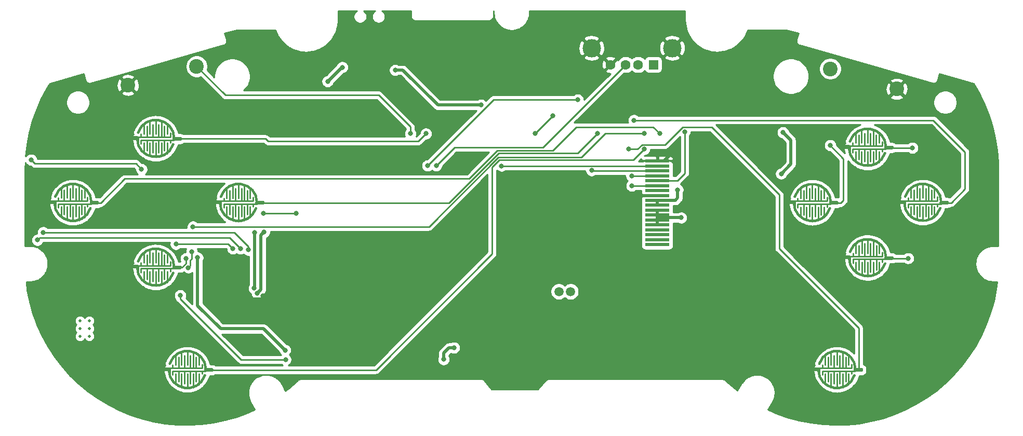
<source format=gbr>
%TF.GenerationSoftware,KiCad,Pcbnew,(5.1.6)-1*%
%TF.CreationDate,2021-04-26T08:49:06+02:00*%
%TF.ProjectId,GameboyPi,47616d65-626f-4795-9069-2e6b69636164,rev?*%
%TF.SameCoordinates,Original*%
%TF.FileFunction,Copper,L2,Bot*%
%TF.FilePolarity,Positive*%
%FSLAX46Y46*%
G04 Gerber Fmt 4.6, Leading zero omitted, Abs format (unit mm)*
G04 Created by KiCad (PCBNEW (5.1.6)-1) date 2021-04-26 08:49:06*
%MOMM*%
%LPD*%
G01*
G04 APERTURE LIST*
%TA.AperFunction,EtchedComponent*%
%ADD10C,0.254000*%
%TD*%
%TA.AperFunction,EtchedComponent*%
%ADD11C,0.050800*%
%TD*%
%TA.AperFunction,EtchedComponent*%
%ADD12C,0.076200*%
%TD*%
%TA.AperFunction,EtchedComponent*%
%ADD13C,0.381000*%
%TD*%
%TA.AperFunction,SMDPad,CuDef*%
%ADD14R,4.000000X0.500000*%
%TD*%
%TA.AperFunction,ComponentPad*%
%ADD15C,1.600000*%
%TD*%
%TA.AperFunction,ComponentPad*%
%ADD16R,1.600000X1.500000*%
%TD*%
%TA.AperFunction,ComponentPad*%
%ADD17C,3.000000*%
%TD*%
%TA.AperFunction,ComponentPad*%
%ADD18C,0.500000*%
%TD*%
%TA.AperFunction,ComponentPad*%
%ADD19C,1.500000*%
%TD*%
%TA.AperFunction,Conductor*%
%ADD20R,4.600000X4.600000*%
%TD*%
%TA.AperFunction,ViaPad*%
%ADD21C,0.500000*%
%TD*%
%TA.AperFunction,ComponentPad*%
%ADD22C,2.400000*%
%TD*%
%TA.AperFunction,ViaPad*%
%ADD23C,0.800000*%
%TD*%
%TA.AperFunction,Conductor*%
%ADD24C,0.500000*%
%TD*%
%TA.AperFunction,Conductor*%
%ADD25C,0.250000*%
%TD*%
%TA.AperFunction,Conductor*%
%ADD26C,0.450000*%
%TD*%
%TA.AperFunction,Conductor*%
%ADD27C,1.000000*%
%TD*%
%TA.AperFunction,Conductor*%
%ADD28C,0.254000*%
%TD*%
G04 APERTURE END LIST*
D10*
%TO.C,SW8*%
X87832500Y-89541875D02*
X87673750Y-89541875D01*
D11*
X87575325Y-89513300D02*
X87511825Y-89745075D01*
D10*
X89261250Y-89541875D02*
X88308750Y-89541875D01*
X92118750Y-90018125D02*
X91166250Y-90018125D01*
D12*
X93791975Y-90046700D02*
X93852300Y-89824450D01*
D10*
X93071250Y-89541875D02*
X93071250Y-88906875D01*
X93071250Y-90018125D02*
X92118750Y-90018125D01*
X87832500Y-89541875D02*
X87832500Y-90653125D01*
X88785000Y-90494375D02*
X88785000Y-92240625D01*
X92595000Y-89065625D02*
X92595000Y-87478125D01*
X90690000Y-86843125D02*
X90690000Y-89065625D01*
X91166250Y-89541875D02*
X91166250Y-87478125D01*
X93071250Y-90018125D02*
X93547500Y-90018125D01*
X93547500Y-90018125D02*
X93706250Y-90018125D01*
X91642500Y-90494375D02*
X91642500Y-92716875D01*
X93071250Y-90018125D02*
X93071250Y-90494375D01*
X89261250Y-89541875D02*
X89261250Y-87795625D01*
X92118750Y-89541875D02*
X91166250Y-89541875D01*
X91166250Y-90018125D02*
X91166250Y-92081875D01*
X91166250Y-89541875D02*
X90213750Y-89541875D01*
X92118750Y-89541875D02*
X92118750Y-87795625D01*
X92595000Y-90494375D02*
X92595000Y-92240625D01*
X91642500Y-89383125D02*
X91642500Y-87001875D01*
X89261250Y-90018125D02*
X88308750Y-90018125D01*
X89261250Y-90018125D02*
X89261250Y-91764375D01*
X90213750Y-90018125D02*
X90213750Y-92081875D01*
X91166250Y-90018125D02*
X90213750Y-90018125D01*
X90213750Y-90018125D02*
X89261250Y-90018125D01*
X89737500Y-90494375D02*
X89737500Y-92716875D01*
X93071250Y-89541875D02*
X92118750Y-89541875D01*
X88785000Y-89065625D02*
X88785000Y-87478125D01*
X88308750Y-89541875D02*
X87832500Y-89541875D01*
X90690000Y-90494375D02*
X90690000Y-92875625D01*
X89737500Y-89065625D02*
X89737500Y-87001875D01*
X90213750Y-89541875D02*
X90213750Y-87478125D01*
X90213750Y-89541875D02*
X89261250Y-89541875D01*
X92118750Y-90018125D02*
X92118750Y-91764375D01*
X88308750Y-90018125D02*
X88308750Y-90653125D01*
X88308750Y-89541875D02*
X88308750Y-89065625D01*
X93547500Y-90018125D02*
X93547500Y-88906875D01*
D13*
X87832500Y-88827500D02*
G75*
G02*
X93706250Y-89780000I2859590J-952839D01*
G01*
X93547500Y-90732500D02*
G75*
G02*
X87673750Y-89780000I-2859590J952839D01*
G01*
D10*
%TO.C,SW6*%
X74342500Y-99971875D02*
X74183750Y-99971875D01*
D11*
X74085325Y-99943300D02*
X74021825Y-100175075D01*
D10*
X75771250Y-99971875D02*
X74818750Y-99971875D01*
X78628750Y-100448125D02*
X77676250Y-100448125D01*
D12*
X80301975Y-100476700D02*
X80362300Y-100254450D01*
D10*
X79581250Y-99971875D02*
X79581250Y-99336875D01*
X79581250Y-100448125D02*
X78628750Y-100448125D01*
X74342500Y-99971875D02*
X74342500Y-101083125D01*
X75295000Y-100924375D02*
X75295000Y-102670625D01*
X79105000Y-99495625D02*
X79105000Y-97908125D01*
X77200000Y-97273125D02*
X77200000Y-99495625D01*
X77676250Y-99971875D02*
X77676250Y-97908125D01*
X79581250Y-100448125D02*
X80057500Y-100448125D01*
X80057500Y-100448125D02*
X80216250Y-100448125D01*
X78152500Y-100924375D02*
X78152500Y-103146875D01*
X79581250Y-100448125D02*
X79581250Y-100924375D01*
X75771250Y-99971875D02*
X75771250Y-98225625D01*
X78628750Y-99971875D02*
X77676250Y-99971875D01*
X77676250Y-100448125D02*
X77676250Y-102511875D01*
X77676250Y-99971875D02*
X76723750Y-99971875D01*
X78628750Y-99971875D02*
X78628750Y-98225625D01*
X79105000Y-100924375D02*
X79105000Y-102670625D01*
X78152500Y-99813125D02*
X78152500Y-97431875D01*
X75771250Y-100448125D02*
X74818750Y-100448125D01*
X75771250Y-100448125D02*
X75771250Y-102194375D01*
X76723750Y-100448125D02*
X76723750Y-102511875D01*
X77676250Y-100448125D02*
X76723750Y-100448125D01*
X76723750Y-100448125D02*
X75771250Y-100448125D01*
X76247500Y-100924375D02*
X76247500Y-103146875D01*
X79581250Y-99971875D02*
X78628750Y-99971875D01*
X75295000Y-99495625D02*
X75295000Y-97908125D01*
X74818750Y-99971875D02*
X74342500Y-99971875D01*
X77200000Y-100924375D02*
X77200000Y-103305625D01*
X76247500Y-99495625D02*
X76247500Y-97431875D01*
X76723750Y-99971875D02*
X76723750Y-97908125D01*
X76723750Y-99971875D02*
X75771250Y-99971875D01*
X78628750Y-100448125D02*
X78628750Y-102194375D01*
X74818750Y-100448125D02*
X74818750Y-101083125D01*
X74818750Y-99971875D02*
X74818750Y-99495625D01*
X80057500Y-100448125D02*
X80057500Y-99336875D01*
D13*
X74342500Y-99257500D02*
G75*
G02*
X80216250Y-100210000I2859590J-952839D01*
G01*
X80057500Y-101162500D02*
G75*
G02*
X74183750Y-100210000I-2859590J952839D01*
G01*
D10*
%TO.C,SW9*%
X101322500Y-99981875D02*
X101163750Y-99981875D01*
D11*
X101065325Y-99953300D02*
X101001825Y-100185075D01*
D10*
X102751250Y-99981875D02*
X101798750Y-99981875D01*
X105608750Y-100458125D02*
X104656250Y-100458125D01*
D12*
X107281975Y-100486700D02*
X107342300Y-100264450D01*
D10*
X106561250Y-99981875D02*
X106561250Y-99346875D01*
X106561250Y-100458125D02*
X105608750Y-100458125D01*
X101322500Y-99981875D02*
X101322500Y-101093125D01*
X102275000Y-100934375D02*
X102275000Y-102680625D01*
X106085000Y-99505625D02*
X106085000Y-97918125D01*
X104180000Y-97283125D02*
X104180000Y-99505625D01*
X104656250Y-99981875D02*
X104656250Y-97918125D01*
X106561250Y-100458125D02*
X107037500Y-100458125D01*
X107037500Y-100458125D02*
X107196250Y-100458125D01*
X105132500Y-100934375D02*
X105132500Y-103156875D01*
X106561250Y-100458125D02*
X106561250Y-100934375D01*
X102751250Y-99981875D02*
X102751250Y-98235625D01*
X105608750Y-99981875D02*
X104656250Y-99981875D01*
X104656250Y-100458125D02*
X104656250Y-102521875D01*
X104656250Y-99981875D02*
X103703750Y-99981875D01*
X105608750Y-99981875D02*
X105608750Y-98235625D01*
X106085000Y-100934375D02*
X106085000Y-102680625D01*
X105132500Y-99823125D02*
X105132500Y-97441875D01*
X102751250Y-100458125D02*
X101798750Y-100458125D01*
X102751250Y-100458125D02*
X102751250Y-102204375D01*
X103703750Y-100458125D02*
X103703750Y-102521875D01*
X104656250Y-100458125D02*
X103703750Y-100458125D01*
X103703750Y-100458125D02*
X102751250Y-100458125D01*
X103227500Y-100934375D02*
X103227500Y-103156875D01*
X106561250Y-99981875D02*
X105608750Y-99981875D01*
X102275000Y-99505625D02*
X102275000Y-97918125D01*
X101798750Y-99981875D02*
X101322500Y-99981875D01*
X104180000Y-100934375D02*
X104180000Y-103315625D01*
X103227500Y-99505625D02*
X103227500Y-97441875D01*
X103703750Y-99981875D02*
X103703750Y-97918125D01*
X103703750Y-99981875D02*
X102751250Y-99981875D01*
X105608750Y-100458125D02*
X105608750Y-102204375D01*
X101798750Y-100458125D02*
X101798750Y-101093125D01*
X101798750Y-99981875D02*
X101798750Y-99505625D01*
X107037500Y-100458125D02*
X107037500Y-99346875D01*
D13*
X101322500Y-99267500D02*
G75*
G02*
X107196250Y-100220000I2859590J-952839D01*
G01*
X107037500Y-101172500D02*
G75*
G02*
X101163750Y-100220000I-2859590J952839D01*
G01*
D10*
%TO.C,SW7*%
X87832500Y-110531875D02*
X87673750Y-110531875D01*
D11*
X87575325Y-110503300D02*
X87511825Y-110735075D01*
D10*
X89261250Y-110531875D02*
X88308750Y-110531875D01*
X92118750Y-111008125D02*
X91166250Y-111008125D01*
D12*
X93791975Y-111036700D02*
X93852300Y-110814450D01*
D10*
X93071250Y-110531875D02*
X93071250Y-109896875D01*
X93071250Y-111008125D02*
X92118750Y-111008125D01*
X87832500Y-110531875D02*
X87832500Y-111643125D01*
X88785000Y-111484375D02*
X88785000Y-113230625D01*
X92595000Y-110055625D02*
X92595000Y-108468125D01*
X90690000Y-107833125D02*
X90690000Y-110055625D01*
X91166250Y-110531875D02*
X91166250Y-108468125D01*
X93071250Y-111008125D02*
X93547500Y-111008125D01*
X93547500Y-111008125D02*
X93706250Y-111008125D01*
X91642500Y-111484375D02*
X91642500Y-113706875D01*
X93071250Y-111008125D02*
X93071250Y-111484375D01*
X89261250Y-110531875D02*
X89261250Y-108785625D01*
X92118750Y-110531875D02*
X91166250Y-110531875D01*
X91166250Y-111008125D02*
X91166250Y-113071875D01*
X91166250Y-110531875D02*
X90213750Y-110531875D01*
X92118750Y-110531875D02*
X92118750Y-108785625D01*
X92595000Y-111484375D02*
X92595000Y-113230625D01*
X91642500Y-110373125D02*
X91642500Y-107991875D01*
X89261250Y-111008125D02*
X88308750Y-111008125D01*
X89261250Y-111008125D02*
X89261250Y-112754375D01*
X90213750Y-111008125D02*
X90213750Y-113071875D01*
X91166250Y-111008125D02*
X90213750Y-111008125D01*
X90213750Y-111008125D02*
X89261250Y-111008125D01*
X89737500Y-111484375D02*
X89737500Y-113706875D01*
X93071250Y-110531875D02*
X92118750Y-110531875D01*
X88785000Y-110055625D02*
X88785000Y-108468125D01*
X88308750Y-110531875D02*
X87832500Y-110531875D01*
X90690000Y-111484375D02*
X90690000Y-113865625D01*
X89737500Y-110055625D02*
X89737500Y-107991875D01*
X90213750Y-110531875D02*
X90213750Y-108468125D01*
X90213750Y-110531875D02*
X89261250Y-110531875D01*
X92118750Y-111008125D02*
X92118750Y-112754375D01*
X88308750Y-111008125D02*
X88308750Y-111643125D01*
X88308750Y-110531875D02*
X88308750Y-110055625D01*
X93547500Y-111008125D02*
X93547500Y-109896875D01*
D13*
X87832500Y-109817500D02*
G75*
G02*
X93706250Y-110770000I2859590J-952839D01*
G01*
X93547500Y-111722500D02*
G75*
G02*
X87673750Y-110770000I-2859590J952839D01*
G01*
D10*
%TO.C,SW11*%
X92992500Y-127231875D02*
X92833750Y-127231875D01*
D11*
X92735325Y-127203300D02*
X92671825Y-127435075D01*
D10*
X94421250Y-127231875D02*
X93468750Y-127231875D01*
X97278750Y-127708125D02*
X96326250Y-127708125D01*
D12*
X98951975Y-127736700D02*
X99012300Y-127514450D01*
D10*
X98231250Y-127231875D02*
X98231250Y-126596875D01*
X98231250Y-127708125D02*
X97278750Y-127708125D01*
X92992500Y-127231875D02*
X92992500Y-128343125D01*
X93945000Y-128184375D02*
X93945000Y-129930625D01*
X97755000Y-126755625D02*
X97755000Y-125168125D01*
X95850000Y-124533125D02*
X95850000Y-126755625D01*
X96326250Y-127231875D02*
X96326250Y-125168125D01*
X98231250Y-127708125D02*
X98707500Y-127708125D01*
X98707500Y-127708125D02*
X98866250Y-127708125D01*
X96802500Y-128184375D02*
X96802500Y-130406875D01*
X98231250Y-127708125D02*
X98231250Y-128184375D01*
X94421250Y-127231875D02*
X94421250Y-125485625D01*
X97278750Y-127231875D02*
X96326250Y-127231875D01*
X96326250Y-127708125D02*
X96326250Y-129771875D01*
X96326250Y-127231875D02*
X95373750Y-127231875D01*
X97278750Y-127231875D02*
X97278750Y-125485625D01*
X97755000Y-128184375D02*
X97755000Y-129930625D01*
X96802500Y-127073125D02*
X96802500Y-124691875D01*
X94421250Y-127708125D02*
X93468750Y-127708125D01*
X94421250Y-127708125D02*
X94421250Y-129454375D01*
X95373750Y-127708125D02*
X95373750Y-129771875D01*
X96326250Y-127708125D02*
X95373750Y-127708125D01*
X95373750Y-127708125D02*
X94421250Y-127708125D01*
X94897500Y-128184375D02*
X94897500Y-130406875D01*
X98231250Y-127231875D02*
X97278750Y-127231875D01*
X93945000Y-126755625D02*
X93945000Y-125168125D01*
X93468750Y-127231875D02*
X92992500Y-127231875D01*
X95850000Y-128184375D02*
X95850000Y-130565625D01*
X94897500Y-126755625D02*
X94897500Y-124691875D01*
X95373750Y-127231875D02*
X95373750Y-125168125D01*
X95373750Y-127231875D02*
X94421250Y-127231875D01*
X97278750Y-127708125D02*
X97278750Y-129454375D01*
X93468750Y-127708125D02*
X93468750Y-128343125D01*
X93468750Y-127231875D02*
X93468750Y-126755625D01*
X98707500Y-127708125D02*
X98707500Y-126596875D01*
D13*
X92992500Y-126517500D02*
G75*
G02*
X98866250Y-127470000I2859590J-952839D01*
G01*
X98707500Y-128422500D02*
G75*
G02*
X92833750Y-127470000I-2859590J952839D01*
G01*
D10*
%TO.C,SW10*%
X198842500Y-127231875D02*
X198683750Y-127231875D01*
D11*
X198585325Y-127203300D02*
X198521825Y-127435075D01*
D10*
X200271250Y-127231875D02*
X199318750Y-127231875D01*
X203128750Y-127708125D02*
X202176250Y-127708125D01*
D12*
X204801975Y-127736700D02*
X204862300Y-127514450D01*
D10*
X204081250Y-127231875D02*
X204081250Y-126596875D01*
X204081250Y-127708125D02*
X203128750Y-127708125D01*
X198842500Y-127231875D02*
X198842500Y-128343125D01*
X199795000Y-128184375D02*
X199795000Y-129930625D01*
X203605000Y-126755625D02*
X203605000Y-125168125D01*
X201700000Y-124533125D02*
X201700000Y-126755625D01*
X202176250Y-127231875D02*
X202176250Y-125168125D01*
X204081250Y-127708125D02*
X204557500Y-127708125D01*
X204557500Y-127708125D02*
X204716250Y-127708125D01*
X202652500Y-128184375D02*
X202652500Y-130406875D01*
X204081250Y-127708125D02*
X204081250Y-128184375D01*
X200271250Y-127231875D02*
X200271250Y-125485625D01*
X203128750Y-127231875D02*
X202176250Y-127231875D01*
X202176250Y-127708125D02*
X202176250Y-129771875D01*
X202176250Y-127231875D02*
X201223750Y-127231875D01*
X203128750Y-127231875D02*
X203128750Y-125485625D01*
X203605000Y-128184375D02*
X203605000Y-129930625D01*
X202652500Y-127073125D02*
X202652500Y-124691875D01*
X200271250Y-127708125D02*
X199318750Y-127708125D01*
X200271250Y-127708125D02*
X200271250Y-129454375D01*
X201223750Y-127708125D02*
X201223750Y-129771875D01*
X202176250Y-127708125D02*
X201223750Y-127708125D01*
X201223750Y-127708125D02*
X200271250Y-127708125D01*
X200747500Y-128184375D02*
X200747500Y-130406875D01*
X204081250Y-127231875D02*
X203128750Y-127231875D01*
X199795000Y-126755625D02*
X199795000Y-125168125D01*
X199318750Y-127231875D02*
X198842500Y-127231875D01*
X201700000Y-128184375D02*
X201700000Y-130565625D01*
X200747500Y-126755625D02*
X200747500Y-124691875D01*
X201223750Y-127231875D02*
X201223750Y-125168125D01*
X201223750Y-127231875D02*
X200271250Y-127231875D01*
X203128750Y-127708125D02*
X203128750Y-129454375D01*
X199318750Y-127708125D02*
X199318750Y-128343125D01*
X199318750Y-127231875D02*
X199318750Y-126755625D01*
X204557500Y-127708125D02*
X204557500Y-126596875D01*
D13*
X198842500Y-126517500D02*
G75*
G02*
X204716250Y-127470000I2859590J-952839D01*
G01*
X204557500Y-128422500D02*
G75*
G02*
X198683750Y-127470000I-2859590J952839D01*
G01*
D10*
%TO.C,SW2*%
X203842500Y-108991875D02*
X203683750Y-108991875D01*
D11*
X203585325Y-108963300D02*
X203521825Y-109195075D01*
D10*
X205271250Y-108991875D02*
X204318750Y-108991875D01*
X208128750Y-109468125D02*
X207176250Y-109468125D01*
D12*
X209801975Y-109496700D02*
X209862300Y-109274450D01*
D10*
X209081250Y-108991875D02*
X209081250Y-108356875D01*
X209081250Y-109468125D02*
X208128750Y-109468125D01*
X203842500Y-108991875D02*
X203842500Y-110103125D01*
X204795000Y-109944375D02*
X204795000Y-111690625D01*
X208605000Y-108515625D02*
X208605000Y-106928125D01*
X206700000Y-106293125D02*
X206700000Y-108515625D01*
X207176250Y-108991875D02*
X207176250Y-106928125D01*
X209081250Y-109468125D02*
X209557500Y-109468125D01*
X209557500Y-109468125D02*
X209716250Y-109468125D01*
X207652500Y-109944375D02*
X207652500Y-112166875D01*
X209081250Y-109468125D02*
X209081250Y-109944375D01*
X205271250Y-108991875D02*
X205271250Y-107245625D01*
X208128750Y-108991875D02*
X207176250Y-108991875D01*
X207176250Y-109468125D02*
X207176250Y-111531875D01*
X207176250Y-108991875D02*
X206223750Y-108991875D01*
X208128750Y-108991875D02*
X208128750Y-107245625D01*
X208605000Y-109944375D02*
X208605000Y-111690625D01*
X207652500Y-108833125D02*
X207652500Y-106451875D01*
X205271250Y-109468125D02*
X204318750Y-109468125D01*
X205271250Y-109468125D02*
X205271250Y-111214375D01*
X206223750Y-109468125D02*
X206223750Y-111531875D01*
X207176250Y-109468125D02*
X206223750Y-109468125D01*
X206223750Y-109468125D02*
X205271250Y-109468125D01*
X205747500Y-109944375D02*
X205747500Y-112166875D01*
X209081250Y-108991875D02*
X208128750Y-108991875D01*
X204795000Y-108515625D02*
X204795000Y-106928125D01*
X204318750Y-108991875D02*
X203842500Y-108991875D01*
X206700000Y-109944375D02*
X206700000Y-112325625D01*
X205747500Y-108515625D02*
X205747500Y-106451875D01*
X206223750Y-108991875D02*
X206223750Y-106928125D01*
X206223750Y-108991875D02*
X205271250Y-108991875D01*
X208128750Y-109468125D02*
X208128750Y-111214375D01*
X204318750Y-109468125D02*
X204318750Y-110103125D01*
X204318750Y-108991875D02*
X204318750Y-108515625D01*
X209557500Y-109468125D02*
X209557500Y-108356875D01*
D13*
X203842500Y-108277500D02*
G75*
G02*
X209716250Y-109230000I2859590J-952839D01*
G01*
X209557500Y-110182500D02*
G75*
G02*
X203683750Y-109230000I-2859590J952839D01*
G01*
D10*
%TO.C,SW4*%
X194842500Y-99991875D02*
X194683750Y-99991875D01*
D11*
X194585325Y-99963300D02*
X194521825Y-100195075D01*
D10*
X196271250Y-99991875D02*
X195318750Y-99991875D01*
X199128750Y-100468125D02*
X198176250Y-100468125D01*
D12*
X200801975Y-100496700D02*
X200862300Y-100274450D01*
D10*
X200081250Y-99991875D02*
X200081250Y-99356875D01*
X200081250Y-100468125D02*
X199128750Y-100468125D01*
X194842500Y-99991875D02*
X194842500Y-101103125D01*
X195795000Y-100944375D02*
X195795000Y-102690625D01*
X199605000Y-99515625D02*
X199605000Y-97928125D01*
X197700000Y-97293125D02*
X197700000Y-99515625D01*
X198176250Y-99991875D02*
X198176250Y-97928125D01*
X200081250Y-100468125D02*
X200557500Y-100468125D01*
X200557500Y-100468125D02*
X200716250Y-100468125D01*
X198652500Y-100944375D02*
X198652500Y-103166875D01*
X200081250Y-100468125D02*
X200081250Y-100944375D01*
X196271250Y-99991875D02*
X196271250Y-98245625D01*
X199128750Y-99991875D02*
X198176250Y-99991875D01*
X198176250Y-100468125D02*
X198176250Y-102531875D01*
X198176250Y-99991875D02*
X197223750Y-99991875D01*
X199128750Y-99991875D02*
X199128750Y-98245625D01*
X199605000Y-100944375D02*
X199605000Y-102690625D01*
X198652500Y-99833125D02*
X198652500Y-97451875D01*
X196271250Y-100468125D02*
X195318750Y-100468125D01*
X196271250Y-100468125D02*
X196271250Y-102214375D01*
X197223750Y-100468125D02*
X197223750Y-102531875D01*
X198176250Y-100468125D02*
X197223750Y-100468125D01*
X197223750Y-100468125D02*
X196271250Y-100468125D01*
X196747500Y-100944375D02*
X196747500Y-103166875D01*
X200081250Y-99991875D02*
X199128750Y-99991875D01*
X195795000Y-99515625D02*
X195795000Y-97928125D01*
X195318750Y-99991875D02*
X194842500Y-99991875D01*
X197700000Y-100944375D02*
X197700000Y-103325625D01*
X196747500Y-99515625D02*
X196747500Y-97451875D01*
X197223750Y-99991875D02*
X197223750Y-97928125D01*
X197223750Y-99991875D02*
X196271250Y-99991875D01*
X199128750Y-100468125D02*
X199128750Y-102214375D01*
X195318750Y-100468125D02*
X195318750Y-101103125D01*
X195318750Y-99991875D02*
X195318750Y-99515625D01*
X200557500Y-100468125D02*
X200557500Y-99356875D01*
D13*
X194842500Y-99277500D02*
G75*
G02*
X200716250Y-100230000I2859590J-952839D01*
G01*
X200557500Y-101182500D02*
G75*
G02*
X194683750Y-100230000I-2859590J952839D01*
G01*
D10*
%TO.C,SW1*%
X203822500Y-90981875D02*
X203663750Y-90981875D01*
D11*
X203565325Y-90953300D02*
X203501825Y-91185075D01*
D10*
X205251250Y-90981875D02*
X204298750Y-90981875D01*
X208108750Y-91458125D02*
X207156250Y-91458125D01*
D12*
X209781975Y-91486700D02*
X209842300Y-91264450D01*
D10*
X209061250Y-90981875D02*
X209061250Y-90346875D01*
X209061250Y-91458125D02*
X208108750Y-91458125D01*
X203822500Y-90981875D02*
X203822500Y-92093125D01*
X204775000Y-91934375D02*
X204775000Y-93680625D01*
X208585000Y-90505625D02*
X208585000Y-88918125D01*
X206680000Y-88283125D02*
X206680000Y-90505625D01*
X207156250Y-90981875D02*
X207156250Y-88918125D01*
X209061250Y-91458125D02*
X209537500Y-91458125D01*
X209537500Y-91458125D02*
X209696250Y-91458125D01*
X207632500Y-91934375D02*
X207632500Y-94156875D01*
X209061250Y-91458125D02*
X209061250Y-91934375D01*
X205251250Y-90981875D02*
X205251250Y-89235625D01*
X208108750Y-90981875D02*
X207156250Y-90981875D01*
X207156250Y-91458125D02*
X207156250Y-93521875D01*
X207156250Y-90981875D02*
X206203750Y-90981875D01*
X208108750Y-90981875D02*
X208108750Y-89235625D01*
X208585000Y-91934375D02*
X208585000Y-93680625D01*
X207632500Y-90823125D02*
X207632500Y-88441875D01*
X205251250Y-91458125D02*
X204298750Y-91458125D01*
X205251250Y-91458125D02*
X205251250Y-93204375D01*
X206203750Y-91458125D02*
X206203750Y-93521875D01*
X207156250Y-91458125D02*
X206203750Y-91458125D01*
X206203750Y-91458125D02*
X205251250Y-91458125D01*
X205727500Y-91934375D02*
X205727500Y-94156875D01*
X209061250Y-90981875D02*
X208108750Y-90981875D01*
X204775000Y-90505625D02*
X204775000Y-88918125D01*
X204298750Y-90981875D02*
X203822500Y-90981875D01*
X206680000Y-91934375D02*
X206680000Y-94315625D01*
X205727500Y-90505625D02*
X205727500Y-88441875D01*
X206203750Y-90981875D02*
X206203750Y-88918125D01*
X206203750Y-90981875D02*
X205251250Y-90981875D01*
X208108750Y-91458125D02*
X208108750Y-93204375D01*
X204298750Y-91458125D02*
X204298750Y-92093125D01*
X204298750Y-90981875D02*
X204298750Y-90505625D01*
X209537500Y-91458125D02*
X209537500Y-90346875D01*
D13*
X203822500Y-90267500D02*
G75*
G02*
X209696250Y-91220000I2859590J-952839D01*
G01*
X209537500Y-92172500D02*
G75*
G02*
X203663750Y-91220000I-2859590J952839D01*
G01*
D10*
%TO.C,SW3*%
X212832500Y-99961875D02*
X212673750Y-99961875D01*
D11*
X212575325Y-99933300D02*
X212511825Y-100165075D01*
D10*
X214261250Y-99961875D02*
X213308750Y-99961875D01*
X217118750Y-100438125D02*
X216166250Y-100438125D01*
D12*
X218791975Y-100466700D02*
X218852300Y-100244450D01*
D10*
X218071250Y-99961875D02*
X218071250Y-99326875D01*
X218071250Y-100438125D02*
X217118750Y-100438125D01*
X212832500Y-99961875D02*
X212832500Y-101073125D01*
X213785000Y-100914375D02*
X213785000Y-102660625D01*
X217595000Y-99485625D02*
X217595000Y-97898125D01*
X215690000Y-97263125D02*
X215690000Y-99485625D01*
X216166250Y-99961875D02*
X216166250Y-97898125D01*
X218071250Y-100438125D02*
X218547500Y-100438125D01*
X218547500Y-100438125D02*
X218706250Y-100438125D01*
X216642500Y-100914375D02*
X216642500Y-103136875D01*
X218071250Y-100438125D02*
X218071250Y-100914375D01*
X214261250Y-99961875D02*
X214261250Y-98215625D01*
X217118750Y-99961875D02*
X216166250Y-99961875D01*
X216166250Y-100438125D02*
X216166250Y-102501875D01*
X216166250Y-99961875D02*
X215213750Y-99961875D01*
X217118750Y-99961875D02*
X217118750Y-98215625D01*
X217595000Y-100914375D02*
X217595000Y-102660625D01*
X216642500Y-99803125D02*
X216642500Y-97421875D01*
X214261250Y-100438125D02*
X213308750Y-100438125D01*
X214261250Y-100438125D02*
X214261250Y-102184375D01*
X215213750Y-100438125D02*
X215213750Y-102501875D01*
X216166250Y-100438125D02*
X215213750Y-100438125D01*
X215213750Y-100438125D02*
X214261250Y-100438125D01*
X214737500Y-100914375D02*
X214737500Y-103136875D01*
X218071250Y-99961875D02*
X217118750Y-99961875D01*
X213785000Y-99485625D02*
X213785000Y-97898125D01*
X213308750Y-99961875D02*
X212832500Y-99961875D01*
X215690000Y-100914375D02*
X215690000Y-103295625D01*
X214737500Y-99485625D02*
X214737500Y-97421875D01*
X215213750Y-99961875D02*
X215213750Y-97898125D01*
X215213750Y-99961875D02*
X214261250Y-99961875D01*
X217118750Y-100438125D02*
X217118750Y-102184375D01*
X213308750Y-100438125D02*
X213308750Y-101073125D01*
X213308750Y-99961875D02*
X213308750Y-99485625D01*
X218547500Y-100438125D02*
X218547500Y-99326875D01*
D13*
X212832500Y-99247500D02*
G75*
G02*
X218706250Y-100200000I2859590J-952839D01*
G01*
X218547500Y-101152500D02*
G75*
G02*
X212673750Y-100200000I-2859590J952839D01*
G01*
%TD*%
D14*
%TO.P,LCD1,18*%
%TO.N,Net-(LCD1-Pad18)*%
X172436000Y-107081000D03*
%TO.P,LCD1,17*%
%TO.N,Net-(LCD1-Pad17)*%
X172436000Y-106281000D03*
%TO.P,LCD1,16*%
%TO.N,Net-(LCD1-Pad16)*%
X172436000Y-105481000D03*
%TO.P,LCD1,15*%
%TO.N,Net-(LCD1-Pad15)*%
X172436000Y-104681000D03*
%TO.P,LCD1,14*%
%TO.N,LED_K*%
X172436000Y-103881000D03*
%TO.P,LCD1,13*%
X172436000Y-103081000D03*
%TO.P,LCD1,12*%
X172436000Y-102281000D03*
%TO.P,LCD1,11*%
X172436000Y-101481000D03*
%TO.P,LCD1,10*%
%TO.N,TFT_VCC_3.3*%
X172436000Y-100681000D03*
%TO.P,LCD1,9*%
X172436000Y-99881000D03*
%TO.P,LCD1,8*%
%TO.N,GND*%
X172436000Y-99081000D03*
%TO.P,LCD1,7*%
%TO.N,TFT_SDO*%
X172436000Y-98281000D03*
%TO.P,LCD1,6*%
%TO.N,TFT_SDI*%
X172436000Y-97481000D03*
%TO.P,LCD1,5*%
%TO.N,TFT_CS*%
X172436000Y-96681000D03*
%TO.P,LCD1,4*%
%TO.N,TFT_RS*%
X172436000Y-95881000D03*
%TO.P,LCD1,3*%
%TO.N,TFT_SCK*%
X172436000Y-95081000D03*
%TO.P,LCD1,2*%
%TO.N,TFT_RESET*%
X172436000Y-94281000D03*
%TO.P,LCD1,1*%
%TO.N,GND*%
X172436000Y-93481000D03*
%TD*%
%TO.N,GND*%
%TO.C,SW8*%
%TA.AperFunction,Conductor*%
G36*
G01*
X86600000Y-89420000D02*
X87800000Y-89420000D01*
G75*
G02*
X87950000Y-89570000I0J-150000D01*
G01*
X87950000Y-89870000D01*
G75*
G02*
X87800000Y-90020000I-150000J0D01*
G01*
X86600000Y-90020000D01*
G75*
G02*
X86450000Y-89870000I0J150000D01*
G01*
X86450000Y-89570000D01*
G75*
G02*
X86600000Y-89420000I150000J0D01*
G01*
G37*
%TD.AperFunction*%
%TO.N,K_X*%
%TA.AperFunction,Conductor*%
G36*
G01*
X93590000Y-89540000D02*
X94790000Y-89540000D01*
G75*
G02*
X94940000Y-89690000I0J-150000D01*
G01*
X94940000Y-89990000D01*
G75*
G02*
X94790000Y-90140000I-150000J0D01*
G01*
X93590000Y-90140000D01*
G75*
G02*
X93440000Y-89990000I0J150000D01*
G01*
X93440000Y-89690000D01*
G75*
G02*
X93590000Y-89540000I150000J0D01*
G01*
G37*
%TD.AperFunction*%
%TD*%
%TO.N,GND*%
%TO.C,SW6*%
%TA.AperFunction,Conductor*%
G36*
G01*
X73110000Y-99850000D02*
X74310000Y-99850000D01*
G75*
G02*
X74460000Y-100000000I0J-150000D01*
G01*
X74460000Y-100300000D01*
G75*
G02*
X74310000Y-100450000I-150000J0D01*
G01*
X73110000Y-100450000D01*
G75*
G02*
X72960000Y-100300000I0J150000D01*
G01*
X72960000Y-100000000D01*
G75*
G02*
X73110000Y-99850000I150000J0D01*
G01*
G37*
%TD.AperFunction*%
%TO.N,K_A*%
%TA.AperFunction,Conductor*%
G36*
G01*
X80100000Y-99970000D02*
X81300000Y-99970000D01*
G75*
G02*
X81450000Y-100120000I0J-150000D01*
G01*
X81450000Y-100420000D01*
G75*
G02*
X81300000Y-100570000I-150000J0D01*
G01*
X80100000Y-100570000D01*
G75*
G02*
X79950000Y-100420000I0J150000D01*
G01*
X79950000Y-100120000D01*
G75*
G02*
X80100000Y-99970000I150000J0D01*
G01*
G37*
%TD.AperFunction*%
%TD*%
%TO.N,GND*%
%TO.C,SW9*%
%TA.AperFunction,Conductor*%
G36*
G01*
X100090000Y-99860000D02*
X101290000Y-99860000D01*
G75*
G02*
X101440000Y-100010000I0J-150000D01*
G01*
X101440000Y-100310000D01*
G75*
G02*
X101290000Y-100460000I-150000J0D01*
G01*
X100090000Y-100460000D01*
G75*
G02*
X99940000Y-100310000I0J150000D01*
G01*
X99940000Y-100010000D01*
G75*
G02*
X100090000Y-99860000I150000J0D01*
G01*
G37*
%TD.AperFunction*%
%TO.N,K_Y*%
%TA.AperFunction,Conductor*%
G36*
G01*
X107080000Y-99980000D02*
X108280000Y-99980000D01*
G75*
G02*
X108430000Y-100130000I0J-150000D01*
G01*
X108430000Y-100430000D01*
G75*
G02*
X108280000Y-100580000I-150000J0D01*
G01*
X107080000Y-100580000D01*
G75*
G02*
X106930000Y-100430000I0J150000D01*
G01*
X106930000Y-100130000D01*
G75*
G02*
X107080000Y-99980000I150000J0D01*
G01*
G37*
%TD.AperFunction*%
%TD*%
%TO.N,GND*%
%TO.C,SW7*%
%TA.AperFunction,Conductor*%
G36*
G01*
X86600000Y-110410000D02*
X87800000Y-110410000D01*
G75*
G02*
X87950000Y-110560000I0J-150000D01*
G01*
X87950000Y-110860000D01*
G75*
G02*
X87800000Y-111010000I-150000J0D01*
G01*
X86600000Y-111010000D01*
G75*
G02*
X86450000Y-110860000I0J150000D01*
G01*
X86450000Y-110560000D01*
G75*
G02*
X86600000Y-110410000I150000J0D01*
G01*
G37*
%TD.AperFunction*%
%TO.N,K_B*%
%TA.AperFunction,Conductor*%
G36*
G01*
X93590000Y-110530000D02*
X94790000Y-110530000D01*
G75*
G02*
X94940000Y-110680000I0J-150000D01*
G01*
X94940000Y-110980000D01*
G75*
G02*
X94790000Y-111130000I-150000J0D01*
G01*
X93590000Y-111130000D01*
G75*
G02*
X93440000Y-110980000I0J150000D01*
G01*
X93440000Y-110680000D01*
G75*
G02*
X93590000Y-110530000I150000J0D01*
G01*
G37*
%TD.AperFunction*%
%TD*%
%TO.N,GND*%
%TO.C,SW11*%
%TA.AperFunction,Conductor*%
G36*
G01*
X91760000Y-127110000D02*
X92960000Y-127110000D01*
G75*
G02*
X93110000Y-127260000I0J-150000D01*
G01*
X93110000Y-127560000D01*
G75*
G02*
X92960000Y-127710000I-150000J0D01*
G01*
X91760000Y-127710000D01*
G75*
G02*
X91610000Y-127560000I0J150000D01*
G01*
X91610000Y-127260000D01*
G75*
G02*
X91760000Y-127110000I150000J0D01*
G01*
G37*
%TD.AperFunction*%
%TO.N,K_START*%
%TA.AperFunction,Conductor*%
G36*
G01*
X98750000Y-127230000D02*
X99950000Y-127230000D01*
G75*
G02*
X100100000Y-127380000I0J-150000D01*
G01*
X100100000Y-127680000D01*
G75*
G02*
X99950000Y-127830000I-150000J0D01*
G01*
X98750000Y-127830000D01*
G75*
G02*
X98600000Y-127680000I0J150000D01*
G01*
X98600000Y-127380000D01*
G75*
G02*
X98750000Y-127230000I150000J0D01*
G01*
G37*
%TD.AperFunction*%
%TD*%
%TO.N,GND*%
%TO.C,SW10*%
%TA.AperFunction,Conductor*%
G36*
G01*
X197610000Y-127110000D02*
X198810000Y-127110000D01*
G75*
G02*
X198960000Y-127260000I0J-150000D01*
G01*
X198960000Y-127560000D01*
G75*
G02*
X198810000Y-127710000I-150000J0D01*
G01*
X197610000Y-127710000D01*
G75*
G02*
X197460000Y-127560000I0J150000D01*
G01*
X197460000Y-127260000D01*
G75*
G02*
X197610000Y-127110000I150000J0D01*
G01*
G37*
%TD.AperFunction*%
%TO.N,K_SELECT*%
%TA.AperFunction,Conductor*%
G36*
G01*
X204600000Y-127230000D02*
X205800000Y-127230000D01*
G75*
G02*
X205950000Y-127380000I0J-150000D01*
G01*
X205950000Y-127680000D01*
G75*
G02*
X205800000Y-127830000I-150000J0D01*
G01*
X204600000Y-127830000D01*
G75*
G02*
X204450000Y-127680000I0J150000D01*
G01*
X204450000Y-127380000D01*
G75*
G02*
X204600000Y-127230000I150000J0D01*
G01*
G37*
%TD.AperFunction*%
%TD*%
%TO.N,GND*%
%TO.C,SW2*%
%TA.AperFunction,Conductor*%
G36*
G01*
X202610000Y-108870000D02*
X203810000Y-108870000D01*
G75*
G02*
X203960000Y-109020000I0J-150000D01*
G01*
X203960000Y-109320000D01*
G75*
G02*
X203810000Y-109470000I-150000J0D01*
G01*
X202610000Y-109470000D01*
G75*
G02*
X202460000Y-109320000I0J150000D01*
G01*
X202460000Y-109020000D01*
G75*
G02*
X202610000Y-108870000I150000J0D01*
G01*
G37*
%TD.AperFunction*%
%TO.N,K_DOWN*%
%TA.AperFunction,Conductor*%
G36*
G01*
X209600000Y-108990000D02*
X210800000Y-108990000D01*
G75*
G02*
X210950000Y-109140000I0J-150000D01*
G01*
X210950000Y-109440000D01*
G75*
G02*
X210800000Y-109590000I-150000J0D01*
G01*
X209600000Y-109590000D01*
G75*
G02*
X209450000Y-109440000I0J150000D01*
G01*
X209450000Y-109140000D01*
G75*
G02*
X209600000Y-108990000I150000J0D01*
G01*
G37*
%TD.AperFunction*%
%TD*%
%TO.N,GND*%
%TO.C,SW4*%
%TA.AperFunction,Conductor*%
G36*
G01*
X193610000Y-99870000D02*
X194810000Y-99870000D01*
G75*
G02*
X194960000Y-100020000I0J-150000D01*
G01*
X194960000Y-100320000D01*
G75*
G02*
X194810000Y-100470000I-150000J0D01*
G01*
X193610000Y-100470000D01*
G75*
G02*
X193460000Y-100320000I0J150000D01*
G01*
X193460000Y-100020000D01*
G75*
G02*
X193610000Y-99870000I150000J0D01*
G01*
G37*
%TD.AperFunction*%
%TO.N,K_RIGHT*%
%TA.AperFunction,Conductor*%
G36*
G01*
X200600000Y-99990000D02*
X201800000Y-99990000D01*
G75*
G02*
X201950000Y-100140000I0J-150000D01*
G01*
X201950000Y-100440000D01*
G75*
G02*
X201800000Y-100590000I-150000J0D01*
G01*
X200600000Y-100590000D01*
G75*
G02*
X200450000Y-100440000I0J150000D01*
G01*
X200450000Y-100140000D01*
G75*
G02*
X200600000Y-99990000I150000J0D01*
G01*
G37*
%TD.AperFunction*%
%TD*%
%TO.N,GND*%
%TO.C,SW1*%
%TA.AperFunction,Conductor*%
G36*
G01*
X202590000Y-90860000D02*
X203790000Y-90860000D01*
G75*
G02*
X203940000Y-91010000I0J-150000D01*
G01*
X203940000Y-91310000D01*
G75*
G02*
X203790000Y-91460000I-150000J0D01*
G01*
X202590000Y-91460000D01*
G75*
G02*
X202440000Y-91310000I0J150000D01*
G01*
X202440000Y-91010000D01*
G75*
G02*
X202590000Y-90860000I150000J0D01*
G01*
G37*
%TD.AperFunction*%
%TO.N,K_UP*%
%TA.AperFunction,Conductor*%
G36*
G01*
X209580000Y-90980000D02*
X210780000Y-90980000D01*
G75*
G02*
X210930000Y-91130000I0J-150000D01*
G01*
X210930000Y-91430000D01*
G75*
G02*
X210780000Y-91580000I-150000J0D01*
G01*
X209580000Y-91580000D01*
G75*
G02*
X209430000Y-91430000I0J150000D01*
G01*
X209430000Y-91130000D01*
G75*
G02*
X209580000Y-90980000I150000J0D01*
G01*
G37*
%TD.AperFunction*%
%TD*%
%TO.N,GND*%
%TO.C,SW3*%
%TA.AperFunction,Conductor*%
G36*
G01*
X211600000Y-99840000D02*
X212800000Y-99840000D01*
G75*
G02*
X212950000Y-99990000I0J-150000D01*
G01*
X212950000Y-100290000D01*
G75*
G02*
X212800000Y-100440000I-150000J0D01*
G01*
X211600000Y-100440000D01*
G75*
G02*
X211450000Y-100290000I0J150000D01*
G01*
X211450000Y-99990000D01*
G75*
G02*
X211600000Y-99840000I150000J0D01*
G01*
G37*
%TD.AperFunction*%
%TO.N,K_LEFT*%
%TA.AperFunction,Conductor*%
G36*
G01*
X218590000Y-99960000D02*
X219790000Y-99960000D01*
G75*
G02*
X219940000Y-100110000I0J-150000D01*
G01*
X219940000Y-100410000D01*
G75*
G02*
X219790000Y-100560000I-150000J0D01*
G01*
X218590000Y-100560000D01*
G75*
G02*
X218440000Y-100410000I0J150000D01*
G01*
X218440000Y-100110000D01*
G75*
G02*
X218590000Y-99960000I150000J0D01*
G01*
G37*
%TD.AperFunction*%
%TD*%
D15*
%TO.P,J8,4*%
%TO.N,GND*%
X164800000Y-77741000D03*
%TO.P,J8,3*%
%TO.N,USBD+*%
X167300000Y-77741000D03*
%TO.P,J8,2*%
%TO.N,USBD-*%
X169300000Y-77741000D03*
D16*
%TO.P,J8,1*%
%TO.N,VCC_5V*%
X171800000Y-77741000D03*
D17*
%TO.P,J8,5*%
%TO.N,GND*%
X161730000Y-75031000D03*
X174870000Y-75031000D03*
%TD*%
D18*
%TO.P,U4,9*%
%TO.N,GND_BAT*%
X79860000Y-119530000D03*
X79860000Y-120780000D03*
X79860000Y-122030000D03*
X78360000Y-122030000D03*
X78360000Y-120780000D03*
X78360000Y-119530000D03*
%TD*%
D19*
%TO.P,U1,USBD-*%
%TO.N,USBD-*%
X156400000Y-114760000D03*
%TO.P,U1,USBD+*%
%TO.N,USBD+*%
X158300000Y-114760000D03*
%TD*%
D20*
%TO.N,GND*%
%TO.C,U3*%
X102110000Y-112220000D03*
D21*
X104160000Y-110170000D03*
X104160000Y-111195000D03*
X104160000Y-112220000D03*
X104160000Y-113245000D03*
X104160000Y-114270000D03*
X103135000Y-110170000D03*
X103135000Y-111195000D03*
X103135000Y-112220000D03*
X103135000Y-113245000D03*
X103135000Y-114270000D03*
X102110000Y-110170000D03*
X102110000Y-111195000D03*
X102110000Y-112220000D03*
X102110000Y-113245000D03*
X102110000Y-114270000D03*
X101085000Y-110170000D03*
X101085000Y-111195000D03*
X101085000Y-112220000D03*
X101085000Y-113245000D03*
X101085000Y-114270000D03*
X100060000Y-110170000D03*
X100060000Y-111195000D03*
X100060000Y-112220000D03*
X100060000Y-113245000D03*
X100060000Y-114270000D03*
%TD*%
D22*
%TO.P,J4,1*%
%TO.N,GND*%
X86170000Y-81080000D03*
%TD*%
%TO.P,J3,1*%
%TO.N,K_R*%
X97360000Y-78020000D03*
%TD*%
%TO.P,J2,1*%
%TO.N,GND*%
X211460000Y-81710000D03*
%TD*%
%TO.P,J1,1*%
%TO.N,K_L*%
X200620000Y-78420000D03*
%TD*%
D23*
%TO.N,GND*%
X202795000Y-91165000D03*
X193892500Y-100150000D03*
X77632500Y-116887500D03*
X77642500Y-114967500D03*
X100287500Y-100150000D03*
X86825000Y-89710000D03*
X211692500Y-100152500D03*
X202737500Y-109160000D03*
X197750000Y-127385000D03*
X91912500Y-127402500D03*
X73205000Y-100152500D03*
X86762500Y-110712500D03*
X107035000Y-123795000D03*
X106110000Y-123492500D03*
X106237500Y-124480000D03*
X144567500Y-128252500D03*
X153860000Y-128195000D03*
X150142500Y-125300000D03*
X151360000Y-125347500D03*
X152532500Y-125370000D03*
X153497500Y-126060000D03*
X154050000Y-127047500D03*
X171302500Y-74762500D03*
X169785000Y-74762500D03*
X168322500Y-74790000D03*
X166805000Y-74790000D03*
X165315000Y-74817500D03*
X186500000Y-95870000D03*
X185397500Y-95870000D03*
X184292500Y-95890000D03*
X186422500Y-100870000D03*
X186422500Y-101975000D03*
X186405000Y-103137500D03*
X186385000Y-104260000D03*
X186385000Y-105345000D03*
X87455000Y-117272500D03*
X89000000Y-117320000D03*
X90492500Y-117370000D03*
X90445000Y-115730000D03*
X88950000Y-115682500D03*
X87407500Y-115682500D03*
X100025000Y-102885000D03*
X99082500Y-102892500D03*
X100925000Y-102877500D03*
X112385000Y-111722500D03*
X112435000Y-109712500D03*
X133542500Y-92540000D03*
X130590000Y-87797500D03*
X174622500Y-92345000D03*
X108161347Y-115474635D03*
X103750000Y-123322500D03*
X103785000Y-122077500D03*
%TO.N,K_R*%
X132190001Y-88990000D03*
%TO.N,LED_K*%
X176342500Y-102700000D03*
%TO.N,TFT_VCC_3.3*%
X175767500Y-98152500D03*
%TO.N,TFT_SDI*%
X168270000Y-97497500D03*
%TO.N,TFT_CS*%
X176915000Y-88675000D03*
X155426919Y-86073082D03*
X152521250Y-88978750D03*
%TO.N,TFT_RS*%
X168240000Y-95877500D03*
%TO.N,TFT_SCK*%
X161720000Y-95006000D03*
%TO.N,TFT_RESET*%
X147052498Y-94247500D03*
%TO.N,VCC_5V*%
X192910768Y-88791913D03*
X192630010Y-95535000D03*
X143727501Y-84317501D03*
X129720000Y-78630000D03*
%TO.N,K_X*%
X134730001Y-88990010D03*
%TO.N,K_UP*%
X214012500Y-91307500D03*
%TO.N,K_DOWN*%
X213300000Y-109337500D03*
%TO.N,K_Y*%
X162669996Y-88990005D03*
%TO.N,K_RIGHT*%
X200600000Y-90897500D03*
%TO.N,K_SELECT*%
X167749975Y-91530026D03*
%TO.N,K_LEFT*%
X168630048Y-86798083D03*
%TO.N,K_START*%
X170289966Y-91530035D03*
%TO.N,K_B*%
X170290001Y-88989942D03*
X96772500Y-104160000D03*
X95615979Y-109365738D03*
%TO.N,K_A*%
X172830001Y-88990064D03*
%TO.N,Net-(D3-Pad2)*%
X70382500Y-93260000D03*
X88390000Y-94807500D03*
X103234821Y-107735361D03*
X93995000Y-107027500D03*
%TO.N,Net-(D1-Pad2)*%
X71420000Y-106340000D03*
X104497500Y-107732500D03*
%TO.N,Net-(D1-Pad1)*%
X72367500Y-105090000D03*
X105770000Y-107957500D03*
%TO.N,VBUS_B*%
X139322500Y-123915000D03*
X137610000Y-125815000D03*
X97530000Y-109220000D03*
X111795000Y-124317500D03*
%TO.N,VBUS_A*%
X107252500Y-115057500D03*
X108367500Y-105065000D03*
%TO.N,GATE_A*%
X108265000Y-102020000D03*
X113595000Y-102020000D03*
X96562535Y-108254855D03*
X96004990Y-110859984D03*
%TO.N,GATE_B*%
X94687500Y-115377500D03*
X111852500Y-125857500D03*
%TO.N,VOUT_A*%
X118722500Y-80475000D03*
X121105000Y-78162500D03*
X106797500Y-105162490D03*
X106704688Y-114212832D03*
%TO.N,USBD+*%
X136405000Y-94227500D03*
%TO.N,USBD-*%
X159462500Y-83467500D03*
X135000000Y-94212500D03*
%TD*%
D24*
%TO.N,GND*%
X172436000Y-99081000D02*
X169573500Y-99081000D01*
X172436000Y-93481000D02*
X173501500Y-93481000D01*
X173501500Y-93481000D02*
X174622500Y-92360000D01*
X174622500Y-92360000D02*
X174622500Y-92345000D01*
X102110000Y-112220000D02*
X105855001Y-115965001D01*
X105855001Y-115965001D02*
X108142499Y-115965001D01*
D25*
X108632865Y-115474635D02*
X108757500Y-115350000D01*
D24*
X108142499Y-115965001D02*
X108757500Y-115350000D01*
D25*
X108161347Y-115474635D02*
X108632865Y-115474635D01*
D24*
X108757500Y-115350000D02*
X112385000Y-111722500D01*
D26*
X102110000Y-114515000D02*
X102110000Y-112220000D01*
X103135000Y-115540000D02*
X102110000Y-114515000D01*
X101085000Y-114270000D02*
X102043750Y-115228750D01*
D27*
X102110000Y-115162500D02*
X102043750Y-115228750D01*
X102110000Y-114270000D02*
X102110000Y-115162500D01*
D26*
X103135000Y-115147500D02*
X103135000Y-115540000D01*
D27*
X102110000Y-112220000D02*
X104160000Y-114270000D01*
X104160000Y-113245000D02*
X105250000Y-113245000D01*
X104225000Y-112220000D02*
X104160000Y-112220000D01*
X105250000Y-113245000D02*
X104225000Y-112220000D01*
X104160000Y-112220000D02*
X104992500Y-112220000D01*
X104160000Y-111387500D02*
X104160000Y-111195000D01*
X104992500Y-112220000D02*
X104160000Y-111387500D01*
X104160000Y-111195000D02*
X104797500Y-111195000D01*
X104160000Y-110557500D02*
X104160000Y-110170000D01*
X104797500Y-111195000D02*
X104160000Y-110557500D01*
X102110000Y-112220000D02*
X104160000Y-110170000D01*
X102110000Y-111195000D02*
X103135000Y-110170000D01*
X102110000Y-112220000D02*
X102110000Y-111195000D01*
X103135000Y-110170000D02*
X103135000Y-109400000D01*
X102365000Y-110170000D02*
X102110000Y-110170000D01*
X103135000Y-109400000D02*
X102365000Y-110170000D01*
X102110000Y-110170000D02*
X102110000Y-109525000D01*
X101465000Y-110170000D02*
X101085000Y-110170000D01*
X102110000Y-109525000D02*
X101465000Y-110170000D01*
X101085000Y-110170000D02*
X101085000Y-109595000D01*
X101085000Y-109595000D02*
X101155000Y-109665000D01*
X101155000Y-109665000D02*
X104627500Y-109665000D01*
X104627500Y-109665000D02*
X104627500Y-110132500D01*
X104627500Y-110132500D02*
X104927500Y-110432500D01*
X104927500Y-110432500D02*
X104927500Y-114215000D01*
X104927500Y-114215000D02*
X104265000Y-114877500D01*
X103135000Y-114270000D02*
X103135000Y-115030000D01*
X103287500Y-114877500D02*
X103135000Y-115030000D01*
X104265000Y-114877500D02*
X103287500Y-114877500D01*
X103135000Y-115030000D02*
X103135000Y-115147500D01*
X104927500Y-114012500D02*
X104160000Y-113245000D01*
X104927500Y-114215000D02*
X104927500Y-114012500D01*
X102870000Y-115030000D02*
X102507500Y-114667500D01*
X103135000Y-115030000D02*
X102870000Y-115030000D01*
X102507500Y-114667500D02*
X102110000Y-114270000D01*
X101085000Y-114270000D02*
X101085000Y-114985000D01*
X102110000Y-112220000D02*
X100060000Y-114270000D01*
X100270000Y-114985000D02*
X101085000Y-114985000D01*
X101085000Y-110170000D02*
X100722500Y-110170000D01*
X100722500Y-110170000D02*
X100242500Y-109690000D01*
X102110000Y-112220000D02*
X102072500Y-112220000D01*
X102072500Y-112220000D02*
X99632500Y-109780000D01*
X99632500Y-114627500D02*
X99632500Y-109780000D01*
D25*
%TO.N,K_R*%
X132230000Y-88990000D02*
X132190001Y-88990000D01*
X132190001Y-88990000D02*
X132190001Y-87870001D01*
X132190001Y-87870001D02*
X127027500Y-82707500D01*
X102047500Y-82707500D02*
X97360000Y-78020000D01*
X127027500Y-82707500D02*
X102047500Y-82707500D01*
D24*
%TO.N,LED_K*%
X176342500Y-102700000D02*
X172817000Y-102700000D01*
X172817000Y-102700000D02*
X172436000Y-103081000D01*
X172436000Y-101481000D02*
X172436000Y-103881000D01*
D25*
X172447500Y-103092500D02*
X172436000Y-103081000D01*
D24*
%TO.N,TFT_VCC_3.3*%
X172436000Y-99881000D02*
X172436000Y-100681000D01*
X175767500Y-99490000D02*
X175376500Y-99881000D01*
X175376500Y-99881000D02*
X172436000Y-99881000D01*
X175767500Y-98152500D02*
X175767500Y-99490000D01*
D25*
%TO.N,TFT_SDI*%
X168270000Y-97497500D02*
X172419500Y-97497500D01*
X172419500Y-97497500D02*
X172436000Y-97481000D01*
%TO.N,TFT_CS*%
X175689000Y-96681000D02*
X172436000Y-96681000D01*
X176915000Y-95455000D02*
X175689000Y-96681000D01*
X176915000Y-88675000D02*
X176915000Y-95455000D01*
X155426919Y-86073082D02*
X152521250Y-88978750D01*
X152521250Y-88978750D02*
X152510001Y-88990000D01*
%TO.N,TFT_RS*%
X172432500Y-95877500D02*
X172436000Y-95881000D01*
X168240000Y-95877500D02*
X172432500Y-95877500D01*
%TO.N,TFT_SCK*%
X161769000Y-95055000D02*
X172410000Y-95055000D01*
X172410000Y-95055000D02*
X172436000Y-95081000D01*
X161720000Y-95006000D02*
X161769000Y-95055000D01*
%TO.N,TFT_RESET*%
X147085998Y-94281000D02*
X147052498Y-94247500D01*
X172436000Y-94281000D02*
X147085998Y-94281000D01*
D24*
%TO.N,VCC_5V*%
X192910768Y-88791913D02*
X194192500Y-90073645D01*
X194192500Y-90073645D02*
X194192500Y-93972510D01*
X194192500Y-93972510D02*
X192630010Y-95535000D01*
X143727501Y-84317501D02*
X136656815Y-84317501D01*
X136656815Y-84317501D02*
X136660908Y-84313408D01*
X136660908Y-84313408D02*
X130977500Y-78630000D01*
X130977500Y-78630000D02*
X129720000Y-78630000D01*
D25*
%TO.N,K_X*%
X134330002Y-89390009D02*
X134730001Y-88990010D01*
X133497511Y-90222500D02*
X134330002Y-89390009D01*
X94229771Y-89837808D02*
X108595308Y-89837808D01*
X108980000Y-90222500D02*
X133497511Y-90222500D01*
X108595308Y-89837808D02*
X108980000Y-90222500D01*
%TO.N,K_UP*%
X214012500Y-91307500D02*
X210249463Y-91307500D01*
X210249463Y-91307500D02*
X210219771Y-91277808D01*
%TO.N,K_DOWN*%
X213300000Y-109337500D02*
X210281046Y-109337500D01*
X210281046Y-109337500D02*
X210232939Y-109289393D01*
%TO.N,K_Y*%
X146574199Y-92167477D02*
X159492524Y-92167477D01*
X138463868Y-100277808D02*
X146574199Y-92167477D01*
X107719771Y-100277808D02*
X138463868Y-100277808D01*
X159492524Y-92167477D02*
X162669996Y-88990005D01*
%TO.N,K_RIGHT*%
X202326323Y-100298677D02*
X201231971Y-100298677D01*
X202772500Y-99852500D02*
X202326323Y-100298677D01*
X200600000Y-90897500D02*
X202772500Y-93070000D01*
X202772500Y-93070000D02*
X202772500Y-99852500D01*
%TO.N,K_SELECT*%
X169942033Y-90804964D02*
X169216971Y-91530026D01*
X176566999Y-87949999D02*
X173712034Y-90804964D01*
X169216971Y-91530026D02*
X167749975Y-91530026D01*
X205239771Y-120664771D02*
X192297500Y-107722500D01*
X205239771Y-127527808D02*
X205239771Y-120664771D01*
X192297500Y-107722500D02*
X192297500Y-98967772D01*
X192297500Y-98967772D02*
X181279727Y-87949999D01*
X173712034Y-90804964D02*
X169942033Y-90804964D01*
X181279727Y-87949999D02*
X176566999Y-87949999D01*
%TO.N,K_LEFT*%
X174063587Y-86798083D02*
X168630048Y-86798083D01*
X220313823Y-100268677D02*
X222572500Y-98010000D01*
X217405583Y-86798083D02*
X174063587Y-86798083D01*
X219221971Y-100268677D02*
X220313823Y-100268677D01*
X222572500Y-98010000D02*
X222572500Y-91965000D01*
X222572500Y-91965000D02*
X217405583Y-86798083D01*
%TO.N,K_START*%
X126594692Y-127527808D02*
X145528997Y-108593503D01*
X168525001Y-93295000D02*
X170289966Y-91530035D01*
X146719498Y-93295000D02*
X168525001Y-93295000D01*
X145528997Y-108593503D02*
X145528997Y-94485501D01*
X99389771Y-127527808D02*
X126594692Y-127527808D01*
X145528997Y-94485501D02*
X146719498Y-93295000D01*
%TO.N,K_B*%
X135218087Y-104160000D02*
X96772500Y-104160000D01*
X163955562Y-88989942D02*
X160105516Y-92839988D01*
X170290001Y-88989942D02*
X163955562Y-88989942D01*
X146538099Y-92839988D02*
X135218087Y-104160000D01*
X160105516Y-92839988D02*
X146538099Y-92839988D01*
X95615979Y-110204021D02*
X95615979Y-109365738D01*
X94229771Y-110827808D02*
X94992192Y-110827808D01*
X94992192Y-110827808D02*
X95615979Y-110204021D01*
%TO.N,K_A*%
X81741323Y-100278677D02*
X85657500Y-96362500D01*
X80731971Y-100278677D02*
X81741323Y-100278677D01*
X85657500Y-96362500D02*
X141742765Y-96362500D01*
X141742765Y-96362500D02*
X146387799Y-91717466D01*
X146387799Y-91717466D02*
X155385299Y-91717466D01*
X155385299Y-91717466D02*
X159195264Y-87907501D01*
X171747438Y-87907501D02*
X172830001Y-88990064D01*
X159195264Y-87907501D02*
X171747438Y-87907501D01*
%TO.N,Net-(D3-Pad2)*%
X87467500Y-93885000D02*
X88390000Y-94807500D01*
X70382500Y-93260000D02*
X71007500Y-93885000D01*
X71007500Y-93885000D02*
X87467500Y-93885000D01*
X103234821Y-107735361D02*
X102526960Y-107027500D01*
X102526960Y-107027500D02*
X93995000Y-107027500D01*
%TO.N,Net-(D1-Pad2)*%
X71819999Y-105940001D02*
X102705001Y-105940001D01*
X102705001Y-105940001D02*
X104497500Y-107732500D01*
X71420000Y-106340000D02*
X71819999Y-105940001D01*
%TO.N,Net-(D1-Pad1)*%
X72367500Y-105090000D02*
X103468185Y-105090000D01*
X105770000Y-107391815D02*
X105770000Y-107957500D01*
X103468185Y-105090000D02*
X105770000Y-107391815D01*
D24*
%TO.N,VBUS_B*%
X137610000Y-125815000D02*
X137610000Y-124790000D01*
X137610000Y-124790000D02*
X138485000Y-123915000D01*
X138485000Y-123915000D02*
X139322500Y-123915000D01*
X101300001Y-120810001D02*
X108287501Y-120810001D01*
X97530000Y-117040000D02*
X101300001Y-120810001D01*
X97530000Y-109220000D02*
X97530000Y-117040000D01*
X108287501Y-120810001D02*
X111795000Y-124317500D01*
%TO.N,VBUS_A*%
X107862500Y-114447500D02*
X107252500Y-115057500D01*
X107860000Y-105755000D02*
X107862500Y-105757500D01*
X107862500Y-105757500D02*
X107862500Y-114447500D01*
X107862500Y-105570000D02*
X108367500Y-105065000D01*
X107862500Y-105757500D02*
X107862500Y-105570000D01*
D25*
%TO.N,GATE_A*%
X113595000Y-102020000D02*
X108265000Y-102020000D01*
X96279989Y-110584985D02*
X96004990Y-110859984D01*
X96562535Y-109374277D02*
X96279989Y-109656823D01*
X96279989Y-109656823D02*
X96279989Y-110584985D01*
X96562535Y-108254855D02*
X96562535Y-109374277D01*
%TO.N,GATE_B*%
X94687500Y-115377500D02*
X94687500Y-115943185D01*
X94687500Y-115943185D02*
X104601815Y-125857500D01*
X104601815Y-125857500D02*
X111852500Y-125857500D01*
%TO.N,VOUT_A*%
X121035000Y-78162500D02*
X121105000Y-78162500D01*
D24*
X118722500Y-80475000D02*
X121035000Y-78162500D01*
D25*
X106792846Y-105167144D02*
X106797500Y-105162490D01*
D24*
X106792846Y-114124674D02*
X106704688Y-114212832D01*
X106792846Y-105167144D02*
X106792846Y-114124674D01*
D25*
%TO.N,USBD+*%
X153773545Y-91267455D02*
X139365045Y-91267455D01*
X167300000Y-77741000D02*
X153773545Y-91267455D01*
X139365045Y-91267455D02*
X136804999Y-93827501D01*
X136804999Y-93827501D02*
X136405000Y-94227500D01*
%TO.N,USBD-*%
X135399999Y-93812501D02*
X135000000Y-94212500D01*
X145745000Y-83467500D02*
X135399999Y-93812501D01*
X159462500Y-83467500D02*
X145745000Y-83467500D01*
%TD*%
D28*
%TO.N,GND*%
G36*
X132265000Y-69803895D02*
G01*
X132261444Y-69840000D01*
X132275635Y-69984085D01*
X132317663Y-70122633D01*
X132385913Y-70250320D01*
X132477762Y-70362238D01*
X132577234Y-70443873D01*
X132589680Y-70454087D01*
X132717367Y-70522337D01*
X132855915Y-70564365D01*
X133000000Y-70578556D01*
X133036105Y-70575000D01*
X144963895Y-70575000D01*
X145000000Y-70578556D01*
X145036105Y-70575000D01*
X145144085Y-70564365D01*
X145282633Y-70522337D01*
X145410320Y-70454087D01*
X145522238Y-70362238D01*
X145614087Y-70250320D01*
X145682337Y-70122633D01*
X145724365Y-69984085D01*
X145738556Y-69840000D01*
X145735000Y-69803895D01*
X145735000Y-68974436D01*
X145751275Y-68974423D01*
X145751275Y-69267410D01*
X145754997Y-69305200D01*
X145754997Y-69333748D01*
X145756070Y-69343954D01*
X145803931Y-69770643D01*
X145817783Y-69835814D01*
X145830721Y-69901152D01*
X145833755Y-69910955D01*
X145963582Y-70320221D01*
X145989836Y-70381475D01*
X146015211Y-70443041D01*
X146020092Y-70452068D01*
X146226940Y-70828323D01*
X146264562Y-70883268D01*
X146301441Y-70938776D01*
X146307983Y-70946683D01*
X146583974Y-71275596D01*
X146631585Y-71322220D01*
X146678510Y-71369474D01*
X146686463Y-71375961D01*
X147021082Y-71645002D01*
X147076858Y-71681501D01*
X147132052Y-71718729D01*
X147141110Y-71723546D01*
X147141118Y-71723550D01*
X147521617Y-71922470D01*
X147583387Y-71947427D01*
X147644794Y-71973240D01*
X147654618Y-71976207D01*
X148066514Y-72097435D01*
X148132027Y-72109932D01*
X148197209Y-72123312D01*
X148207418Y-72124314D01*
X148207422Y-72124314D01*
X148635020Y-72163228D01*
X148701634Y-72162763D01*
X148768248Y-72163228D01*
X148778461Y-72162227D01*
X149205473Y-72117347D01*
X149270792Y-72103939D01*
X149336168Y-72091468D01*
X149345986Y-72088504D01*
X149345990Y-72088503D01*
X149345993Y-72088502D01*
X149756155Y-71961535D01*
X149817587Y-71935711D01*
X149879331Y-71910765D01*
X149888393Y-71905948D01*
X150266083Y-71701732D01*
X150321353Y-71664452D01*
X150377053Y-71628003D01*
X150385006Y-71621517D01*
X150715838Y-71347829D01*
X150762799Y-71300539D01*
X150810374Y-71253950D01*
X150816910Y-71246049D01*
X150816915Y-71246044D01*
X150816919Y-71246039D01*
X151088287Y-70913309D01*
X151125184Y-70857774D01*
X151162787Y-70802856D01*
X151167669Y-70793829D01*
X151369243Y-70414723D01*
X151394659Y-70353060D01*
X151420871Y-70291904D01*
X151423906Y-70282100D01*
X151548006Y-69871062D01*
X151560950Y-69805687D01*
X151574795Y-69740553D01*
X151575868Y-69730347D01*
X151617767Y-69303031D01*
X151617767Y-69303029D01*
X151621275Y-69267411D01*
X151621275Y-68973859D01*
X176951276Y-68973859D01*
X176951277Y-70517412D01*
X176952962Y-70534521D01*
X176971765Y-70936129D01*
X176974067Y-70952241D01*
X176973999Y-70968511D01*
X176984007Y-71039619D01*
X177144342Y-71879241D01*
X177153868Y-71911900D01*
X177160163Y-71945340D01*
X177183432Y-72013259D01*
X177183436Y-72013272D01*
X177183437Y-72013273D01*
X177499649Y-72807428D01*
X177515179Y-72837697D01*
X177527683Y-72869341D01*
X177563372Y-72931630D01*
X177563382Y-72931649D01*
X177563389Y-72931658D01*
X178024059Y-73651681D01*
X178045037Y-73678473D01*
X178063297Y-73707178D01*
X178110122Y-73761596D01*
X178110132Y-73761609D01*
X178110138Y-73761614D01*
X178698655Y-74381540D01*
X178724319Y-74403880D01*
X178747678Y-74428615D01*
X178803950Y-74473198D01*
X178803963Y-74473209D01*
X178803970Y-74473213D01*
X179499093Y-74970668D01*
X179528516Y-74987751D01*
X179556133Y-75007624D01*
X179619817Y-75040760D01*
X179619834Y-75040770D01*
X179619843Y-75040773D01*
X180396490Y-75397808D01*
X180428613Y-75409019D01*
X180459489Y-75423311D01*
X180528309Y-75443813D01*
X181358469Y-75647549D01*
X181392131Y-75652483D01*
X181425153Y-75660679D01*
X181496609Y-75667797D01*
X182350315Y-75710878D01*
X182384309Y-75709358D01*
X182418281Y-75711161D01*
X182489772Y-75704641D01*
X182489792Y-75704640D01*
X182489801Y-75704638D01*
X183336245Y-75585510D01*
X183369338Y-75577589D01*
X183403036Y-75572936D01*
X183472020Y-75553011D01*
X183472026Y-75553010D01*
X183472029Y-75553009D01*
X184280678Y-75275971D01*
X184311669Y-75261938D01*
X184343889Y-75250994D01*
X184407865Y-75218381D01*
X185149543Y-74793427D01*
X185177330Y-74773781D01*
X185206889Y-74756947D01*
X185263530Y-74712836D01*
X185263544Y-74712826D01*
X185263550Y-74712820D01*
X185911484Y-74155289D01*
X185935050Y-74130749D01*
X185960897Y-74108625D01*
X186008176Y-74054598D01*
X186008187Y-74054586D01*
X186008191Y-74054579D01*
X186539009Y-73384587D01*
X186557506Y-73356037D01*
X186578708Y-73329420D01*
X186614919Y-73267423D01*
X186614925Y-73267414D01*
X186614927Y-73267409D01*
X187009477Y-72509125D01*
X187022242Y-72477591D01*
X187038027Y-72447448D01*
X187061866Y-72379712D01*
X187149468Y-72085650D01*
X193459046Y-72085652D01*
X195440880Y-72653934D01*
X195157277Y-73642975D01*
X195143908Y-73676698D01*
X195137375Y-73712380D01*
X195137374Y-73712384D01*
X195117834Y-73819113D01*
X195120045Y-73963877D01*
X195150456Y-74105430D01*
X195207898Y-74238330D01*
X195290163Y-74357469D01*
X195394092Y-74458271D01*
X195515688Y-74536860D01*
X195650280Y-74590216D01*
X195685966Y-74596750D01*
X217196884Y-80764907D01*
X217230604Y-80778275D01*
X217266283Y-80784807D01*
X217266289Y-80784809D01*
X217373018Y-80804349D01*
X217373019Y-80804349D01*
X217517783Y-80802138D01*
X217659336Y-80771727D01*
X217792236Y-80714285D01*
X217911375Y-80632020D01*
X218012177Y-80528091D01*
X218090766Y-80406495D01*
X218130752Y-80305629D01*
X218144122Y-80271903D01*
X218150656Y-80236217D01*
X218434258Y-79247179D01*
X223961365Y-80832052D01*
X224823624Y-82302065D01*
X225690423Y-84071860D01*
X226422092Y-85901679D01*
X227014495Y-87781183D01*
X227464309Y-89699817D01*
X227769005Y-91646799D01*
X227927334Y-93617053D01*
X227951274Y-94739157D01*
X227951275Y-107289236D01*
X227123513Y-107296755D01*
X227093123Y-107300027D01*
X227083833Y-107300027D01*
X227073627Y-107301100D01*
X226646938Y-107348961D01*
X226581767Y-107362813D01*
X226516429Y-107375751D01*
X226506626Y-107378785D01*
X226097360Y-107508612D01*
X226036121Y-107534859D01*
X225974541Y-107560241D01*
X225965513Y-107565121D01*
X225589258Y-107771970D01*
X225534258Y-107809629D01*
X225478806Y-107846471D01*
X225470898Y-107853012D01*
X225141985Y-108129004D01*
X225095380Y-108176595D01*
X225048106Y-108223540D01*
X225041620Y-108231493D01*
X224772579Y-108566113D01*
X224736082Y-108621886D01*
X224698852Y-108677082D01*
X224694033Y-108686143D01*
X224495111Y-109066647D01*
X224470154Y-109128417D01*
X224444341Y-109189824D01*
X224441374Y-109199649D01*
X224320146Y-109611544D01*
X224307648Y-109677064D01*
X224294269Y-109742239D01*
X224293267Y-109752452D01*
X224254353Y-110180050D01*
X224254818Y-110246664D01*
X224254353Y-110313278D01*
X224255354Y-110323491D01*
X224300234Y-110750503D01*
X224313642Y-110815822D01*
X224326113Y-110881198D01*
X224329079Y-110891022D01*
X224456046Y-111301185D01*
X224481870Y-111362617D01*
X224506816Y-111424361D01*
X224511633Y-111433423D01*
X224715849Y-111811113D01*
X224753129Y-111866383D01*
X224789578Y-111922083D01*
X224796064Y-111930036D01*
X225069752Y-112260868D01*
X225117042Y-112307829D01*
X225163631Y-112355404D01*
X225171532Y-112361940D01*
X225171537Y-112361945D01*
X225171542Y-112361949D01*
X225504272Y-112633317D01*
X225559807Y-112670214D01*
X225614725Y-112707817D01*
X225623752Y-112712699D01*
X226002858Y-112914273D01*
X226064471Y-112939668D01*
X226125677Y-112965901D01*
X226135481Y-112968936D01*
X226546519Y-113093036D01*
X226611894Y-113105980D01*
X226677028Y-113119825D01*
X226687234Y-113120898D01*
X227114550Y-113162797D01*
X227114561Y-113162797D01*
X227150169Y-113166304D01*
X227768300Y-113166305D01*
X227629277Y-114328092D01*
X227249083Y-116261719D01*
X226724975Y-118161411D01*
X226059904Y-120016458D01*
X225257618Y-121816417D01*
X224322634Y-123551150D01*
X223260197Y-125210922D01*
X222076329Y-126786327D01*
X220777659Y-128268547D01*
X219371507Y-129649225D01*
X217865796Y-130920581D01*
X216268996Y-132075464D01*
X214590097Y-133107372D01*
X212838559Y-134010488D01*
X211024234Y-134779737D01*
X209157335Y-135410787D01*
X207248384Y-135900079D01*
X205308115Y-136244865D01*
X203347455Y-136443201D01*
X201377450Y-136493971D01*
X199409162Y-136396889D01*
X197453724Y-136152503D01*
X195522094Y-135762186D01*
X193625176Y-135228139D01*
X191773628Y-134553362D01*
X190454920Y-133957285D01*
X191204772Y-132738856D01*
X191219018Y-132709627D01*
X191390903Y-132365591D01*
X191413495Y-132306576D01*
X191437451Y-132248123D01*
X191440329Y-132238273D01*
X191557853Y-131825305D01*
X191569754Y-131759727D01*
X191582556Y-131694387D01*
X191583466Y-131684165D01*
X191618540Y-131256235D01*
X191617476Y-131189576D01*
X191617343Y-131123009D01*
X191616250Y-131112805D01*
X191567537Y-130686213D01*
X191553553Y-130621063D01*
X191540486Y-130555756D01*
X191537432Y-130545959D01*
X191406787Y-130136953D01*
X191380427Y-130075789D01*
X191354914Y-130014238D01*
X191350015Y-130005221D01*
X191142416Y-129629379D01*
X191104661Y-129574475D01*
X191067693Y-129519074D01*
X191061136Y-129511179D01*
X190784489Y-129182820D01*
X190736772Y-129136278D01*
X190689766Y-129089132D01*
X190681801Y-129082661D01*
X190346644Y-128814288D01*
X190290797Y-128777902D01*
X190235527Y-128740782D01*
X190226456Y-128735982D01*
X189845554Y-128537818D01*
X189783702Y-128512972D01*
X189722275Y-128487295D01*
X189712445Y-128484348D01*
X189300307Y-128363944D01*
X189234798Y-128351583D01*
X189169563Y-128338328D01*
X189159348Y-128337346D01*
X188731674Y-128299286D01*
X188664997Y-128299885D01*
X188598447Y-128299553D01*
X188588235Y-128300574D01*
X188588233Y-128300574D01*
X188161312Y-128346307D01*
X188096058Y-128359838D01*
X188030669Y-128372447D01*
X188020850Y-128375432D01*
X187610943Y-128503218D01*
X187549548Y-128529170D01*
X187487868Y-128554234D01*
X187478816Y-128559070D01*
X187101534Y-128764041D01*
X187046369Y-128801411D01*
X186990712Y-128837991D01*
X186982772Y-128844493D01*
X186652488Y-129118841D01*
X186605611Y-129166236D01*
X186558140Y-129212908D01*
X186551614Y-129220828D01*
X186280908Y-129554103D01*
X186280903Y-129554111D01*
X186258331Y-129581875D01*
X185428352Y-130836525D01*
X184494308Y-130087494D01*
X183545733Y-129223773D01*
X183533664Y-129209067D01*
X183421746Y-129117218D01*
X183294059Y-129048968D01*
X183155511Y-129006940D01*
X183047531Y-128996305D01*
X154784904Y-128996305D01*
X154727511Y-128993973D01*
X154676910Y-129001918D01*
X154625915Y-129006940D01*
X154605526Y-129013125D01*
X154584481Y-129016429D01*
X154536393Y-129034096D01*
X154487367Y-129048968D01*
X154468578Y-129059011D01*
X154448580Y-129066358D01*
X154404862Y-129093068D01*
X154359680Y-129117218D01*
X154343211Y-129130734D01*
X154325031Y-129141841D01*
X154287364Y-129176566D01*
X154247762Y-129209067D01*
X154211312Y-129253482D01*
X152917874Y-130705102D01*
X145416251Y-130707392D01*
X144327457Y-129327290D01*
X144324087Y-129320985D01*
X144282632Y-129270472D01*
X144264680Y-129247717D01*
X144259766Y-129242609D01*
X144232238Y-129209067D01*
X144209678Y-129190553D01*
X144189451Y-129169530D01*
X144153860Y-129144743D01*
X144120320Y-129117218D01*
X144094580Y-129103460D01*
X144070641Y-129086788D01*
X144030898Y-129069421D01*
X143992633Y-129048968D01*
X143964707Y-129040497D01*
X143937972Y-129028814D01*
X143895600Y-129019533D01*
X143854085Y-129006940D01*
X143825044Y-129004080D01*
X143796542Y-128997837D01*
X143753173Y-128997001D01*
X143746105Y-128996305D01*
X143717057Y-128996305D01*
X143651788Y-128995047D01*
X143644758Y-128996305D01*
X114325021Y-128996305D01*
X114217041Y-129006940D01*
X114078493Y-129048968D01*
X113950806Y-129117218D01*
X113838888Y-129209067D01*
X113829719Y-129220239D01*
X112376669Y-130510851D01*
X111847017Y-130921678D01*
X111259458Y-129819125D01*
X111257158Y-129815674D01*
X111248722Y-129800264D01*
X111229024Y-129771386D01*
X111212324Y-129740684D01*
X111206506Y-129732231D01*
X110960581Y-129380273D01*
X110917229Y-129329592D01*
X110874687Y-129278429D01*
X110867338Y-129271267D01*
X110557734Y-128973778D01*
X110505405Y-128932515D01*
X110453692Y-128890554D01*
X110445091Y-128884956D01*
X110083600Y-128653269D01*
X110024272Y-128622966D01*
X109965379Y-128591841D01*
X109955854Y-128588020D01*
X109556247Y-128430959D01*
X109492156Y-128412755D01*
X109428343Y-128393662D01*
X109418257Y-128391764D01*
X108995754Y-128315312D01*
X108929296Y-128309899D01*
X108863042Y-128303570D01*
X108852780Y-128303667D01*
X108423473Y-128310736D01*
X108357254Y-128318331D01*
X108291009Y-128324994D01*
X108280961Y-128327082D01*
X107861204Y-128417402D01*
X107797740Y-128437709D01*
X107734030Y-128457118D01*
X107724580Y-128461118D01*
X107330360Y-128631250D01*
X107272062Y-128663490D01*
X107213325Y-128694910D01*
X107204831Y-128700670D01*
X106851164Y-128944132D01*
X106800211Y-128987104D01*
X106748721Y-129029313D01*
X106741508Y-129036612D01*
X106441865Y-129344132D01*
X106400204Y-129396215D01*
X106357919Y-129447589D01*
X106352261Y-129456150D01*
X106118056Y-129816015D01*
X106087336Y-129875137D01*
X106055802Y-129933808D01*
X106051915Y-129943305D01*
X105892069Y-130341807D01*
X105873409Y-130405798D01*
X105853881Y-130469445D01*
X105851914Y-130479510D01*
X105851912Y-130479518D01*
X105851911Y-130479526D01*
X105772513Y-130901475D01*
X105766639Y-130967853D01*
X105759844Y-131034102D01*
X105759869Y-131044364D01*
X105763940Y-131473710D01*
X105771071Y-131539959D01*
X105777273Y-131606273D01*
X105779291Y-131616334D01*
X105866679Y-132036712D01*
X105886546Y-132100327D01*
X105905506Y-132164159D01*
X105909440Y-132173637D01*
X106076815Y-132569035D01*
X106076820Y-132569044D01*
X106090753Y-132601999D01*
X106844772Y-133988230D01*
X105743592Y-134493899D01*
X103896089Y-135179693D01*
X102002388Y-135725027D01*
X100073133Y-136126837D01*
X98119154Y-136382868D01*
X96151502Y-136491668D01*
X94181225Y-136452632D01*
X92219410Y-136265974D01*
X90277125Y-135932749D01*
X88365291Y-135454833D01*
X86494676Y-134834916D01*
X84675807Y-134076488D01*
X82918905Y-133183808D01*
X81233897Y-132161922D01*
X79630249Y-131016569D01*
X78117001Y-129754209D01*
X76702641Y-128381920D01*
X75395181Y-126907476D01*
X74201932Y-125339123D01*
X73129642Y-123685727D01*
X72184340Y-121956588D01*
X71371350Y-120161443D01*
X71108876Y-119442835D01*
X77475000Y-119442835D01*
X77475000Y-119617165D01*
X77509010Y-119788145D01*
X77575723Y-119949205D01*
X77672576Y-120094155D01*
X77733421Y-120155000D01*
X77672576Y-120215845D01*
X77575723Y-120360795D01*
X77509010Y-120521855D01*
X77475000Y-120692835D01*
X77475000Y-120867165D01*
X77509010Y-121038145D01*
X77575723Y-121199205D01*
X77672576Y-121344155D01*
X77733421Y-121405000D01*
X77672576Y-121465845D01*
X77575723Y-121610795D01*
X77509010Y-121771855D01*
X77475000Y-121942835D01*
X77475000Y-122117165D01*
X77509010Y-122288145D01*
X77575723Y-122449205D01*
X77672576Y-122594155D01*
X77795845Y-122717424D01*
X77940795Y-122814277D01*
X78101855Y-122880990D01*
X78272835Y-122915000D01*
X78447165Y-122915000D01*
X78618145Y-122880990D01*
X78779205Y-122814277D01*
X78924155Y-122717424D01*
X79047424Y-122594155D01*
X79110000Y-122500504D01*
X79172576Y-122594155D01*
X79295845Y-122717424D01*
X79440795Y-122814277D01*
X79601855Y-122880990D01*
X79772835Y-122915000D01*
X79947165Y-122915000D01*
X80118145Y-122880990D01*
X80279205Y-122814277D01*
X80424155Y-122717424D01*
X80547424Y-122594155D01*
X80644277Y-122449205D01*
X80710990Y-122288145D01*
X80745000Y-122117165D01*
X80745000Y-121942835D01*
X80710990Y-121771855D01*
X80644277Y-121610795D01*
X80547424Y-121465845D01*
X80486579Y-121405000D01*
X80547424Y-121344155D01*
X80644277Y-121199205D01*
X80710990Y-121038145D01*
X80745000Y-120867165D01*
X80745000Y-120692835D01*
X80710990Y-120521855D01*
X80644277Y-120360795D01*
X80547424Y-120215845D01*
X80486579Y-120155000D01*
X80547424Y-120094155D01*
X80644277Y-119949205D01*
X80710990Y-119788145D01*
X80745000Y-119617165D01*
X80745000Y-119442835D01*
X80710990Y-119271855D01*
X80644277Y-119110795D01*
X80547424Y-118965845D01*
X80424155Y-118842576D01*
X80279205Y-118745723D01*
X80118145Y-118679010D01*
X79947165Y-118645000D01*
X79772835Y-118645000D01*
X79601855Y-118679010D01*
X79440795Y-118745723D01*
X79295845Y-118842576D01*
X79172576Y-118965845D01*
X79110000Y-119059496D01*
X79047424Y-118965845D01*
X78924155Y-118842576D01*
X78779205Y-118745723D01*
X78618145Y-118679010D01*
X78447165Y-118645000D01*
X78272835Y-118645000D01*
X78101855Y-118679010D01*
X77940795Y-118745723D01*
X77795845Y-118842576D01*
X77672576Y-118965845D01*
X77575723Y-119110795D01*
X77509010Y-119271855D01*
X77475000Y-119442835D01*
X71108876Y-119442835D01*
X70695245Y-118310388D01*
X70159828Y-116413838D01*
X69768126Y-114482512D01*
X69602663Y-113166251D01*
X70238551Y-113166211D01*
X70241077Y-113165962D01*
X70278074Y-113165704D01*
X70314585Y-113161867D01*
X70351283Y-113161535D01*
X70361479Y-113160371D01*
X70787717Y-113108654D01*
X70852790Y-113094206D01*
X70917978Y-113080685D01*
X70927753Y-113077562D01*
X71335829Y-112944040D01*
X71396867Y-112917224D01*
X71458178Y-112891302D01*
X71467156Y-112886343D01*
X71467160Y-112886341D01*
X71467163Y-112886339D01*
X71841530Y-112676098D01*
X71896172Y-112637954D01*
X71951303Y-112600602D01*
X71959146Y-112593993D01*
X71959152Y-112593989D01*
X71959157Y-112593984D01*
X72285555Y-112315036D01*
X72331732Y-112267021D01*
X72378576Y-112219654D01*
X72384990Y-112211643D01*
X72650994Y-111874604D01*
X72686970Y-111818526D01*
X72723714Y-111762974D01*
X72728450Y-111753869D01*
X72923925Y-111371583D01*
X72948334Y-111309560D01*
X72973580Y-111247949D01*
X72976455Y-111238107D01*
X72976457Y-111238101D01*
X72976458Y-111238095D01*
X73093955Y-110825124D01*
X73105847Y-110759566D01*
X73118650Y-110694203D01*
X73119559Y-110683982D01*
X73154606Y-110256049D01*
X73153538Y-110189416D01*
X73153401Y-110122824D01*
X73152308Y-110112620D01*
X73103568Y-109686031D01*
X73089571Y-109620839D01*
X73076509Y-109555578D01*
X73073455Y-109545781D01*
X72942785Y-109136783D01*
X72916411Y-109075596D01*
X72890903Y-109014070D01*
X72886003Y-109005053D01*
X72678380Y-108629224D01*
X72640619Y-108574319D01*
X72603651Y-108518925D01*
X72597093Y-108511031D01*
X72320425Y-108182688D01*
X72272727Y-108136171D01*
X72225697Y-108089006D01*
X72217731Y-108082536D01*
X71882558Y-107814185D01*
X71826727Y-107777814D01*
X71771435Y-107740685D01*
X71762369Y-107735889D01*
X71762365Y-107735886D01*
X71762361Y-107735884D01*
X71381450Y-107537748D01*
X71319607Y-107512910D01*
X71258170Y-107487233D01*
X71248339Y-107484286D01*
X70836196Y-107363907D01*
X70770688Y-107351551D01*
X70705449Y-107338299D01*
X70695237Y-107337318D01*
X70695233Y-107337318D01*
X70274357Y-107299890D01*
X70245383Y-107296764D01*
X69421274Y-107289105D01*
X69421274Y-94745109D01*
X69459177Y-93735487D01*
X69465295Y-93750256D01*
X69578563Y-93919774D01*
X69722726Y-94063937D01*
X69892244Y-94177205D01*
X70080602Y-94255226D01*
X70280561Y-94295000D01*
X70342697Y-94295000D01*
X70443705Y-94396008D01*
X70467499Y-94425001D01*
X70496492Y-94448795D01*
X70496496Y-94448799D01*
X70564669Y-94504746D01*
X70583224Y-94519974D01*
X70715253Y-94590546D01*
X70858514Y-94634003D01*
X70970167Y-94645000D01*
X70970176Y-94645000D01*
X71007499Y-94648676D01*
X71044822Y-94645000D01*
X87152699Y-94645000D01*
X87355000Y-94847301D01*
X87355000Y-94909439D01*
X87394774Y-95109398D01*
X87472795Y-95297756D01*
X87586063Y-95467274D01*
X87721289Y-95602500D01*
X85694833Y-95602500D01*
X85657500Y-95598823D01*
X85620167Y-95602500D01*
X85508514Y-95613497D01*
X85365253Y-95656954D01*
X85233224Y-95727526D01*
X85117499Y-95822499D01*
X85093701Y-95851497D01*
X81564524Y-99380675D01*
X81453745Y-99347071D01*
X81300000Y-99331928D01*
X80930135Y-99331928D01*
X80911911Y-99232351D01*
X80891343Y-99160486D01*
X80871744Y-99088208D01*
X80867580Y-99077460D01*
X80651299Y-98530402D01*
X80617157Y-98463887D01*
X80583900Y-98396807D01*
X80577728Y-98387072D01*
X80259308Y-97892441D01*
X80212867Y-97833787D01*
X80167243Y-97774482D01*
X80159298Y-97766131D01*
X79750868Y-97342768D01*
X79693951Y-97294279D01*
X79637645Y-97244937D01*
X79628229Y-97238289D01*
X79145346Y-96902320D01*
X79080099Y-96865812D01*
X79015276Y-96828343D01*
X79004748Y-96823650D01*
X78465806Y-96587874D01*
X78394732Y-96564742D01*
X78323846Y-96540571D01*
X78312607Y-96538012D01*
X77738132Y-96411406D01*
X77663841Y-96402510D01*
X77589688Y-96392578D01*
X77578166Y-96392251D01*
X76990041Y-96379638D01*
X76915490Y-96385337D01*
X76840763Y-96390001D01*
X76829397Y-96391918D01*
X76250024Y-96493781D01*
X76177990Y-96513855D01*
X76105606Y-96532941D01*
X76094829Y-96537029D01*
X75546275Y-96749485D01*
X75479509Y-96783169D01*
X75412211Y-96815951D01*
X75402434Y-96822054D01*
X74905592Y-97137013D01*
X74846630Y-97183032D01*
X74786993Y-97228252D01*
X74778587Y-97236139D01*
X74352383Y-97641603D01*
X74303503Y-97698174D01*
X74253763Y-97754141D01*
X74247049Y-97763510D01*
X73907718Y-98244036D01*
X73870748Y-98309042D01*
X73832837Y-98373585D01*
X73828071Y-98384079D01*
X73588536Y-98921363D01*
X73537606Y-99074211D01*
X73517333Y-99234040D01*
X73528492Y-99394763D01*
X73564037Y-99525851D01*
X73547105Y-99546483D01*
X73504010Y-99627108D01*
X73491822Y-99646465D01*
X73487176Y-99658603D01*
X73476348Y-99678860D01*
X73464613Y-99717545D01*
X73456969Y-99737514D01*
X73442173Y-99791519D01*
X73432776Y-99822497D01*
X73432265Y-99827683D01*
X73376326Y-100031861D01*
X73359905Y-100127959D01*
X73361584Y-100189866D01*
X73358567Y-100232894D01*
X73358968Y-100244413D01*
X73369415Y-100494798D01*
X73376604Y-100546019D01*
X73380188Y-100597647D01*
X73382185Y-100608999D01*
X73488088Y-101187648D01*
X73508670Y-101259561D01*
X73528256Y-101331792D01*
X73532420Y-101342540D01*
X73748700Y-101889598D01*
X73782858Y-101956143D01*
X73816100Y-102023193D01*
X73822272Y-102032928D01*
X74140692Y-102527559D01*
X74187121Y-102586197D01*
X74232757Y-102645518D01*
X74240702Y-102653869D01*
X74647300Y-103075333D01*
X74658356Y-103096017D01*
X74753579Y-103212047D01*
X74869609Y-103307270D01*
X75001986Y-103378027D01*
X75094090Y-103405967D01*
X75254654Y-103517680D01*
X75319916Y-103554196D01*
X75384724Y-103591656D01*
X75395251Y-103596349D01*
X75820989Y-103782601D01*
X75822109Y-103783520D01*
X75954486Y-103854277D01*
X76098123Y-103897849D01*
X76208842Y-103908754D01*
X76661868Y-104008594D01*
X76736155Y-104017489D01*
X76810312Y-104027422D01*
X76821833Y-104027749D01*
X76965688Y-104030834D01*
X77050623Y-104056599D01*
X77200000Y-104071311D01*
X77349378Y-104056599D01*
X77403370Y-104040221D01*
X77409959Y-104040362D01*
X77484509Y-104034663D01*
X77559237Y-104029999D01*
X77570602Y-104028082D01*
X78149976Y-103926219D01*
X78222002Y-103906147D01*
X78224613Y-103905459D01*
X78301878Y-103897849D01*
X78445515Y-103854277D01*
X78577892Y-103783520D01*
X78592140Y-103771827D01*
X78853725Y-103670515D01*
X78920491Y-103636831D01*
X78987789Y-103604049D01*
X78997566Y-103597946D01*
X79295362Y-103409167D01*
X79398015Y-103378027D01*
X79530392Y-103307270D01*
X79646422Y-103212047D01*
X79741645Y-103096017D01*
X79770505Y-103042025D01*
X80047617Y-102778397D01*
X80096513Y-102721807D01*
X80146237Y-102665858D01*
X80152951Y-102656490D01*
X80492282Y-102175963D01*
X80529257Y-102110950D01*
X80567163Y-102046415D01*
X80571929Y-102035921D01*
X80811464Y-101498637D01*
X80862394Y-101345790D01*
X80879862Y-101208072D01*
X81300000Y-101208072D01*
X81453745Y-101192929D01*
X81601582Y-101148084D01*
X81737829Y-101075258D01*
X81782914Y-101038258D01*
X81890309Y-101027680D01*
X82033570Y-100984223D01*
X82165599Y-100913651D01*
X82281324Y-100818678D01*
X82305127Y-100789674D01*
X85972302Y-97122500D01*
X101924261Y-97122500D01*
X101885592Y-97147013D01*
X101826630Y-97193032D01*
X101766993Y-97238252D01*
X101758587Y-97246139D01*
X101332383Y-97651603D01*
X101283503Y-97708174D01*
X101233763Y-97764141D01*
X101227049Y-97773510D01*
X100887718Y-98254036D01*
X100850748Y-98319042D01*
X100812837Y-98383585D01*
X100808071Y-98394079D01*
X100568536Y-98931363D01*
X100517606Y-99084211D01*
X100497333Y-99244040D01*
X100508492Y-99404763D01*
X100544037Y-99535851D01*
X100527105Y-99556483D01*
X100484010Y-99637108D01*
X100471822Y-99656465D01*
X100467176Y-99668603D01*
X100456348Y-99688860D01*
X100444613Y-99727545D01*
X100436969Y-99747514D01*
X100422173Y-99801519D01*
X100412776Y-99832497D01*
X100412265Y-99837683D01*
X100356326Y-100041861D01*
X100339905Y-100137959D01*
X100341584Y-100199866D01*
X100338567Y-100242894D01*
X100338968Y-100254413D01*
X100349415Y-100504798D01*
X100356604Y-100556019D01*
X100360188Y-100607647D01*
X100362185Y-100618999D01*
X100468088Y-101197648D01*
X100488670Y-101269561D01*
X100508256Y-101341792D01*
X100512420Y-101352540D01*
X100728700Y-101899598D01*
X100762858Y-101966143D01*
X100796100Y-102033193D01*
X100802272Y-102042928D01*
X101120692Y-102537559D01*
X101167121Y-102596197D01*
X101212757Y-102655518D01*
X101220702Y-102663869D01*
X101627300Y-103085333D01*
X101638356Y-103106017D01*
X101733579Y-103222047D01*
X101849609Y-103317270D01*
X101981986Y-103388027D01*
X102021456Y-103400000D01*
X97476211Y-103400000D01*
X97432274Y-103356063D01*
X97262756Y-103242795D01*
X97074398Y-103164774D01*
X96874439Y-103125000D01*
X96670561Y-103125000D01*
X96470602Y-103164774D01*
X96282244Y-103242795D01*
X96112726Y-103356063D01*
X95968563Y-103500226D01*
X95855295Y-103669744D01*
X95777274Y-103858102D01*
X95737500Y-104058061D01*
X95737500Y-104261939D01*
X95751038Y-104330000D01*
X73071211Y-104330000D01*
X73027274Y-104286063D01*
X72857756Y-104172795D01*
X72669398Y-104094774D01*
X72469439Y-104055000D01*
X72265561Y-104055000D01*
X72065602Y-104094774D01*
X71877244Y-104172795D01*
X71707726Y-104286063D01*
X71563563Y-104430226D01*
X71450295Y-104599744D01*
X71372274Y-104788102D01*
X71332500Y-104988061D01*
X71332500Y-105191939D01*
X71354989Y-105305000D01*
X71318061Y-105305000D01*
X71118102Y-105344774D01*
X70929744Y-105422795D01*
X70760226Y-105536063D01*
X70616063Y-105680226D01*
X70502795Y-105849744D01*
X70424774Y-106038102D01*
X70385000Y-106238061D01*
X70385000Y-106441939D01*
X70424774Y-106641898D01*
X70502795Y-106830256D01*
X70616063Y-106999774D01*
X70760226Y-107143937D01*
X70929744Y-107257205D01*
X71118102Y-107335226D01*
X71318061Y-107375000D01*
X71521939Y-107375000D01*
X71721898Y-107335226D01*
X71910256Y-107257205D01*
X72079774Y-107143937D01*
X72223937Y-106999774D01*
X72337205Y-106830256D01*
X72391159Y-106700001D01*
X93010378Y-106700001D01*
X92999774Y-106725602D01*
X92960000Y-106925561D01*
X92960000Y-107129439D01*
X92999774Y-107329398D01*
X93077795Y-107517756D01*
X93191063Y-107687274D01*
X93335226Y-107831437D01*
X93504744Y-107944705D01*
X93693102Y-108022726D01*
X93893061Y-108062500D01*
X94096939Y-108062500D01*
X94296898Y-108022726D01*
X94485256Y-107944705D01*
X94654774Y-107831437D01*
X94698711Y-107787500D01*
X95635844Y-107787500D01*
X95567309Y-107952957D01*
X95527535Y-108152916D01*
X95527535Y-108330738D01*
X95514040Y-108330738D01*
X95314081Y-108370512D01*
X95125723Y-108448533D01*
X94956205Y-108561801D01*
X94812042Y-108705964D01*
X94698774Y-108875482D01*
X94620753Y-109063840D01*
X94580979Y-109263799D01*
X94580979Y-109467677D01*
X94620753Y-109667636D01*
X94698774Y-109855994D01*
X94722784Y-109891928D01*
X94420135Y-109891928D01*
X94401911Y-109792351D01*
X94381343Y-109720486D01*
X94361744Y-109648208D01*
X94357580Y-109637460D01*
X94141299Y-109090402D01*
X94107157Y-109023887D01*
X94073900Y-108956807D01*
X94067728Y-108947072D01*
X93749308Y-108452441D01*
X93702867Y-108393787D01*
X93657243Y-108334482D01*
X93649298Y-108326131D01*
X93240868Y-107902768D01*
X93183951Y-107854279D01*
X93127645Y-107804937D01*
X93118229Y-107798289D01*
X92635346Y-107462320D01*
X92570099Y-107425812D01*
X92505276Y-107388343D01*
X92494748Y-107383650D01*
X91955806Y-107147874D01*
X91884732Y-107124742D01*
X91813846Y-107100571D01*
X91802607Y-107098012D01*
X91228132Y-106971406D01*
X91153841Y-106962510D01*
X91079688Y-106952578D01*
X91068166Y-106952251D01*
X90480041Y-106939638D01*
X90405490Y-106945337D01*
X90330763Y-106950001D01*
X90319397Y-106951918D01*
X89740024Y-107053781D01*
X89667990Y-107073855D01*
X89595606Y-107092941D01*
X89584829Y-107097029D01*
X89036275Y-107309485D01*
X88969509Y-107343169D01*
X88902211Y-107375951D01*
X88892434Y-107382054D01*
X88395592Y-107697013D01*
X88336630Y-107743032D01*
X88276993Y-107788252D01*
X88268587Y-107796139D01*
X87842383Y-108201603D01*
X87793503Y-108258174D01*
X87743763Y-108314141D01*
X87737049Y-108323510D01*
X87397718Y-108804036D01*
X87360748Y-108869042D01*
X87322837Y-108933585D01*
X87318071Y-108944079D01*
X87078536Y-109481363D01*
X87027606Y-109634211D01*
X87007333Y-109794040D01*
X87018492Y-109954763D01*
X87054037Y-110085851D01*
X87037105Y-110106483D01*
X86994010Y-110187108D01*
X86981822Y-110206465D01*
X86977176Y-110218603D01*
X86966348Y-110238860D01*
X86954613Y-110277545D01*
X86946969Y-110297514D01*
X86932173Y-110351519D01*
X86922776Y-110382497D01*
X86922265Y-110387683D01*
X86866326Y-110591861D01*
X86849905Y-110687959D01*
X86851584Y-110749866D01*
X86848567Y-110792894D01*
X86848968Y-110804413D01*
X86859415Y-111054798D01*
X86866604Y-111106019D01*
X86870188Y-111157647D01*
X86872185Y-111168999D01*
X86978088Y-111747648D01*
X86998670Y-111819561D01*
X87018256Y-111891792D01*
X87022420Y-111902540D01*
X87238700Y-112449598D01*
X87272858Y-112516143D01*
X87306100Y-112583193D01*
X87312272Y-112592928D01*
X87630692Y-113087559D01*
X87677121Y-113146197D01*
X87722757Y-113205518D01*
X87730702Y-113213869D01*
X88137300Y-113635333D01*
X88148356Y-113656017D01*
X88243579Y-113772047D01*
X88359609Y-113867270D01*
X88491986Y-113938027D01*
X88584090Y-113965967D01*
X88744654Y-114077680D01*
X88809916Y-114114196D01*
X88874724Y-114151656D01*
X88885251Y-114156349D01*
X89310989Y-114342601D01*
X89312109Y-114343520D01*
X89444486Y-114414277D01*
X89588123Y-114457849D01*
X89698842Y-114468754D01*
X90151868Y-114568594D01*
X90226155Y-114577489D01*
X90300312Y-114587422D01*
X90311833Y-114587749D01*
X90455688Y-114590834D01*
X90540623Y-114616599D01*
X90690000Y-114631311D01*
X90839378Y-114616599D01*
X90893370Y-114600221D01*
X90899959Y-114600362D01*
X90974509Y-114594663D01*
X91049237Y-114589999D01*
X91060602Y-114588082D01*
X91639976Y-114486219D01*
X91712002Y-114466147D01*
X91714613Y-114465459D01*
X91791878Y-114457849D01*
X91935515Y-114414277D01*
X92067892Y-114343520D01*
X92082140Y-114331827D01*
X92343725Y-114230515D01*
X92410491Y-114196831D01*
X92477789Y-114164049D01*
X92487566Y-114157946D01*
X92785362Y-113969167D01*
X92888015Y-113938027D01*
X93020392Y-113867270D01*
X93136422Y-113772047D01*
X93231645Y-113656017D01*
X93260505Y-113602025D01*
X93537617Y-113338397D01*
X93586513Y-113281807D01*
X93636237Y-113225858D01*
X93642951Y-113216490D01*
X93982282Y-112735963D01*
X94019257Y-112670950D01*
X94057163Y-112606415D01*
X94061929Y-112595921D01*
X94301464Y-112058637D01*
X94352394Y-111905790D01*
X94369862Y-111768072D01*
X94790000Y-111768072D01*
X94943745Y-111752929D01*
X95091582Y-111708084D01*
X95227829Y-111635258D01*
X95276560Y-111595265D01*
X95345216Y-111663921D01*
X95514734Y-111777189D01*
X95703092Y-111855210D01*
X95903051Y-111894984D01*
X96106929Y-111894984D01*
X96306888Y-111855210D01*
X96495246Y-111777189D01*
X96645000Y-111677127D01*
X96645001Y-116825885D01*
X95628771Y-115809655D01*
X95682726Y-115679398D01*
X95722500Y-115479439D01*
X95722500Y-115275561D01*
X95682726Y-115075602D01*
X95604705Y-114887244D01*
X95491437Y-114717726D01*
X95347274Y-114573563D01*
X95177756Y-114460295D01*
X94989398Y-114382274D01*
X94789439Y-114342500D01*
X94585561Y-114342500D01*
X94385602Y-114382274D01*
X94197244Y-114460295D01*
X94027726Y-114573563D01*
X93883563Y-114717726D01*
X93770295Y-114887244D01*
X93692274Y-115075602D01*
X93652500Y-115275561D01*
X93652500Y-115479439D01*
X93692274Y-115679398D01*
X93770295Y-115867756D01*
X93883563Y-116037274D01*
X93938513Y-116092224D01*
X93981954Y-116235432D01*
X94006537Y-116281421D01*
X94052526Y-116367461D01*
X94123701Y-116454187D01*
X94147500Y-116483186D01*
X94176498Y-116506984D01*
X104038016Y-126368503D01*
X104061814Y-126397501D01*
X104177539Y-126492474D01*
X104309568Y-126563046D01*
X104452829Y-126606503D01*
X104564482Y-126617500D01*
X104564490Y-126617500D01*
X104601815Y-126621176D01*
X104639140Y-126617500D01*
X111148789Y-126617500D01*
X111192726Y-126661437D01*
X111351922Y-126767808D01*
X100440305Y-126767808D01*
X100387829Y-126724742D01*
X100251582Y-126651916D01*
X100103745Y-126607071D01*
X99950000Y-126591928D01*
X99580135Y-126591928D01*
X99561911Y-126492351D01*
X99541343Y-126420486D01*
X99521744Y-126348208D01*
X99517580Y-126337460D01*
X99301299Y-125790402D01*
X99267157Y-125723887D01*
X99233900Y-125656807D01*
X99227728Y-125647072D01*
X98909308Y-125152441D01*
X98862867Y-125093787D01*
X98817243Y-125034482D01*
X98809298Y-125026131D01*
X98400868Y-124602768D01*
X98343951Y-124554279D01*
X98287645Y-124504937D01*
X98278229Y-124498289D01*
X97795346Y-124162320D01*
X97730099Y-124125812D01*
X97665276Y-124088343D01*
X97654748Y-124083650D01*
X97115806Y-123847874D01*
X97044732Y-123824742D01*
X96973846Y-123800571D01*
X96962607Y-123798012D01*
X96388132Y-123671406D01*
X96313841Y-123662510D01*
X96239688Y-123652578D01*
X96228166Y-123652251D01*
X95640041Y-123639638D01*
X95565490Y-123645337D01*
X95490763Y-123650001D01*
X95479397Y-123651918D01*
X94900024Y-123753781D01*
X94827990Y-123773855D01*
X94755606Y-123792941D01*
X94744829Y-123797029D01*
X94196275Y-124009485D01*
X94129509Y-124043169D01*
X94062211Y-124075951D01*
X94052434Y-124082054D01*
X93555592Y-124397013D01*
X93496630Y-124443032D01*
X93436993Y-124488252D01*
X93428587Y-124496139D01*
X93002383Y-124901603D01*
X92953503Y-124958174D01*
X92903763Y-125014141D01*
X92897049Y-125023510D01*
X92557718Y-125504036D01*
X92520748Y-125569042D01*
X92482837Y-125633585D01*
X92478071Y-125644079D01*
X92238536Y-126181363D01*
X92187606Y-126334211D01*
X92167333Y-126494040D01*
X92178492Y-126654763D01*
X92214037Y-126785851D01*
X92197105Y-126806483D01*
X92154010Y-126887108D01*
X92141822Y-126906465D01*
X92137176Y-126918603D01*
X92126348Y-126938860D01*
X92114613Y-126977545D01*
X92106969Y-126997514D01*
X92092173Y-127051519D01*
X92082776Y-127082497D01*
X92082265Y-127087683D01*
X92026326Y-127291861D01*
X92009905Y-127387959D01*
X92011584Y-127449866D01*
X92008567Y-127492894D01*
X92008968Y-127504413D01*
X92019415Y-127754798D01*
X92026604Y-127806019D01*
X92030188Y-127857647D01*
X92032185Y-127868999D01*
X92138088Y-128447648D01*
X92158670Y-128519561D01*
X92178256Y-128591792D01*
X92182420Y-128602540D01*
X92398700Y-129149598D01*
X92432858Y-129216143D01*
X92466100Y-129283193D01*
X92472272Y-129292928D01*
X92790692Y-129787559D01*
X92837121Y-129846197D01*
X92882757Y-129905518D01*
X92890702Y-129913869D01*
X93297300Y-130335333D01*
X93308356Y-130356017D01*
X93403579Y-130472047D01*
X93519609Y-130567270D01*
X93651986Y-130638027D01*
X93744090Y-130665967D01*
X93904654Y-130777680D01*
X93969916Y-130814196D01*
X94034724Y-130851656D01*
X94045251Y-130856349D01*
X94470989Y-131042601D01*
X94472109Y-131043520D01*
X94604486Y-131114277D01*
X94748123Y-131157849D01*
X94858842Y-131168754D01*
X95311868Y-131268594D01*
X95386155Y-131277489D01*
X95460312Y-131287422D01*
X95471833Y-131287749D01*
X95615688Y-131290834D01*
X95700623Y-131316599D01*
X95850000Y-131331311D01*
X95999378Y-131316599D01*
X96053370Y-131300221D01*
X96059959Y-131300362D01*
X96134509Y-131294663D01*
X96209237Y-131289999D01*
X96220602Y-131288082D01*
X96799976Y-131186219D01*
X96872002Y-131166147D01*
X96874613Y-131165459D01*
X96951878Y-131157849D01*
X97095515Y-131114277D01*
X97227892Y-131043520D01*
X97242140Y-131031827D01*
X97503725Y-130930515D01*
X97570491Y-130896831D01*
X97637789Y-130864049D01*
X97647566Y-130857946D01*
X97945362Y-130669167D01*
X98048015Y-130638027D01*
X98180392Y-130567270D01*
X98296422Y-130472047D01*
X98391645Y-130356017D01*
X98420505Y-130302025D01*
X98697617Y-130038397D01*
X98746513Y-129981807D01*
X98796237Y-129925858D01*
X98802951Y-129916490D01*
X99142282Y-129435963D01*
X99179257Y-129370950D01*
X99217163Y-129306415D01*
X99221929Y-129295921D01*
X99461464Y-128758637D01*
X99512394Y-128605790D01*
X99529862Y-128468072D01*
X99950000Y-128468072D01*
X100103745Y-128452929D01*
X100251582Y-128408084D01*
X100387829Y-128335258D01*
X100445647Y-128287808D01*
X126557370Y-128287808D01*
X126594692Y-128291484D01*
X126632014Y-128287808D01*
X126632025Y-128287808D01*
X126743678Y-128276811D01*
X126886939Y-128233354D01*
X127018968Y-128162782D01*
X127134693Y-128067809D01*
X127158496Y-128038805D01*
X129484240Y-125713061D01*
X136575000Y-125713061D01*
X136575000Y-125916939D01*
X136614774Y-126116898D01*
X136692795Y-126305256D01*
X136806063Y-126474774D01*
X136950226Y-126618937D01*
X137119744Y-126732205D01*
X137308102Y-126810226D01*
X137508061Y-126850000D01*
X137711939Y-126850000D01*
X137911898Y-126810226D01*
X138100256Y-126732205D01*
X138269774Y-126618937D01*
X138413937Y-126474774D01*
X138527205Y-126305256D01*
X138605226Y-126116898D01*
X138645000Y-125916939D01*
X138645000Y-125713061D01*
X138605226Y-125513102D01*
X138527205Y-125324744D01*
X138495000Y-125276546D01*
X138495000Y-125156578D01*
X138824529Y-124827050D01*
X138832244Y-124832205D01*
X139020602Y-124910226D01*
X139220561Y-124950000D01*
X139424439Y-124950000D01*
X139624398Y-124910226D01*
X139812756Y-124832205D01*
X139982274Y-124718937D01*
X140126437Y-124574774D01*
X140239705Y-124405256D01*
X140317726Y-124216898D01*
X140357500Y-124016939D01*
X140357500Y-123813061D01*
X140317726Y-123613102D01*
X140239705Y-123424744D01*
X140126437Y-123255226D01*
X139982274Y-123111063D01*
X139812756Y-122997795D01*
X139624398Y-122919774D01*
X139424439Y-122880000D01*
X139220561Y-122880000D01*
X139020602Y-122919774D01*
X138832244Y-122997795D01*
X138784046Y-123030000D01*
X138528469Y-123030000D01*
X138485000Y-123025719D01*
X138441531Y-123030000D01*
X138441523Y-123030000D01*
X138311510Y-123042805D01*
X138144687Y-123093411D01*
X137990941Y-123175589D01*
X137889953Y-123258468D01*
X137889951Y-123258470D01*
X137856183Y-123286183D01*
X137828470Y-123319951D01*
X137014951Y-124133471D01*
X136981184Y-124161183D01*
X136953471Y-124194951D01*
X136953468Y-124194954D01*
X136870590Y-124295941D01*
X136788412Y-124449687D01*
X136737805Y-124616510D01*
X136720719Y-124790000D01*
X136725001Y-124833478D01*
X136725001Y-125276545D01*
X136692795Y-125324744D01*
X136614774Y-125513102D01*
X136575000Y-125713061D01*
X129484240Y-125713061D01*
X140573712Y-114623589D01*
X155015000Y-114623589D01*
X155015000Y-114896411D01*
X155068225Y-115163989D01*
X155172629Y-115416043D01*
X155324201Y-115642886D01*
X155517114Y-115835799D01*
X155743957Y-115987371D01*
X155996011Y-116091775D01*
X156263589Y-116145000D01*
X156536411Y-116145000D01*
X156803989Y-116091775D01*
X157056043Y-115987371D01*
X157282886Y-115835799D01*
X157350000Y-115768685D01*
X157417114Y-115835799D01*
X157643957Y-115987371D01*
X157896011Y-116091775D01*
X158163589Y-116145000D01*
X158436411Y-116145000D01*
X158703989Y-116091775D01*
X158956043Y-115987371D01*
X159182886Y-115835799D01*
X159375799Y-115642886D01*
X159527371Y-115416043D01*
X159631775Y-115163989D01*
X159685000Y-114896411D01*
X159685000Y-114623589D01*
X159631775Y-114356011D01*
X159527371Y-114103957D01*
X159375799Y-113877114D01*
X159182886Y-113684201D01*
X158956043Y-113532629D01*
X158703989Y-113428225D01*
X158436411Y-113375000D01*
X158163589Y-113375000D01*
X157896011Y-113428225D01*
X157643957Y-113532629D01*
X157417114Y-113684201D01*
X157350000Y-113751315D01*
X157282886Y-113684201D01*
X157056043Y-113532629D01*
X156803989Y-113428225D01*
X156536411Y-113375000D01*
X156263589Y-113375000D01*
X155996011Y-113428225D01*
X155743957Y-113532629D01*
X155517114Y-113684201D01*
X155324201Y-113877114D01*
X155172629Y-114103957D01*
X155068225Y-114356011D01*
X155015000Y-114623589D01*
X140573712Y-114623589D01*
X146040001Y-109157301D01*
X146068998Y-109133504D01*
X146117832Y-109074000D01*
X146163971Y-109017780D01*
X146234543Y-108885750D01*
X146239197Y-108870407D01*
X146278000Y-108742489D01*
X146288997Y-108630836D01*
X146288997Y-108630826D01*
X146292673Y-108593503D01*
X146288997Y-108556180D01*
X146288997Y-94947710D01*
X146392724Y-95051437D01*
X146562242Y-95164705D01*
X146750600Y-95242726D01*
X146950559Y-95282500D01*
X147154437Y-95282500D01*
X147354396Y-95242726D01*
X147542754Y-95164705D01*
X147712272Y-95051437D01*
X147722709Y-95041000D01*
X160685000Y-95041000D01*
X160685000Y-95107939D01*
X160724774Y-95307898D01*
X160802795Y-95496256D01*
X160916063Y-95665774D01*
X161060226Y-95809937D01*
X161229744Y-95923205D01*
X161418102Y-96001226D01*
X161618061Y-96041000D01*
X161821939Y-96041000D01*
X162021898Y-96001226D01*
X162210256Y-95923205D01*
X162372197Y-95815000D01*
X167205000Y-95815000D01*
X167205000Y-95979439D01*
X167244774Y-96179398D01*
X167322795Y-96367756D01*
X167436063Y-96537274D01*
X167580226Y-96681437D01*
X167605479Y-96698310D01*
X167466063Y-96837726D01*
X167352795Y-97007244D01*
X167274774Y-97195602D01*
X167235000Y-97395561D01*
X167235000Y-97599439D01*
X167274774Y-97799398D01*
X167352795Y-97987756D01*
X167466063Y-98157274D01*
X167610226Y-98301437D01*
X167779744Y-98414705D01*
X167968102Y-98492726D01*
X168168061Y-98532500D01*
X168371939Y-98532500D01*
X168571898Y-98492726D01*
X168760256Y-98414705D01*
X168929774Y-98301437D01*
X168973711Y-98257500D01*
X169797928Y-98257500D01*
X169797928Y-98531000D01*
X169810188Y-98655482D01*
X169817794Y-98680557D01*
X169811056Y-98702235D01*
X169801000Y-98799250D01*
X169959750Y-98958000D01*
X169964967Y-98958000D01*
X169984815Y-98982185D01*
X170081506Y-99061537D01*
X170117918Y-99081000D01*
X170081506Y-99100463D01*
X169984815Y-99179815D01*
X169964967Y-99204000D01*
X169959750Y-99204000D01*
X169801000Y-99362750D01*
X169811056Y-99459765D01*
X169817794Y-99481443D01*
X169810188Y-99506518D01*
X169797928Y-99631000D01*
X169797928Y-100131000D01*
X169810188Y-100255482D01*
X169817929Y-100281000D01*
X169810188Y-100306518D01*
X169797928Y-100431000D01*
X169797928Y-100931000D01*
X169810188Y-101055482D01*
X169817929Y-101081000D01*
X169810188Y-101106518D01*
X169797928Y-101231000D01*
X169797928Y-101731000D01*
X169810188Y-101855482D01*
X169817929Y-101881000D01*
X169810188Y-101906518D01*
X169797928Y-102031000D01*
X169797928Y-102531000D01*
X169810188Y-102655482D01*
X169817929Y-102681000D01*
X169810188Y-102706518D01*
X169797928Y-102831000D01*
X169797928Y-103331000D01*
X169810188Y-103455482D01*
X169817929Y-103481000D01*
X169810188Y-103506518D01*
X169797928Y-103631000D01*
X169797928Y-104131000D01*
X169810188Y-104255482D01*
X169817929Y-104281000D01*
X169810188Y-104306518D01*
X169797928Y-104431000D01*
X169797928Y-104931000D01*
X169810188Y-105055482D01*
X169817929Y-105081000D01*
X169810188Y-105106518D01*
X169797928Y-105231000D01*
X169797928Y-105731000D01*
X169810188Y-105855482D01*
X169817929Y-105881000D01*
X169810188Y-105906518D01*
X169797928Y-106031000D01*
X169797928Y-106531000D01*
X169810188Y-106655482D01*
X169817929Y-106681000D01*
X169810188Y-106706518D01*
X169797928Y-106831000D01*
X169797928Y-107331000D01*
X169810188Y-107455482D01*
X169846498Y-107575180D01*
X169905463Y-107685494D01*
X169984815Y-107782185D01*
X170081506Y-107861537D01*
X170191820Y-107920502D01*
X170311518Y-107956812D01*
X170436000Y-107969072D01*
X174436000Y-107969072D01*
X174560482Y-107956812D01*
X174680180Y-107920502D01*
X174790494Y-107861537D01*
X174887185Y-107782185D01*
X174966537Y-107685494D01*
X175025502Y-107575180D01*
X175061812Y-107455482D01*
X175074072Y-107331000D01*
X175074072Y-106831000D01*
X175061812Y-106706518D01*
X175054071Y-106681000D01*
X175061812Y-106655482D01*
X175074072Y-106531000D01*
X175074072Y-106031000D01*
X175061812Y-105906518D01*
X175054071Y-105881000D01*
X175061812Y-105855482D01*
X175074072Y-105731000D01*
X175074072Y-105231000D01*
X175061812Y-105106518D01*
X175054071Y-105081000D01*
X175061812Y-105055482D01*
X175074072Y-104931000D01*
X175074072Y-104431000D01*
X175061812Y-104306518D01*
X175054071Y-104281000D01*
X175061812Y-104255482D01*
X175074072Y-104131000D01*
X175074072Y-103631000D01*
X175069542Y-103585000D01*
X175804046Y-103585000D01*
X175852244Y-103617205D01*
X176040602Y-103695226D01*
X176240561Y-103735000D01*
X176444439Y-103735000D01*
X176644398Y-103695226D01*
X176832756Y-103617205D01*
X177002274Y-103503937D01*
X177146437Y-103359774D01*
X177259705Y-103190256D01*
X177337726Y-103001898D01*
X177377500Y-102801939D01*
X177377500Y-102598061D01*
X177337726Y-102398102D01*
X177259705Y-102209744D01*
X177146437Y-102040226D01*
X177002274Y-101896063D01*
X176832756Y-101782795D01*
X176644398Y-101704774D01*
X176444439Y-101665000D01*
X176240561Y-101665000D01*
X176040602Y-101704774D01*
X175852244Y-101782795D01*
X175804046Y-101815000D01*
X175065799Y-101815000D01*
X175074072Y-101731000D01*
X175074072Y-101231000D01*
X175061812Y-101106518D01*
X175054071Y-101081000D01*
X175061812Y-101055482D01*
X175074072Y-100931000D01*
X175074072Y-100766000D01*
X175333031Y-100766000D01*
X175376500Y-100770281D01*
X175419969Y-100766000D01*
X175419977Y-100766000D01*
X175549990Y-100753195D01*
X175716813Y-100702589D01*
X175870559Y-100620411D01*
X176005317Y-100509817D01*
X176033034Y-100476044D01*
X176362544Y-100146534D01*
X176396317Y-100118817D01*
X176506911Y-99984059D01*
X176548258Y-99906703D01*
X176589089Y-99830314D01*
X176639695Y-99663490D01*
X176640155Y-99658819D01*
X176652500Y-99533477D01*
X176652500Y-99533469D01*
X176656781Y-99490000D01*
X176652500Y-99446531D01*
X176652500Y-98690954D01*
X176684705Y-98642756D01*
X176762726Y-98454398D01*
X176802500Y-98254439D01*
X176802500Y-98050561D01*
X176762726Y-97850602D01*
X176684705Y-97662244D01*
X176571437Y-97492726D01*
X176427274Y-97348563D01*
X176257756Y-97235295D01*
X176227071Y-97222585D01*
X176229001Y-97221001D01*
X176252804Y-97191997D01*
X177426003Y-96018799D01*
X177455001Y-95995001D01*
X177549974Y-95879276D01*
X177620546Y-95747247D01*
X177664003Y-95603986D01*
X177675000Y-95492333D01*
X177675000Y-95492323D01*
X177678676Y-95455000D01*
X177675000Y-95417677D01*
X177675000Y-89378711D01*
X177718937Y-89334774D01*
X177832205Y-89165256D01*
X177910226Y-88976898D01*
X177950000Y-88776939D01*
X177950000Y-88709999D01*
X180964926Y-88709999D01*
X191537501Y-99282575D01*
X191537500Y-107685178D01*
X191533824Y-107722500D01*
X191537500Y-107759822D01*
X191537500Y-107759832D01*
X191548497Y-107871485D01*
X191585012Y-107991861D01*
X191591954Y-108014746D01*
X191662526Y-108146776D01*
X191686420Y-108175890D01*
X191757499Y-108262501D01*
X191786503Y-108286304D01*
X204479772Y-120979574D01*
X204479771Y-124840041D01*
X204250868Y-124602768D01*
X204193951Y-124554279D01*
X204137645Y-124504937D01*
X204128229Y-124498289D01*
X203645346Y-124162320D01*
X203580099Y-124125812D01*
X203515276Y-124088343D01*
X203504748Y-124083650D01*
X202965806Y-123847874D01*
X202894732Y-123824742D01*
X202823846Y-123800571D01*
X202812607Y-123798012D01*
X202238132Y-123671406D01*
X202163841Y-123662510D01*
X202089688Y-123652578D01*
X202078166Y-123652251D01*
X201490041Y-123639638D01*
X201415490Y-123645337D01*
X201340763Y-123650001D01*
X201329397Y-123651918D01*
X200750024Y-123753781D01*
X200677990Y-123773855D01*
X200605606Y-123792941D01*
X200594829Y-123797029D01*
X200046275Y-124009485D01*
X199979509Y-124043169D01*
X199912211Y-124075951D01*
X199902434Y-124082054D01*
X199405592Y-124397013D01*
X199346630Y-124443032D01*
X199286993Y-124488252D01*
X199278587Y-124496139D01*
X198852383Y-124901603D01*
X198803503Y-124958174D01*
X198753763Y-125014141D01*
X198747049Y-125023510D01*
X198407718Y-125504036D01*
X198370748Y-125569042D01*
X198332837Y-125633585D01*
X198328071Y-125644079D01*
X198088536Y-126181363D01*
X198037606Y-126334211D01*
X198017333Y-126494040D01*
X198028492Y-126654763D01*
X198064037Y-126785851D01*
X198047105Y-126806483D01*
X198004010Y-126887108D01*
X197991822Y-126906465D01*
X197987176Y-126918603D01*
X197976348Y-126938860D01*
X197964613Y-126977545D01*
X197956969Y-126997514D01*
X197942173Y-127051519D01*
X197932776Y-127082497D01*
X197932265Y-127087683D01*
X197876326Y-127291861D01*
X197859905Y-127387959D01*
X197861584Y-127449866D01*
X197858567Y-127492894D01*
X197858968Y-127504413D01*
X197869415Y-127754798D01*
X197876604Y-127806019D01*
X197880188Y-127857647D01*
X197882185Y-127868999D01*
X197988088Y-128447648D01*
X198008670Y-128519561D01*
X198028256Y-128591792D01*
X198032420Y-128602540D01*
X198248700Y-129149598D01*
X198282858Y-129216143D01*
X198316100Y-129283193D01*
X198322272Y-129292928D01*
X198640692Y-129787559D01*
X198687121Y-129846197D01*
X198732757Y-129905518D01*
X198740702Y-129913869D01*
X199147300Y-130335333D01*
X199158356Y-130356017D01*
X199253579Y-130472047D01*
X199369609Y-130567270D01*
X199501986Y-130638027D01*
X199594090Y-130665967D01*
X199754654Y-130777680D01*
X199819916Y-130814196D01*
X199884724Y-130851656D01*
X199895251Y-130856349D01*
X200320989Y-131042601D01*
X200322109Y-131043520D01*
X200454486Y-131114277D01*
X200598123Y-131157849D01*
X200708842Y-131168754D01*
X201161868Y-131268594D01*
X201236155Y-131277489D01*
X201310312Y-131287422D01*
X201321833Y-131287749D01*
X201465688Y-131290834D01*
X201550623Y-131316599D01*
X201700000Y-131331311D01*
X201849378Y-131316599D01*
X201903370Y-131300221D01*
X201909959Y-131300362D01*
X201984509Y-131294663D01*
X202059237Y-131289999D01*
X202070602Y-131288082D01*
X202649976Y-131186219D01*
X202722002Y-131166147D01*
X202724613Y-131165459D01*
X202801878Y-131157849D01*
X202945515Y-131114277D01*
X203077892Y-131043520D01*
X203092140Y-131031827D01*
X203353725Y-130930515D01*
X203420491Y-130896831D01*
X203487789Y-130864049D01*
X203497566Y-130857946D01*
X203795362Y-130669167D01*
X203898015Y-130638027D01*
X204030392Y-130567270D01*
X204146422Y-130472047D01*
X204241645Y-130356017D01*
X204270505Y-130302025D01*
X204547617Y-130038397D01*
X204596513Y-129981807D01*
X204646237Y-129925858D01*
X204652951Y-129916490D01*
X204992282Y-129435963D01*
X205029257Y-129370950D01*
X205067163Y-129306415D01*
X205071929Y-129295921D01*
X205311464Y-128758637D01*
X205362394Y-128605790D01*
X205379862Y-128468072D01*
X205800000Y-128468072D01*
X205953745Y-128452929D01*
X206101582Y-128408084D01*
X206237829Y-128335258D01*
X206357251Y-128237251D01*
X206455258Y-128117829D01*
X206528084Y-127981582D01*
X206572929Y-127833745D01*
X206588072Y-127680000D01*
X206588072Y-127380000D01*
X206572929Y-127226255D01*
X206528084Y-127078418D01*
X206455258Y-126942171D01*
X206357251Y-126822749D01*
X206237829Y-126724742D01*
X206101582Y-126651916D01*
X205999771Y-126621033D01*
X205999771Y-120702093D01*
X206003447Y-120664770D01*
X205999771Y-120627447D01*
X205999771Y-120627438D01*
X205988774Y-120515785D01*
X205945317Y-120372524D01*
X205874745Y-120240495D01*
X205779772Y-120124770D01*
X205750774Y-120100972D01*
X194902696Y-109252894D01*
X202858567Y-109252894D01*
X202858968Y-109264413D01*
X202869415Y-109514798D01*
X202876604Y-109566019D01*
X202880188Y-109617647D01*
X202882185Y-109628999D01*
X202988088Y-110207648D01*
X203008670Y-110279561D01*
X203028256Y-110351792D01*
X203032420Y-110362540D01*
X203248700Y-110909598D01*
X203282858Y-110976143D01*
X203316100Y-111043193D01*
X203322272Y-111052928D01*
X203640692Y-111547559D01*
X203687121Y-111606197D01*
X203732757Y-111665518D01*
X203740702Y-111673869D01*
X204147300Y-112095333D01*
X204158356Y-112116017D01*
X204253579Y-112232047D01*
X204369609Y-112327270D01*
X204501986Y-112398027D01*
X204594090Y-112425967D01*
X204754654Y-112537680D01*
X204819916Y-112574196D01*
X204884724Y-112611656D01*
X204895251Y-112616349D01*
X205320989Y-112802601D01*
X205322109Y-112803520D01*
X205454486Y-112874277D01*
X205598123Y-112917849D01*
X205708842Y-112928754D01*
X206161868Y-113028594D01*
X206236155Y-113037489D01*
X206310312Y-113047422D01*
X206321833Y-113047749D01*
X206465688Y-113050834D01*
X206550623Y-113076599D01*
X206700000Y-113091311D01*
X206849378Y-113076599D01*
X206903370Y-113060221D01*
X206909959Y-113060362D01*
X206984509Y-113054663D01*
X207059237Y-113049999D01*
X207070602Y-113048082D01*
X207649976Y-112946219D01*
X207722002Y-112926147D01*
X207724613Y-112925459D01*
X207801878Y-112917849D01*
X207945515Y-112874277D01*
X208077892Y-112803520D01*
X208092140Y-112791827D01*
X208353725Y-112690515D01*
X208420491Y-112656831D01*
X208487789Y-112624049D01*
X208497566Y-112617946D01*
X208795362Y-112429167D01*
X208898015Y-112398027D01*
X209030392Y-112327270D01*
X209146422Y-112232047D01*
X209241645Y-112116017D01*
X209270505Y-112062025D01*
X209547617Y-111798397D01*
X209596513Y-111741807D01*
X209646237Y-111685858D01*
X209652951Y-111676490D01*
X209992282Y-111195963D01*
X210029257Y-111130950D01*
X210067163Y-111066415D01*
X210071929Y-111055921D01*
X210311464Y-110518637D01*
X210362394Y-110365790D01*
X210379862Y-110228072D01*
X210800000Y-110228072D01*
X210953745Y-110212929D01*
X211101582Y-110168084D01*
X211233635Y-110097500D01*
X212596289Y-110097500D01*
X212640226Y-110141437D01*
X212809744Y-110254705D01*
X212998102Y-110332726D01*
X213198061Y-110372500D01*
X213401939Y-110372500D01*
X213601898Y-110332726D01*
X213790256Y-110254705D01*
X213959774Y-110141437D01*
X214103937Y-109997274D01*
X214217205Y-109827756D01*
X214295226Y-109639398D01*
X214335000Y-109439439D01*
X214335000Y-109235561D01*
X214295226Y-109035602D01*
X214217205Y-108847244D01*
X214103937Y-108677726D01*
X213959774Y-108533563D01*
X213790256Y-108420295D01*
X213601898Y-108342274D01*
X213401939Y-108302500D01*
X213198061Y-108302500D01*
X212998102Y-108342274D01*
X212809744Y-108420295D01*
X212640226Y-108533563D01*
X212596289Y-108577500D01*
X211350855Y-108577500D01*
X211237829Y-108484742D01*
X211101582Y-108411916D01*
X210953745Y-108367071D01*
X210800000Y-108351928D01*
X210430135Y-108351928D01*
X210411911Y-108252351D01*
X210391343Y-108180486D01*
X210371744Y-108108208D01*
X210367580Y-108097460D01*
X210151299Y-107550402D01*
X210117157Y-107483887D01*
X210083900Y-107416807D01*
X210077728Y-107407072D01*
X209759308Y-106912441D01*
X209712867Y-106853787D01*
X209667243Y-106794482D01*
X209659298Y-106786131D01*
X209250868Y-106362768D01*
X209193951Y-106314279D01*
X209137645Y-106264937D01*
X209128229Y-106258289D01*
X208645346Y-105922320D01*
X208580099Y-105885812D01*
X208515276Y-105848343D01*
X208504748Y-105843650D01*
X207965806Y-105607874D01*
X207894732Y-105584742D01*
X207823846Y-105560571D01*
X207812607Y-105558012D01*
X207238132Y-105431406D01*
X207163841Y-105422510D01*
X207089688Y-105412578D01*
X207078166Y-105412251D01*
X206490041Y-105399638D01*
X206415490Y-105405337D01*
X206340763Y-105410001D01*
X206329397Y-105411918D01*
X205750024Y-105513781D01*
X205677990Y-105533855D01*
X205605606Y-105552941D01*
X205594829Y-105557029D01*
X205046275Y-105769485D01*
X204979509Y-105803169D01*
X204912211Y-105835951D01*
X204902434Y-105842054D01*
X204405592Y-106157013D01*
X204346630Y-106203032D01*
X204286993Y-106248252D01*
X204278587Y-106256139D01*
X203852383Y-106661603D01*
X203803503Y-106718174D01*
X203753763Y-106774141D01*
X203747049Y-106783510D01*
X203407718Y-107264036D01*
X203370748Y-107329042D01*
X203332837Y-107393585D01*
X203328071Y-107404079D01*
X203088536Y-107941363D01*
X203037606Y-108094211D01*
X203017333Y-108254040D01*
X203028492Y-108414763D01*
X203064037Y-108545851D01*
X203047105Y-108566483D01*
X203004010Y-108647108D01*
X202991822Y-108666465D01*
X202987176Y-108678603D01*
X202976348Y-108698860D01*
X202964613Y-108737545D01*
X202956969Y-108757514D01*
X202942173Y-108811519D01*
X202932776Y-108842497D01*
X202932265Y-108847683D01*
X202876326Y-109051861D01*
X202859905Y-109147959D01*
X202861584Y-109209866D01*
X202858567Y-109252894D01*
X194902696Y-109252894D01*
X193057500Y-107407699D01*
X193057500Y-99005094D01*
X193061176Y-98967771D01*
X193057500Y-98930449D01*
X193057500Y-98930439D01*
X193046503Y-98818786D01*
X193003046Y-98675525D01*
X192995926Y-98662205D01*
X192932474Y-98543495D01*
X192861299Y-98456769D01*
X192837501Y-98427771D01*
X192808503Y-98403973D01*
X189837591Y-95433061D01*
X191595010Y-95433061D01*
X191595010Y-95636939D01*
X191634784Y-95836898D01*
X191712805Y-96025256D01*
X191826073Y-96194774D01*
X191970236Y-96338937D01*
X192139754Y-96452205D01*
X192328112Y-96530226D01*
X192528071Y-96570000D01*
X192731949Y-96570000D01*
X192931908Y-96530226D01*
X193120266Y-96452205D01*
X193289784Y-96338937D01*
X193433947Y-96194774D01*
X193547215Y-96025256D01*
X193625236Y-95836898D01*
X193636545Y-95780043D01*
X194787549Y-94629040D01*
X194821317Y-94601327D01*
X194853583Y-94562012D01*
X194931911Y-94466569D01*
X195014089Y-94312824D01*
X195064695Y-94146000D01*
X195066708Y-94125561D01*
X195077500Y-94015987D01*
X195077500Y-94015979D01*
X195081781Y-93972510D01*
X195077500Y-93929041D01*
X195077500Y-90117114D01*
X195081781Y-90073645D01*
X195077500Y-90030176D01*
X195077500Y-90030168D01*
X195064695Y-89900155D01*
X195014089Y-89733332D01*
X194931911Y-89579586D01*
X194911080Y-89554204D01*
X194849032Y-89478598D01*
X194849030Y-89478596D01*
X194821317Y-89444828D01*
X194787550Y-89417116D01*
X193917303Y-88546870D01*
X193905994Y-88490015D01*
X193827973Y-88301657D01*
X193714705Y-88132139D01*
X193570542Y-87987976D01*
X193401024Y-87874708D01*
X193212666Y-87796687D01*
X193012707Y-87756913D01*
X192808829Y-87756913D01*
X192608870Y-87796687D01*
X192420512Y-87874708D01*
X192250994Y-87987976D01*
X192106831Y-88132139D01*
X191993563Y-88301657D01*
X191915542Y-88490015D01*
X191875768Y-88689974D01*
X191875768Y-88893852D01*
X191915542Y-89093811D01*
X191993563Y-89282169D01*
X192106831Y-89451687D01*
X192250994Y-89595850D01*
X192420512Y-89709118D01*
X192608870Y-89787139D01*
X192665725Y-89798448D01*
X193307500Y-90440224D01*
X193307501Y-93605930D01*
X192384967Y-94528465D01*
X192328112Y-94539774D01*
X192139754Y-94617795D01*
X191970236Y-94731063D01*
X191826073Y-94875226D01*
X191712805Y-95044744D01*
X191634784Y-95233102D01*
X191595010Y-95433061D01*
X189837591Y-95433061D01*
X181962612Y-87558083D01*
X205546288Y-87558083D01*
X205026275Y-87759485D01*
X204959509Y-87793169D01*
X204892211Y-87825951D01*
X204882434Y-87832054D01*
X204385592Y-88147013D01*
X204326630Y-88193032D01*
X204266993Y-88238252D01*
X204258587Y-88246139D01*
X203832383Y-88651603D01*
X203783503Y-88708174D01*
X203733763Y-88764141D01*
X203727049Y-88773510D01*
X203387718Y-89254036D01*
X203350748Y-89319042D01*
X203312837Y-89383585D01*
X203308071Y-89394079D01*
X203068536Y-89931363D01*
X203017606Y-90084211D01*
X202997333Y-90244040D01*
X203008492Y-90404763D01*
X203044037Y-90535851D01*
X203027105Y-90556483D01*
X202984010Y-90637108D01*
X202971822Y-90656465D01*
X202967176Y-90668603D01*
X202956348Y-90688860D01*
X202944613Y-90727545D01*
X202936969Y-90747514D01*
X202922173Y-90801519D01*
X202912776Y-90832497D01*
X202912265Y-90837683D01*
X202856326Y-91041861D01*
X202839905Y-91137959D01*
X202841584Y-91199866D01*
X202838567Y-91242894D01*
X202838968Y-91254413D01*
X202849415Y-91504798D01*
X202856604Y-91556019D01*
X202860188Y-91607647D01*
X202862185Y-91618999D01*
X202966551Y-92189249D01*
X201635000Y-90857699D01*
X201635000Y-90795561D01*
X201595226Y-90595602D01*
X201517205Y-90407244D01*
X201403937Y-90237726D01*
X201259774Y-90093563D01*
X201090256Y-89980295D01*
X200901898Y-89902274D01*
X200701939Y-89862500D01*
X200498061Y-89862500D01*
X200298102Y-89902274D01*
X200109744Y-89980295D01*
X199940226Y-90093563D01*
X199796063Y-90237726D01*
X199682795Y-90407244D01*
X199604774Y-90595602D01*
X199565000Y-90795561D01*
X199565000Y-90999439D01*
X199604774Y-91199398D01*
X199682795Y-91387756D01*
X199796063Y-91557274D01*
X199940226Y-91701437D01*
X200109744Y-91814705D01*
X200298102Y-91892726D01*
X200498061Y-91932500D01*
X200560199Y-91932500D01*
X202012500Y-93384802D01*
X202012501Y-99384894D01*
X201953745Y-99367071D01*
X201800000Y-99351928D01*
X201430135Y-99351928D01*
X201411911Y-99252351D01*
X201391343Y-99180486D01*
X201371744Y-99108208D01*
X201367580Y-99097460D01*
X201151299Y-98550402D01*
X201117157Y-98483887D01*
X201083900Y-98416807D01*
X201077728Y-98407072D01*
X200759308Y-97912441D01*
X200712867Y-97853787D01*
X200667243Y-97794482D01*
X200659298Y-97786131D01*
X200250868Y-97362768D01*
X200193951Y-97314279D01*
X200137645Y-97264937D01*
X200128229Y-97258289D01*
X199645346Y-96922320D01*
X199580099Y-96885812D01*
X199515276Y-96848343D01*
X199504748Y-96843650D01*
X198965806Y-96607874D01*
X198894732Y-96584742D01*
X198823846Y-96560571D01*
X198812607Y-96558012D01*
X198238132Y-96431406D01*
X198163841Y-96422510D01*
X198089688Y-96412578D01*
X198078166Y-96412251D01*
X197490041Y-96399638D01*
X197415490Y-96405337D01*
X197340763Y-96410001D01*
X197329397Y-96411918D01*
X196750024Y-96513781D01*
X196677990Y-96533855D01*
X196605606Y-96552941D01*
X196594829Y-96557029D01*
X196046275Y-96769485D01*
X195979509Y-96803169D01*
X195912211Y-96835951D01*
X195902434Y-96842054D01*
X195405592Y-97157013D01*
X195346630Y-97203032D01*
X195286993Y-97248252D01*
X195278587Y-97256139D01*
X194852383Y-97661603D01*
X194803503Y-97718174D01*
X194753763Y-97774141D01*
X194747049Y-97783510D01*
X194407718Y-98264036D01*
X194370748Y-98329042D01*
X194332837Y-98393585D01*
X194328071Y-98404079D01*
X194088536Y-98941363D01*
X194037606Y-99094211D01*
X194017333Y-99254040D01*
X194028492Y-99414763D01*
X194064037Y-99545851D01*
X194047105Y-99566483D01*
X194004010Y-99647108D01*
X193991822Y-99666465D01*
X193987176Y-99678603D01*
X193976348Y-99698860D01*
X193964613Y-99737545D01*
X193956969Y-99757514D01*
X193942173Y-99811519D01*
X193932776Y-99842497D01*
X193932265Y-99847683D01*
X193876326Y-100051861D01*
X193859905Y-100147959D01*
X193861584Y-100209866D01*
X193858567Y-100252894D01*
X193858968Y-100264413D01*
X193869415Y-100514798D01*
X193876604Y-100566019D01*
X193880188Y-100617647D01*
X193882185Y-100628999D01*
X193988088Y-101207648D01*
X194008670Y-101279561D01*
X194028256Y-101351792D01*
X194032420Y-101362540D01*
X194248700Y-101909598D01*
X194282858Y-101976143D01*
X194316100Y-102043193D01*
X194322272Y-102052928D01*
X194640692Y-102547559D01*
X194687121Y-102606197D01*
X194732757Y-102665518D01*
X194740702Y-102673869D01*
X195147300Y-103095333D01*
X195158356Y-103116017D01*
X195253579Y-103232047D01*
X195369609Y-103327270D01*
X195501986Y-103398027D01*
X195594090Y-103425967D01*
X195754654Y-103537680D01*
X195819916Y-103574196D01*
X195884724Y-103611656D01*
X195895251Y-103616349D01*
X196320989Y-103802601D01*
X196322109Y-103803520D01*
X196454486Y-103874277D01*
X196598123Y-103917849D01*
X196708842Y-103928754D01*
X197161868Y-104028594D01*
X197236155Y-104037489D01*
X197310312Y-104047422D01*
X197321833Y-104047749D01*
X197465688Y-104050834D01*
X197550623Y-104076599D01*
X197700000Y-104091311D01*
X197849378Y-104076599D01*
X197903370Y-104060221D01*
X197909959Y-104060362D01*
X197984509Y-104054663D01*
X198059237Y-104049999D01*
X198070602Y-104048082D01*
X198649976Y-103946219D01*
X198722002Y-103926147D01*
X198724613Y-103925459D01*
X198801878Y-103917849D01*
X198945515Y-103874277D01*
X199077892Y-103803520D01*
X199092140Y-103791827D01*
X199353725Y-103690515D01*
X199420491Y-103656831D01*
X199487789Y-103624049D01*
X199497566Y-103617946D01*
X199795362Y-103429167D01*
X199898015Y-103398027D01*
X200030392Y-103327270D01*
X200146422Y-103232047D01*
X200241645Y-103116017D01*
X200270505Y-103062025D01*
X200547617Y-102798397D01*
X200596513Y-102741807D01*
X200646237Y-102685858D01*
X200652951Y-102676490D01*
X200992282Y-102195963D01*
X201029257Y-102130950D01*
X201067163Y-102066415D01*
X201071929Y-102055921D01*
X201311464Y-101518637D01*
X201362394Y-101365790D01*
X201379862Y-101228072D01*
X201800000Y-101228072D01*
X201953745Y-101212929D01*
X202101582Y-101168084D01*
X202237829Y-101095258D01*
X202282403Y-101058677D01*
X202289001Y-101058677D01*
X202326323Y-101062353D01*
X202363645Y-101058677D01*
X202363656Y-101058677D01*
X202475309Y-101047680D01*
X202618570Y-101004223D01*
X202750599Y-100933651D01*
X202866324Y-100838678D01*
X202890127Y-100809674D01*
X203283497Y-100416304D01*
X203312501Y-100392501D01*
X203407474Y-100276776D01*
X203478046Y-100144747D01*
X203521503Y-100001486D01*
X203532500Y-99889833D01*
X203536177Y-99852500D01*
X203532500Y-99815167D01*
X203532500Y-93400562D01*
X203620692Y-93537559D01*
X203667121Y-93596197D01*
X203712757Y-93655518D01*
X203720702Y-93663869D01*
X204127300Y-94085333D01*
X204138356Y-94106017D01*
X204233579Y-94222047D01*
X204349609Y-94317270D01*
X204481986Y-94388027D01*
X204574090Y-94415967D01*
X204734654Y-94527680D01*
X204799916Y-94564196D01*
X204864724Y-94601656D01*
X204875251Y-94606349D01*
X205300989Y-94792601D01*
X205302109Y-94793520D01*
X205434486Y-94864277D01*
X205578123Y-94907849D01*
X205688842Y-94918754D01*
X206141868Y-95018594D01*
X206216155Y-95027489D01*
X206290312Y-95037422D01*
X206301833Y-95037749D01*
X206445688Y-95040834D01*
X206530623Y-95066599D01*
X206680000Y-95081311D01*
X206829378Y-95066599D01*
X206883370Y-95050221D01*
X206889959Y-95050362D01*
X206964509Y-95044663D01*
X207039237Y-95039999D01*
X207050602Y-95038082D01*
X207629976Y-94936219D01*
X207702002Y-94916147D01*
X207704613Y-94915459D01*
X207781878Y-94907849D01*
X207925515Y-94864277D01*
X208057892Y-94793520D01*
X208072140Y-94781827D01*
X208333725Y-94680515D01*
X208400491Y-94646831D01*
X208467789Y-94614049D01*
X208477566Y-94607946D01*
X208775362Y-94419167D01*
X208878015Y-94388027D01*
X209010392Y-94317270D01*
X209126422Y-94222047D01*
X209221645Y-94106017D01*
X209250505Y-94052025D01*
X209527617Y-93788397D01*
X209576513Y-93731807D01*
X209626237Y-93675858D01*
X209632951Y-93666490D01*
X209972282Y-93185963D01*
X210009257Y-93120950D01*
X210047163Y-93056415D01*
X210051929Y-93045921D01*
X210291464Y-92508637D01*
X210342394Y-92355790D01*
X210359862Y-92218072D01*
X210780000Y-92218072D01*
X210933745Y-92202929D01*
X211081582Y-92158084D01*
X211217829Y-92085258D01*
X211239467Y-92067500D01*
X213308789Y-92067500D01*
X213352726Y-92111437D01*
X213522244Y-92224705D01*
X213710602Y-92302726D01*
X213910561Y-92342500D01*
X214114439Y-92342500D01*
X214314398Y-92302726D01*
X214502756Y-92224705D01*
X214672274Y-92111437D01*
X214816437Y-91967274D01*
X214929705Y-91797756D01*
X215007726Y-91609398D01*
X215047500Y-91409439D01*
X215047500Y-91205561D01*
X215007726Y-91005602D01*
X214929705Y-90817244D01*
X214816437Y-90647726D01*
X214672274Y-90503563D01*
X214502756Y-90390295D01*
X214314398Y-90312274D01*
X214114439Y-90272500D01*
X213910561Y-90272500D01*
X213710602Y-90312274D01*
X213522244Y-90390295D01*
X213352726Y-90503563D01*
X213308789Y-90547500D01*
X211306485Y-90547500D01*
X211217829Y-90474742D01*
X211081582Y-90401916D01*
X210933745Y-90357071D01*
X210780000Y-90341928D01*
X210410135Y-90341928D01*
X210391911Y-90242351D01*
X210371343Y-90170486D01*
X210351744Y-90098208D01*
X210347580Y-90087460D01*
X210131299Y-89540402D01*
X210097157Y-89473887D01*
X210063900Y-89406807D01*
X210057728Y-89397072D01*
X209739308Y-88902441D01*
X209692867Y-88843787D01*
X209647243Y-88784482D01*
X209639298Y-88776131D01*
X209230868Y-88352768D01*
X209173951Y-88304279D01*
X209117645Y-88254937D01*
X209108229Y-88248289D01*
X208625346Y-87912320D01*
X208560099Y-87875812D01*
X208495276Y-87838343D01*
X208484748Y-87833650D01*
X207945806Y-87597874D01*
X207874732Y-87574742D01*
X207825876Y-87558083D01*
X217090782Y-87558083D01*
X221812501Y-92279803D01*
X221812500Y-97695198D01*
X220113870Y-99393829D01*
X220091582Y-99381916D01*
X219943745Y-99337071D01*
X219790000Y-99321928D01*
X219420135Y-99321928D01*
X219401911Y-99222351D01*
X219381343Y-99150486D01*
X219361744Y-99078208D01*
X219357580Y-99067460D01*
X219141299Y-98520402D01*
X219107157Y-98453887D01*
X219073900Y-98386807D01*
X219067728Y-98377072D01*
X218749308Y-97882441D01*
X218702867Y-97823787D01*
X218657243Y-97764482D01*
X218649298Y-97756131D01*
X218240868Y-97332768D01*
X218183951Y-97284279D01*
X218127645Y-97234937D01*
X218118229Y-97228289D01*
X217635346Y-96892320D01*
X217570099Y-96855812D01*
X217505276Y-96818343D01*
X217494748Y-96813650D01*
X216955806Y-96577874D01*
X216884732Y-96554742D01*
X216813846Y-96530571D01*
X216802607Y-96528012D01*
X216228132Y-96401406D01*
X216153841Y-96392510D01*
X216079688Y-96382578D01*
X216068166Y-96382251D01*
X215480041Y-96369638D01*
X215405490Y-96375337D01*
X215330763Y-96380001D01*
X215319397Y-96381918D01*
X214740024Y-96483781D01*
X214667990Y-96503855D01*
X214595606Y-96522941D01*
X214584829Y-96527029D01*
X214036275Y-96739485D01*
X213969509Y-96773169D01*
X213902211Y-96805951D01*
X213892434Y-96812054D01*
X213395592Y-97127013D01*
X213336630Y-97173032D01*
X213276993Y-97218252D01*
X213268587Y-97226139D01*
X212842383Y-97631603D01*
X212793503Y-97688174D01*
X212743763Y-97744141D01*
X212737049Y-97753510D01*
X212397718Y-98234036D01*
X212360748Y-98299042D01*
X212322837Y-98363585D01*
X212318071Y-98374079D01*
X212078536Y-98911363D01*
X212027606Y-99064211D01*
X212007333Y-99224040D01*
X212018492Y-99384763D01*
X212054037Y-99515851D01*
X212037105Y-99536483D01*
X211994010Y-99617108D01*
X211981822Y-99636465D01*
X211977176Y-99648603D01*
X211966348Y-99668860D01*
X211954613Y-99707545D01*
X211946969Y-99727514D01*
X211932173Y-99781519D01*
X211922776Y-99812497D01*
X211922265Y-99817683D01*
X211866326Y-100021861D01*
X211849905Y-100117959D01*
X211851584Y-100179866D01*
X211848567Y-100222894D01*
X211848968Y-100234413D01*
X211859415Y-100484798D01*
X211866604Y-100536019D01*
X211870188Y-100587647D01*
X211872185Y-100598999D01*
X211978088Y-101177648D01*
X211998670Y-101249561D01*
X212018256Y-101321792D01*
X212022420Y-101332540D01*
X212238700Y-101879598D01*
X212272858Y-101946143D01*
X212306100Y-102013193D01*
X212312272Y-102022928D01*
X212630692Y-102517559D01*
X212677121Y-102576197D01*
X212722757Y-102635518D01*
X212730702Y-102643869D01*
X213137300Y-103065333D01*
X213148356Y-103086017D01*
X213243579Y-103202047D01*
X213359609Y-103297270D01*
X213491986Y-103368027D01*
X213584090Y-103395967D01*
X213744654Y-103507680D01*
X213809916Y-103544196D01*
X213874724Y-103581656D01*
X213885251Y-103586349D01*
X214310989Y-103772601D01*
X214312109Y-103773520D01*
X214444486Y-103844277D01*
X214588123Y-103887849D01*
X214698842Y-103898754D01*
X215151868Y-103998594D01*
X215226155Y-104007489D01*
X215300312Y-104017422D01*
X215311833Y-104017749D01*
X215455688Y-104020834D01*
X215540623Y-104046599D01*
X215690000Y-104061311D01*
X215839378Y-104046599D01*
X215893370Y-104030221D01*
X215899959Y-104030362D01*
X215974509Y-104024663D01*
X216049237Y-104019999D01*
X216060602Y-104018082D01*
X216639976Y-103916219D01*
X216712002Y-103896147D01*
X216714613Y-103895459D01*
X216791878Y-103887849D01*
X216935515Y-103844277D01*
X217067892Y-103773520D01*
X217082140Y-103761827D01*
X217343725Y-103660515D01*
X217410491Y-103626831D01*
X217477789Y-103594049D01*
X217487566Y-103587946D01*
X217785362Y-103399167D01*
X217888015Y-103368027D01*
X218020392Y-103297270D01*
X218136422Y-103202047D01*
X218231645Y-103086017D01*
X218260505Y-103032025D01*
X218537617Y-102768397D01*
X218586513Y-102711807D01*
X218636237Y-102655858D01*
X218642951Y-102646490D01*
X218982282Y-102165963D01*
X219019257Y-102100950D01*
X219057163Y-102036415D01*
X219061929Y-102025921D01*
X219301464Y-101488637D01*
X219352394Y-101335790D01*
X219369862Y-101198072D01*
X219790000Y-101198072D01*
X219943745Y-101182929D01*
X220091582Y-101138084D01*
X220227829Y-101065258D01*
X220272403Y-101028677D01*
X220276501Y-101028677D01*
X220313823Y-101032353D01*
X220351145Y-101028677D01*
X220351156Y-101028677D01*
X220462809Y-101017680D01*
X220606070Y-100974223D01*
X220738099Y-100903651D01*
X220853824Y-100808678D01*
X220877627Y-100779674D01*
X223083504Y-98573798D01*
X223112501Y-98550001D01*
X223207474Y-98434276D01*
X223278046Y-98302247D01*
X223321503Y-98158986D01*
X223332500Y-98047333D01*
X223332500Y-98047325D01*
X223336176Y-98010000D01*
X223332500Y-97972675D01*
X223332500Y-92002322D01*
X223336176Y-91964999D01*
X223332500Y-91927676D01*
X223332500Y-91927667D01*
X223321503Y-91816014D01*
X223278046Y-91672753D01*
X223268977Y-91655786D01*
X223207474Y-91540723D01*
X223136299Y-91453997D01*
X223112501Y-91424999D01*
X223083503Y-91401201D01*
X217969387Y-86287086D01*
X217945584Y-86258082D01*
X217829859Y-86163109D01*
X217697830Y-86092537D01*
X217554569Y-86049080D01*
X217442916Y-86038083D01*
X217442905Y-86038083D01*
X217405583Y-86034407D01*
X217368261Y-86038083D01*
X169333759Y-86038083D01*
X169289822Y-85994146D01*
X169120304Y-85880878D01*
X168931946Y-85802857D01*
X168731987Y-85763083D01*
X168528109Y-85763083D01*
X168328150Y-85802857D01*
X168139792Y-85880878D01*
X167970274Y-85994146D01*
X167826111Y-86138309D01*
X167712843Y-86307827D01*
X167634822Y-86496185D01*
X167595048Y-86696144D01*
X167595048Y-86900022D01*
X167634822Y-87099981D01*
X167654506Y-87147501D01*
X159232586Y-87147501D01*
X159195263Y-87143825D01*
X159157940Y-87147501D01*
X159157931Y-87147501D01*
X159046278Y-87158498D01*
X158918562Y-87197240D01*
X162402716Y-83713086D01*
X217405395Y-83713086D01*
X217405395Y-84096334D01*
X217480163Y-84472217D01*
X217626825Y-84826291D01*
X217839746Y-85144949D01*
X218110742Y-85415945D01*
X218429400Y-85628866D01*
X218783474Y-85775528D01*
X219159357Y-85850296D01*
X219542605Y-85850296D01*
X219918488Y-85775528D01*
X220272562Y-85628866D01*
X220591220Y-85415945D01*
X220862216Y-85144949D01*
X221075137Y-84826291D01*
X221221799Y-84472217D01*
X221296567Y-84096334D01*
X221296567Y-83713086D01*
X221221799Y-83337203D01*
X221075137Y-82983129D01*
X220862216Y-82664471D01*
X220591220Y-82393475D01*
X220272562Y-82180554D01*
X219918488Y-82033892D01*
X219542605Y-81959124D01*
X219159357Y-81959124D01*
X218783474Y-82033892D01*
X218429400Y-82180554D01*
X218110742Y-82393475D01*
X217839746Y-82664471D01*
X217626825Y-82983129D01*
X217480163Y-83337203D01*
X217405395Y-83713086D01*
X162402716Y-83713086D01*
X163127822Y-82987980D01*
X210361626Y-82987980D01*
X210481514Y-83272836D01*
X210805210Y-83433699D01*
X211154069Y-83528322D01*
X211514684Y-83553067D01*
X211873198Y-83506985D01*
X212215833Y-83391846D01*
X212438486Y-83272836D01*
X212558374Y-82987980D01*
X211460000Y-81889605D01*
X210361626Y-82987980D01*
X163127822Y-82987980D01*
X166757601Y-79358201D01*
X191259257Y-79358201D01*
X191259257Y-79937483D01*
X191372269Y-80505633D01*
X191593951Y-81040819D01*
X191915782Y-81522474D01*
X192325396Y-81932088D01*
X192807051Y-82253919D01*
X193342237Y-82475601D01*
X193910387Y-82588613D01*
X194489669Y-82588613D01*
X195057819Y-82475601D01*
X195593005Y-82253919D01*
X196074660Y-81932088D01*
X196242064Y-81764684D01*
X209616933Y-81764684D01*
X209663015Y-82123198D01*
X209778154Y-82465833D01*
X209897164Y-82688486D01*
X210182020Y-82808374D01*
X211280395Y-81710000D01*
X211639605Y-81710000D01*
X212737980Y-82808374D01*
X213022836Y-82688486D01*
X213183699Y-82364790D01*
X213278322Y-82015931D01*
X213303067Y-81655316D01*
X213256985Y-81296802D01*
X213141846Y-80954167D01*
X213022836Y-80731514D01*
X212737980Y-80611626D01*
X211639605Y-81710000D01*
X211280395Y-81710000D01*
X210182020Y-80611626D01*
X209897164Y-80731514D01*
X209736301Y-81055210D01*
X209641678Y-81404069D01*
X209616933Y-81764684D01*
X196242064Y-81764684D01*
X196484274Y-81522474D01*
X196806105Y-81040819D01*
X197027787Y-80505633D01*
X197042429Y-80432020D01*
X210361626Y-80432020D01*
X211460000Y-81530395D01*
X212558374Y-80432020D01*
X212438486Y-80147164D01*
X212114790Y-79986301D01*
X211765931Y-79891678D01*
X211405316Y-79866933D01*
X211046802Y-79913015D01*
X210704167Y-80028154D01*
X210481514Y-80147164D01*
X210361626Y-80432020D01*
X197042429Y-80432020D01*
X197140799Y-79937483D01*
X197140799Y-79358201D01*
X197027787Y-78790051D01*
X196806105Y-78254865D01*
X196795684Y-78239268D01*
X198785000Y-78239268D01*
X198785000Y-78600732D01*
X198855518Y-78955250D01*
X198993844Y-79289199D01*
X199194662Y-79589744D01*
X199450256Y-79845338D01*
X199750801Y-80046156D01*
X200084750Y-80184482D01*
X200439268Y-80255000D01*
X200800732Y-80255000D01*
X201155250Y-80184482D01*
X201489199Y-80046156D01*
X201789744Y-79845338D01*
X202045338Y-79589744D01*
X202246156Y-79289199D01*
X202384482Y-78955250D01*
X202455000Y-78600732D01*
X202455000Y-78239268D01*
X202384482Y-77884750D01*
X202246156Y-77550801D01*
X202045338Y-77250256D01*
X201789744Y-76994662D01*
X201489199Y-76793844D01*
X201155250Y-76655518D01*
X200800732Y-76585000D01*
X200439268Y-76585000D01*
X200084750Y-76655518D01*
X199750801Y-76793844D01*
X199450256Y-76994662D01*
X199194662Y-77250256D01*
X198993844Y-77550801D01*
X198855518Y-77884750D01*
X198785000Y-78239268D01*
X196795684Y-78239268D01*
X196484274Y-77773210D01*
X196074660Y-77363596D01*
X195593005Y-77041765D01*
X195057819Y-76820083D01*
X194489669Y-76707071D01*
X193910387Y-76707071D01*
X193342237Y-76820083D01*
X192807051Y-77041765D01*
X192325396Y-77363596D01*
X191915782Y-77773210D01*
X191593951Y-78254865D01*
X191372269Y-78790051D01*
X191259257Y-79358201D01*
X166757601Y-79358201D01*
X166976114Y-79139688D01*
X167158665Y-79176000D01*
X167441335Y-79176000D01*
X167718574Y-79120853D01*
X167979727Y-79012680D01*
X168214759Y-78855637D01*
X168300000Y-78770396D01*
X168385241Y-78855637D01*
X168620273Y-79012680D01*
X168881426Y-79120853D01*
X169158665Y-79176000D01*
X169441335Y-79176000D01*
X169718574Y-79120853D01*
X169979727Y-79012680D01*
X170214759Y-78855637D01*
X170392977Y-78677419D01*
X170410498Y-78735180D01*
X170469463Y-78845494D01*
X170548815Y-78942185D01*
X170645506Y-79021537D01*
X170755820Y-79080502D01*
X170875518Y-79116812D01*
X171000000Y-79129072D01*
X172600000Y-79129072D01*
X172724482Y-79116812D01*
X172844180Y-79080502D01*
X172954494Y-79021537D01*
X173051185Y-78942185D01*
X173130537Y-78845494D01*
X173189502Y-78735180D01*
X173225812Y-78615482D01*
X173238072Y-78491000D01*
X173238072Y-76991000D01*
X173225812Y-76866518D01*
X173189502Y-76746820D01*
X173130537Y-76636506D01*
X173051185Y-76539815D01*
X173030273Y-76522653D01*
X173557952Y-76522653D01*
X173713962Y-76838214D01*
X174088745Y-77029020D01*
X174493551Y-77143044D01*
X174912824Y-77175902D01*
X175330451Y-77126334D01*
X175730383Y-76996243D01*
X176026038Y-76838214D01*
X176182048Y-76522653D01*
X174870000Y-75210605D01*
X173557952Y-76522653D01*
X173030273Y-76522653D01*
X172954494Y-76460463D01*
X172844180Y-76401498D01*
X172724482Y-76365188D01*
X172600000Y-76352928D01*
X171000000Y-76352928D01*
X170875518Y-76365188D01*
X170755820Y-76401498D01*
X170645506Y-76460463D01*
X170548815Y-76539815D01*
X170469463Y-76636506D01*
X170410498Y-76746820D01*
X170392977Y-76804581D01*
X170214759Y-76626363D01*
X169979727Y-76469320D01*
X169718574Y-76361147D01*
X169441335Y-76306000D01*
X169158665Y-76306000D01*
X168881426Y-76361147D01*
X168620273Y-76469320D01*
X168385241Y-76626363D01*
X168300000Y-76711604D01*
X168214759Y-76626363D01*
X167979727Y-76469320D01*
X167718574Y-76361147D01*
X167441335Y-76306000D01*
X167158665Y-76306000D01*
X166881426Y-76361147D01*
X166620273Y-76469320D01*
X166385241Y-76626363D01*
X166185363Y-76826241D01*
X166051308Y-77026869D01*
X166036671Y-76999486D01*
X165792702Y-76927903D01*
X164979605Y-77741000D01*
X164993748Y-77755143D01*
X164814143Y-77934748D01*
X164800000Y-77920605D01*
X163986903Y-78733702D01*
X164058486Y-78977671D01*
X164313996Y-79098571D01*
X164588184Y-79167300D01*
X164788999Y-79177199D01*
X160497500Y-83468698D01*
X160497500Y-83365561D01*
X160457726Y-83165602D01*
X160379705Y-82977244D01*
X160266437Y-82807726D01*
X160122274Y-82663563D01*
X159952756Y-82550295D01*
X159764398Y-82472274D01*
X159564439Y-82432500D01*
X159360561Y-82432500D01*
X159160602Y-82472274D01*
X158972244Y-82550295D01*
X158802726Y-82663563D01*
X158758789Y-82707500D01*
X145782325Y-82707500D01*
X145745000Y-82703824D01*
X145707675Y-82707500D01*
X145707667Y-82707500D01*
X145596014Y-82718497D01*
X145452753Y-82761954D01*
X145320724Y-82832526D01*
X145204999Y-82927499D01*
X145181201Y-82956497D01*
X144505705Y-83631994D01*
X144387275Y-83513564D01*
X144217757Y-83400296D01*
X144029399Y-83322275D01*
X143829440Y-83282501D01*
X143625562Y-83282501D01*
X143425603Y-83322275D01*
X143237245Y-83400296D01*
X143189047Y-83432501D01*
X137031580Y-83432501D01*
X131634034Y-78034956D01*
X131606317Y-78001183D01*
X131471559Y-77890589D01*
X131323615Y-77811512D01*
X163359783Y-77811512D01*
X163401213Y-78091130D01*
X163496397Y-78357292D01*
X163563329Y-78482514D01*
X163807298Y-78554097D01*
X164620395Y-77741000D01*
X163807298Y-76927903D01*
X163563329Y-76999486D01*
X163442429Y-77254996D01*
X163373700Y-77529184D01*
X163359783Y-77811512D01*
X131323615Y-77811512D01*
X131317813Y-77808411D01*
X131150990Y-77757805D01*
X131020977Y-77745000D01*
X131020969Y-77745000D01*
X130977500Y-77740719D01*
X130934031Y-77745000D01*
X130258454Y-77745000D01*
X130210256Y-77712795D01*
X130021898Y-77634774D01*
X129821939Y-77595000D01*
X129618061Y-77595000D01*
X129418102Y-77634774D01*
X129229744Y-77712795D01*
X129060226Y-77826063D01*
X128916063Y-77970226D01*
X128802795Y-78139744D01*
X128724774Y-78328102D01*
X128685000Y-78528061D01*
X128685000Y-78731939D01*
X128724774Y-78931898D01*
X128802795Y-79120256D01*
X128916063Y-79289774D01*
X129060226Y-79433937D01*
X129229744Y-79547205D01*
X129418102Y-79625226D01*
X129618061Y-79665000D01*
X129821939Y-79665000D01*
X130021898Y-79625226D01*
X130210256Y-79547205D01*
X130258454Y-79515000D01*
X130610922Y-79515000D01*
X135962820Y-84866899D01*
X136027998Y-84946318D01*
X136162756Y-85056912D01*
X136316502Y-85139090D01*
X136483325Y-85189696D01*
X136613338Y-85202501D01*
X136613346Y-85202501D01*
X136656815Y-85206782D01*
X136700284Y-85202501D01*
X142935197Y-85202501D01*
X134960199Y-93177500D01*
X134898061Y-93177500D01*
X134698102Y-93217274D01*
X134509744Y-93295295D01*
X134340226Y-93408563D01*
X134196063Y-93552726D01*
X134082795Y-93722244D01*
X134004774Y-93910602D01*
X133965000Y-94110561D01*
X133965000Y-94314439D01*
X134004774Y-94514398D01*
X134082795Y-94702756D01*
X134196063Y-94872274D01*
X134340226Y-95016437D01*
X134509744Y-95129705D01*
X134698102Y-95207726D01*
X134898061Y-95247500D01*
X135101939Y-95247500D01*
X135301898Y-95207726D01*
X135490256Y-95129705D01*
X135659774Y-95016437D01*
X135695000Y-94981211D01*
X135745226Y-95031437D01*
X135914744Y-95144705D01*
X136103102Y-95222726D01*
X136303061Y-95262500D01*
X136506939Y-95262500D01*
X136706898Y-95222726D01*
X136895256Y-95144705D01*
X137064774Y-95031437D01*
X137208937Y-94887274D01*
X137322205Y-94717756D01*
X137400226Y-94529398D01*
X137440000Y-94329439D01*
X137440000Y-94267301D01*
X139679847Y-92027455D01*
X145003008Y-92027455D01*
X141427964Y-95602500D01*
X89058711Y-95602500D01*
X89193937Y-95467274D01*
X89307205Y-95297756D01*
X89385226Y-95109398D01*
X89425000Y-94909439D01*
X89425000Y-94705561D01*
X89385226Y-94505602D01*
X89307205Y-94317244D01*
X89193937Y-94147726D01*
X89049774Y-94003563D01*
X88880256Y-93890295D01*
X88691898Y-93812274D01*
X88491939Y-93772500D01*
X88429801Y-93772500D01*
X88031303Y-93374002D01*
X88007501Y-93344999D01*
X87891776Y-93250026D01*
X87759747Y-93179454D01*
X87616486Y-93135997D01*
X87504833Y-93125000D01*
X87504822Y-93125000D01*
X87467500Y-93121324D01*
X87430178Y-93125000D01*
X71410924Y-93125000D01*
X71377726Y-92958102D01*
X71299705Y-92769744D01*
X71186437Y-92600226D01*
X71042274Y-92456063D01*
X70872756Y-92342795D01*
X70684398Y-92264774D01*
X70484439Y-92225000D01*
X70280561Y-92225000D01*
X70080602Y-92264774D01*
X69892244Y-92342795D01*
X69722726Y-92456063D01*
X69578563Y-92600226D01*
X69500869Y-92716503D01*
X69717101Y-90803833D01*
X69907135Y-89802894D01*
X86848567Y-89802894D01*
X86848968Y-89814413D01*
X86859415Y-90064798D01*
X86866604Y-90116019D01*
X86870188Y-90167647D01*
X86872185Y-90178999D01*
X86978088Y-90757648D01*
X86998670Y-90829561D01*
X87018256Y-90901792D01*
X87022420Y-90912540D01*
X87238700Y-91459598D01*
X87272858Y-91526143D01*
X87306100Y-91593193D01*
X87312272Y-91602928D01*
X87630692Y-92097559D01*
X87677121Y-92156197D01*
X87722757Y-92215518D01*
X87730702Y-92223869D01*
X88137300Y-92645333D01*
X88148356Y-92666017D01*
X88243579Y-92782047D01*
X88359609Y-92877270D01*
X88491986Y-92948027D01*
X88584090Y-92975967D01*
X88744654Y-93087680D01*
X88809916Y-93124196D01*
X88874724Y-93161656D01*
X88885251Y-93166349D01*
X89310989Y-93352601D01*
X89312109Y-93353520D01*
X89444486Y-93424277D01*
X89588123Y-93467849D01*
X89698842Y-93478754D01*
X90151868Y-93578594D01*
X90226155Y-93587489D01*
X90300312Y-93597422D01*
X90311833Y-93597749D01*
X90455688Y-93600834D01*
X90540623Y-93626599D01*
X90690000Y-93641311D01*
X90839378Y-93626599D01*
X90893370Y-93610221D01*
X90899959Y-93610362D01*
X90974509Y-93604663D01*
X91049237Y-93599999D01*
X91060602Y-93598082D01*
X91639976Y-93496219D01*
X91712002Y-93476147D01*
X91714613Y-93475459D01*
X91791878Y-93467849D01*
X91935515Y-93424277D01*
X92067892Y-93353520D01*
X92082140Y-93341827D01*
X92343725Y-93240515D01*
X92410491Y-93206831D01*
X92477789Y-93174049D01*
X92487566Y-93167946D01*
X92785362Y-92979167D01*
X92888015Y-92948027D01*
X93020392Y-92877270D01*
X93136422Y-92782047D01*
X93231645Y-92666017D01*
X93260505Y-92612025D01*
X93537617Y-92348397D01*
X93586513Y-92291807D01*
X93636237Y-92235858D01*
X93642951Y-92226490D01*
X93982282Y-91745963D01*
X94019257Y-91680950D01*
X94057163Y-91616415D01*
X94061929Y-91605921D01*
X94301464Y-91068637D01*
X94352394Y-90915790D01*
X94369862Y-90778072D01*
X94790000Y-90778072D01*
X94943745Y-90762929D01*
X95091582Y-90718084D01*
X95227829Y-90645258D01*
X95285647Y-90597808D01*
X108280507Y-90597808D01*
X108416196Y-90733497D01*
X108439999Y-90762501D01*
X108555724Y-90857474D01*
X108687753Y-90928046D01*
X108831014Y-90971503D01*
X108942667Y-90982500D01*
X108942675Y-90982500D01*
X108980000Y-90986176D01*
X109017325Y-90982500D01*
X133460189Y-90982500D01*
X133497511Y-90986176D01*
X133534833Y-90982500D01*
X133534844Y-90982500D01*
X133646497Y-90971503D01*
X133789758Y-90928046D01*
X133921787Y-90857474D01*
X134037512Y-90762501D01*
X134061314Y-90733498D01*
X134769803Y-90025010D01*
X134831940Y-90025010D01*
X135031899Y-89985236D01*
X135220257Y-89907215D01*
X135389775Y-89793947D01*
X135533938Y-89649784D01*
X135647206Y-89480266D01*
X135725227Y-89291908D01*
X135765001Y-89091949D01*
X135765001Y-88888071D01*
X135725227Y-88688112D01*
X135647206Y-88499754D01*
X135533938Y-88330236D01*
X135389775Y-88186073D01*
X135220257Y-88072805D01*
X135031899Y-87994784D01*
X134831940Y-87955010D01*
X134628062Y-87955010D01*
X134428103Y-87994784D01*
X134239745Y-88072805D01*
X134070227Y-88186073D01*
X133926064Y-88330236D01*
X133812796Y-88499754D01*
X133734775Y-88688112D01*
X133695001Y-88888071D01*
X133695001Y-88950208D01*
X133182710Y-89462500D01*
X133114561Y-89462500D01*
X133185227Y-89291898D01*
X133225001Y-89091939D01*
X133225001Y-88888061D01*
X133185227Y-88688102D01*
X133107206Y-88499744D01*
X132993938Y-88330226D01*
X132950001Y-88286289D01*
X132950001Y-87907324D01*
X132953677Y-87870001D01*
X132950001Y-87832678D01*
X132950001Y-87832668D01*
X132939004Y-87721015D01*
X132895547Y-87577754D01*
X132894461Y-87575723D01*
X132824975Y-87445724D01*
X132753800Y-87358998D01*
X132730002Y-87330000D01*
X132701004Y-87306202D01*
X127591304Y-82196503D01*
X127567501Y-82167499D01*
X127451776Y-82072526D01*
X127319747Y-82001954D01*
X127176486Y-81958497D01*
X127064833Y-81947500D01*
X127064822Y-81947500D01*
X127027500Y-81943824D01*
X126990178Y-81947500D01*
X105024087Y-81947500D01*
X105047153Y-81932088D01*
X105456767Y-81522474D01*
X105778598Y-81040819D01*
X106000280Y-80505633D01*
X106026650Y-80373061D01*
X117687500Y-80373061D01*
X117687500Y-80576939D01*
X117727274Y-80776898D01*
X117805295Y-80965256D01*
X117918563Y-81134774D01*
X118062726Y-81278937D01*
X118232244Y-81392205D01*
X118420602Y-81470226D01*
X118620561Y-81510000D01*
X118824439Y-81510000D01*
X119024398Y-81470226D01*
X119212756Y-81392205D01*
X119382274Y-81278937D01*
X119526437Y-81134774D01*
X119639705Y-80965256D01*
X119717726Y-80776898D01*
X119729035Y-80720043D01*
X121262663Y-79186416D01*
X121406898Y-79157726D01*
X121595256Y-79079705D01*
X121764774Y-78966437D01*
X121908937Y-78822274D01*
X122022205Y-78652756D01*
X122100226Y-78464398D01*
X122140000Y-78264439D01*
X122140000Y-78060561D01*
X122100226Y-77860602D01*
X122022205Y-77672244D01*
X121908937Y-77502726D01*
X121764774Y-77358563D01*
X121595256Y-77245295D01*
X121406898Y-77167274D01*
X121206939Y-77127500D01*
X121003061Y-77127500D01*
X120803102Y-77167274D01*
X120614744Y-77245295D01*
X120445226Y-77358563D01*
X120301063Y-77502726D01*
X120187795Y-77672244D01*
X120127066Y-77818855D01*
X118477457Y-79468465D01*
X118420602Y-79479774D01*
X118232244Y-79557795D01*
X118062726Y-79671063D01*
X117918563Y-79815226D01*
X117805295Y-79984744D01*
X117727274Y-80173102D01*
X117687500Y-80373061D01*
X106026650Y-80373061D01*
X106113292Y-79937483D01*
X106113292Y-79358201D01*
X106000280Y-78790051D01*
X105778598Y-78254865D01*
X105456767Y-77773210D01*
X105047153Y-77363596D01*
X104565498Y-77041765D01*
X104030312Y-76820083D01*
X103462162Y-76707071D01*
X102882880Y-76707071D01*
X102314730Y-76820083D01*
X101779544Y-77041765D01*
X101297889Y-77363596D01*
X100888275Y-77773210D01*
X100566444Y-78254865D01*
X100344762Y-78790051D01*
X100231750Y-79358201D01*
X100231750Y-79816949D01*
X99079250Y-78664449D01*
X99124482Y-78555250D01*
X99195000Y-78200732D01*
X99195000Y-77839268D01*
X99124482Y-77484750D01*
X98986156Y-77150801D01*
X98785338Y-76850256D01*
X98529744Y-76594662D01*
X98421976Y-76522653D01*
X160417952Y-76522653D01*
X160573962Y-76838214D01*
X160948745Y-77029020D01*
X161353551Y-77143044D01*
X161772824Y-77175902D01*
X162190451Y-77126334D01*
X162590383Y-76996243D01*
X162886038Y-76838214D01*
X162930491Y-76748298D01*
X163986903Y-76748298D01*
X164800000Y-77561395D01*
X165613097Y-76748298D01*
X165541514Y-76504329D01*
X165286004Y-76383429D01*
X165011816Y-76314700D01*
X164729488Y-76300783D01*
X164449870Y-76342213D01*
X164183708Y-76437397D01*
X164058486Y-76504329D01*
X163986903Y-76748298D01*
X162930491Y-76748298D01*
X163042048Y-76522653D01*
X161730000Y-75210605D01*
X160417952Y-76522653D01*
X98421976Y-76522653D01*
X98229199Y-76393844D01*
X97895250Y-76255518D01*
X97540732Y-76185000D01*
X97179268Y-76185000D01*
X96824750Y-76255518D01*
X96490801Y-76393844D01*
X96190256Y-76594662D01*
X95934662Y-76850256D01*
X95733844Y-77150801D01*
X95595518Y-77484750D01*
X95525000Y-77839268D01*
X95525000Y-78200732D01*
X95595518Y-78555250D01*
X95733844Y-78889199D01*
X95934662Y-79189744D01*
X96190256Y-79445338D01*
X96490801Y-79646156D01*
X96824750Y-79784482D01*
X97179268Y-79855000D01*
X97540732Y-79855000D01*
X97895250Y-79784482D01*
X98004449Y-79739250D01*
X101483700Y-83218502D01*
X101507499Y-83247501D01*
X101536497Y-83271299D01*
X101623223Y-83342474D01*
X101678973Y-83372273D01*
X101755253Y-83413046D01*
X101898514Y-83456503D01*
X102010167Y-83467500D01*
X102010176Y-83467500D01*
X102047499Y-83471176D01*
X102084822Y-83467500D01*
X126712699Y-83467500D01*
X131430002Y-88184804D01*
X131430002Y-88286288D01*
X131386064Y-88330226D01*
X131272796Y-88499744D01*
X131194775Y-88688102D01*
X131155001Y-88888061D01*
X131155001Y-89091939D01*
X131194775Y-89291898D01*
X131265441Y-89462500D01*
X109294801Y-89462500D01*
X109159112Y-89326811D01*
X109135309Y-89297807D01*
X109019584Y-89202834D01*
X108887555Y-89132262D01*
X108744294Y-89088805D01*
X108632641Y-89077808D01*
X108632630Y-89077808D01*
X108595308Y-89074132D01*
X108557986Y-89077808D01*
X95280305Y-89077808D01*
X95227829Y-89034742D01*
X95091582Y-88961916D01*
X94943745Y-88917071D01*
X94790000Y-88901928D01*
X94420135Y-88901928D01*
X94401911Y-88802351D01*
X94381343Y-88730486D01*
X94361744Y-88658208D01*
X94357580Y-88647460D01*
X94141299Y-88100402D01*
X94107157Y-88033887D01*
X94073900Y-87966807D01*
X94067728Y-87957072D01*
X93749308Y-87462441D01*
X93702867Y-87403787D01*
X93657243Y-87344482D01*
X93649298Y-87336131D01*
X93240868Y-86912768D01*
X93183951Y-86864279D01*
X93127645Y-86814937D01*
X93118229Y-86808289D01*
X92635346Y-86472320D01*
X92570099Y-86435812D01*
X92505276Y-86398343D01*
X92494748Y-86393650D01*
X91955806Y-86157874D01*
X91884732Y-86134742D01*
X91813846Y-86110571D01*
X91802607Y-86108012D01*
X91228132Y-85981406D01*
X91153841Y-85972510D01*
X91079688Y-85962578D01*
X91068166Y-85962251D01*
X90480041Y-85949638D01*
X90405490Y-85955337D01*
X90330763Y-85960001D01*
X90319397Y-85961918D01*
X89740024Y-86063781D01*
X89667990Y-86083855D01*
X89595606Y-86102941D01*
X89584829Y-86107029D01*
X89036275Y-86319485D01*
X88969509Y-86353169D01*
X88902211Y-86385951D01*
X88892434Y-86392054D01*
X88395592Y-86707013D01*
X88336630Y-86753032D01*
X88276993Y-86798252D01*
X88268587Y-86806139D01*
X87842383Y-87211603D01*
X87793503Y-87268174D01*
X87743763Y-87324141D01*
X87737049Y-87333510D01*
X87397718Y-87814036D01*
X87360748Y-87879042D01*
X87322837Y-87943585D01*
X87318071Y-87954079D01*
X87078536Y-88491363D01*
X87027606Y-88644211D01*
X87007333Y-88804040D01*
X87018492Y-88964763D01*
X87054037Y-89095851D01*
X87037105Y-89116483D01*
X86994010Y-89197108D01*
X86981822Y-89216465D01*
X86977176Y-89228603D01*
X86966348Y-89248860D01*
X86954613Y-89287545D01*
X86946969Y-89307514D01*
X86932173Y-89361519D01*
X86922776Y-89392497D01*
X86922265Y-89397683D01*
X86866326Y-89601861D01*
X86849905Y-89697959D01*
X86851584Y-89759866D01*
X86848567Y-89802894D01*
X69907135Y-89802894D01*
X70084676Y-88867758D01*
X70596384Y-86964685D01*
X71249339Y-85105340D01*
X71859047Y-83713086D01*
X76075982Y-83713086D01*
X76075982Y-84096334D01*
X76150750Y-84472217D01*
X76297412Y-84826291D01*
X76510333Y-85144949D01*
X76781329Y-85415945D01*
X77099987Y-85628866D01*
X77454061Y-85775528D01*
X77829944Y-85850296D01*
X78213192Y-85850296D01*
X78589075Y-85775528D01*
X78943149Y-85628866D01*
X79261807Y-85415945D01*
X79532803Y-85144949D01*
X79745724Y-84826291D01*
X79892386Y-84472217D01*
X79967154Y-84096334D01*
X79967154Y-83713086D01*
X79892386Y-83337203D01*
X79745724Y-82983129D01*
X79532803Y-82664471D01*
X79261807Y-82393475D01*
X79208686Y-82357980D01*
X85071626Y-82357980D01*
X85191514Y-82642836D01*
X85515210Y-82803699D01*
X85864069Y-82898322D01*
X86224684Y-82923067D01*
X86583198Y-82876985D01*
X86925833Y-82761846D01*
X87148486Y-82642836D01*
X87268374Y-82357980D01*
X86170000Y-81259605D01*
X85071626Y-82357980D01*
X79208686Y-82357980D01*
X78943149Y-82180554D01*
X78589075Y-82033892D01*
X78213192Y-81959124D01*
X77829944Y-81959124D01*
X77454061Y-82033892D01*
X77099987Y-82180554D01*
X76781329Y-82393475D01*
X76510333Y-82664471D01*
X76297412Y-82983129D01*
X76150750Y-83337203D01*
X76075982Y-83713086D01*
X71859047Y-83713086D01*
X72039869Y-83300184D01*
X72966189Y-81554355D01*
X73221976Y-81134684D01*
X84326933Y-81134684D01*
X84373015Y-81493198D01*
X84488154Y-81835833D01*
X84607164Y-82058486D01*
X84892020Y-82178374D01*
X85990395Y-81080000D01*
X86349605Y-81080000D01*
X87447980Y-82178374D01*
X87732836Y-82058486D01*
X87893699Y-81734790D01*
X87988322Y-81385931D01*
X88013067Y-81025316D01*
X87966985Y-80666802D01*
X87851846Y-80324167D01*
X87732836Y-80101514D01*
X87447980Y-79981626D01*
X86349605Y-81080000D01*
X85990395Y-81080000D01*
X84892020Y-79981626D01*
X84607164Y-80101514D01*
X84446301Y-80425210D01*
X84351678Y-80774069D01*
X84326933Y-81134684D01*
X73221976Y-81134684D01*
X73424425Y-80802525D01*
X78935095Y-79224649D01*
X79224722Y-80235341D01*
X79231267Y-80271089D01*
X79257966Y-80338438D01*
X79284566Y-80405570D01*
X79284600Y-80405622D01*
X79284623Y-80405681D01*
X79324711Y-80467707D01*
X79363135Y-80527179D01*
X79363176Y-80527221D01*
X79363212Y-80527277D01*
X79412838Y-80578442D01*
X79463917Y-80631125D01*
X79463973Y-80631164D01*
X79464014Y-80631206D01*
X79521563Y-80670943D01*
X79583043Y-80713410D01*
X79583101Y-80713435D01*
X79583153Y-80713471D01*
X79648490Y-80741711D01*
X79715933Y-80770875D01*
X79715997Y-80770889D01*
X79716053Y-80770913D01*
X79784914Y-80785707D01*
X79857481Y-80801310D01*
X79857545Y-80801311D01*
X79857606Y-80801324D01*
X79930458Y-80802437D01*
X80002246Y-80803545D01*
X80002306Y-80803534D01*
X80002370Y-80803535D01*
X80077173Y-80789840D01*
X80144665Y-80777495D01*
X80178443Y-80764111D01*
X83533653Y-79802020D01*
X85071626Y-79802020D01*
X86170000Y-80900395D01*
X87268374Y-79802020D01*
X87148486Y-79517164D01*
X86824790Y-79356301D01*
X86475931Y-79261678D01*
X86115316Y-79236933D01*
X85756802Y-79283015D01*
X85414167Y-79398154D01*
X85191514Y-79517164D01*
X85071626Y-79802020D01*
X83533653Y-79802020D01*
X101686597Y-74596747D01*
X101722270Y-74590216D01*
X101755985Y-74576850D01*
X101755997Y-74576847D01*
X101856862Y-74536861D01*
X101978459Y-74458272D01*
X102082387Y-74357470D01*
X102164653Y-74238330D01*
X102222095Y-74105431D01*
X102252505Y-73963878D01*
X102254716Y-73819113D01*
X102252817Y-73808739D01*
X102235176Y-73712384D01*
X102235175Y-73712380D01*
X102228642Y-73676698D01*
X102215273Y-73642975D01*
X101931670Y-72653934D01*
X103913507Y-72085652D01*
X110210635Y-72085652D01*
X110509384Y-72826945D01*
X110525041Y-72857151D01*
X110537677Y-72888743D01*
X110573635Y-72950900D01*
X111037311Y-73669006D01*
X111058398Y-73695707D01*
X111076779Y-73724338D01*
X111123832Y-73778561D01*
X111123842Y-73778574D01*
X111123848Y-73778579D01*
X111714944Y-74396046D01*
X111740698Y-74418277D01*
X111764162Y-74442916D01*
X111820619Y-74487264D01*
X111820632Y-74487275D01*
X111820639Y-74487279D01*
X112517829Y-74981832D01*
X112547323Y-74998792D01*
X112575023Y-75018550D01*
X112638852Y-75051424D01*
X112638861Y-75051429D01*
X112638865Y-75051430D01*
X113417000Y-75405227D01*
X113449171Y-75416304D01*
X113480105Y-75430467D01*
X113549010Y-75450682D01*
X114380011Y-75650955D01*
X114413692Y-75655748D01*
X114446750Y-75663807D01*
X114518234Y-75670627D01*
X115372114Y-75710149D01*
X115406097Y-75708487D01*
X115440080Y-75710149D01*
X115511564Y-75703329D01*
X116357512Y-75580672D01*
X116390570Y-75572614D01*
X116424251Y-75567820D01*
X116493136Y-75547611D01*
X116493156Y-75547606D01*
X116493165Y-75547602D01*
X117300648Y-75267197D01*
X117331579Y-75253036D01*
X117363754Y-75241957D01*
X117427584Y-75209082D01*
X117427592Y-75209078D01*
X117427595Y-75209076D01*
X117661386Y-75073824D01*
X159585098Y-75073824D01*
X159634666Y-75491451D01*
X159764757Y-75891383D01*
X159922786Y-76187038D01*
X160238347Y-76343048D01*
X161550395Y-75031000D01*
X161909605Y-75031000D01*
X163221653Y-76343048D01*
X163537214Y-76187038D01*
X163728020Y-75812255D01*
X163842044Y-75407449D01*
X163868189Y-75073824D01*
X172725098Y-75073824D01*
X172774666Y-75491451D01*
X172904757Y-75891383D01*
X173062786Y-76187038D01*
X173378347Y-76343048D01*
X174690395Y-75031000D01*
X175049605Y-75031000D01*
X176361653Y-76343048D01*
X176677214Y-76187038D01*
X176868020Y-75812255D01*
X176982044Y-75407449D01*
X177014902Y-74988176D01*
X176965334Y-74570549D01*
X176835243Y-74170617D01*
X176677214Y-73874962D01*
X176361653Y-73718952D01*
X175049605Y-75031000D01*
X174690395Y-75031000D01*
X173378347Y-73718952D01*
X173062786Y-73874962D01*
X172871980Y-74249745D01*
X172757956Y-74654551D01*
X172725098Y-75073824D01*
X163868189Y-75073824D01*
X163874902Y-74988176D01*
X163825334Y-74570549D01*
X163695243Y-74170617D01*
X163537214Y-73874962D01*
X163221653Y-73718952D01*
X161909605Y-75031000D01*
X161550395Y-75031000D01*
X160238347Y-73718952D01*
X159922786Y-73874962D01*
X159731980Y-74249745D01*
X159617956Y-74654551D01*
X159585098Y-75073824D01*
X117661386Y-75073824D01*
X118167492Y-74781035D01*
X118195191Y-74761277D01*
X118224684Y-74744318D01*
X118281154Y-74699960D01*
X118926765Y-74139729D01*
X118950230Y-74115088D01*
X118975985Y-74092857D01*
X119023038Y-74038633D01*
X119023048Y-74038623D01*
X119023052Y-74038618D01*
X119415234Y-73539347D01*
X160417952Y-73539347D01*
X161730000Y-74851395D01*
X163042048Y-73539347D01*
X173557952Y-73539347D01*
X174870000Y-74851395D01*
X176182048Y-73539347D01*
X176026038Y-73223786D01*
X175651255Y-73032980D01*
X175246449Y-72918956D01*
X174827176Y-72886098D01*
X174409549Y-72935666D01*
X174009617Y-73065757D01*
X173713962Y-73223786D01*
X173557952Y-73539347D01*
X163042048Y-73539347D01*
X162886038Y-73223786D01*
X162511255Y-73032980D01*
X162106449Y-72918956D01*
X161687176Y-72886098D01*
X161269549Y-72935666D01*
X160869617Y-73065757D01*
X160573962Y-73223786D01*
X160417952Y-73539347D01*
X119415234Y-73539347D01*
X119551074Y-73366415D01*
X119569458Y-73337780D01*
X119590541Y-73311083D01*
X119626499Y-73248927D01*
X120017888Y-72489000D01*
X120030525Y-72457406D01*
X120046180Y-72427204D01*
X120069737Y-72359369D01*
X120310365Y-71539142D01*
X120316799Y-71505729D01*
X120326461Y-71473111D01*
X120336762Y-71402066D01*
X120336766Y-71402045D01*
X120336766Y-71402035D01*
X120417846Y-70552213D01*
X120421274Y-70517412D01*
X120421274Y-68973369D01*
X123448125Y-68971355D01*
X123323353Y-69054725D01*
X123172225Y-69205853D01*
X123053485Y-69383560D01*
X122971696Y-69581017D01*
X122930000Y-69790637D01*
X122930000Y-70004363D01*
X122971696Y-70213983D01*
X123053485Y-70411440D01*
X123172225Y-70589147D01*
X123323353Y-70740275D01*
X123501060Y-70859015D01*
X123698517Y-70940804D01*
X123908137Y-70982500D01*
X124121863Y-70982500D01*
X124331483Y-70940804D01*
X124528940Y-70859015D01*
X124706647Y-70740275D01*
X124857775Y-70589147D01*
X124976515Y-70411440D01*
X125058304Y-70213983D01*
X125100000Y-70004363D01*
X125100000Y-69790637D01*
X125058304Y-69581017D01*
X124976515Y-69383560D01*
X124857775Y-69205853D01*
X124706647Y-69054725D01*
X124580747Y-68970602D01*
X126451115Y-68969357D01*
X126323353Y-69054725D01*
X126172225Y-69205853D01*
X126053485Y-69383560D01*
X125971696Y-69581017D01*
X125930000Y-69790637D01*
X125930000Y-70004363D01*
X125971696Y-70213983D01*
X126053485Y-70411440D01*
X126172225Y-70589147D01*
X126323353Y-70740275D01*
X126501060Y-70859015D01*
X126698517Y-70940804D01*
X126908137Y-70982500D01*
X127121863Y-70982500D01*
X127331483Y-70940804D01*
X127528940Y-70859015D01*
X127706647Y-70740275D01*
X127857775Y-70589147D01*
X127976515Y-70411440D01*
X128058304Y-70213983D01*
X128100000Y-70004363D01*
X128100000Y-69790637D01*
X128058304Y-69581017D01*
X127976515Y-69383560D01*
X127857775Y-69205853D01*
X127706647Y-69054725D01*
X127577763Y-68968607D01*
X132265001Y-68965488D01*
X132265000Y-69803895D01*
G37*
X132265000Y-69803895D02*
X132261444Y-69840000D01*
X132275635Y-69984085D01*
X132317663Y-70122633D01*
X132385913Y-70250320D01*
X132477762Y-70362238D01*
X132577234Y-70443873D01*
X132589680Y-70454087D01*
X132717367Y-70522337D01*
X132855915Y-70564365D01*
X133000000Y-70578556D01*
X133036105Y-70575000D01*
X144963895Y-70575000D01*
X145000000Y-70578556D01*
X145036105Y-70575000D01*
X145144085Y-70564365D01*
X145282633Y-70522337D01*
X145410320Y-70454087D01*
X145522238Y-70362238D01*
X145614087Y-70250320D01*
X145682337Y-70122633D01*
X145724365Y-69984085D01*
X145738556Y-69840000D01*
X145735000Y-69803895D01*
X145735000Y-68974436D01*
X145751275Y-68974423D01*
X145751275Y-69267410D01*
X145754997Y-69305200D01*
X145754997Y-69333748D01*
X145756070Y-69343954D01*
X145803931Y-69770643D01*
X145817783Y-69835814D01*
X145830721Y-69901152D01*
X145833755Y-69910955D01*
X145963582Y-70320221D01*
X145989836Y-70381475D01*
X146015211Y-70443041D01*
X146020092Y-70452068D01*
X146226940Y-70828323D01*
X146264562Y-70883268D01*
X146301441Y-70938776D01*
X146307983Y-70946683D01*
X146583974Y-71275596D01*
X146631585Y-71322220D01*
X146678510Y-71369474D01*
X146686463Y-71375961D01*
X147021082Y-71645002D01*
X147076858Y-71681501D01*
X147132052Y-71718729D01*
X147141110Y-71723546D01*
X147141118Y-71723550D01*
X147521617Y-71922470D01*
X147583387Y-71947427D01*
X147644794Y-71973240D01*
X147654618Y-71976207D01*
X148066514Y-72097435D01*
X148132027Y-72109932D01*
X148197209Y-72123312D01*
X148207418Y-72124314D01*
X148207422Y-72124314D01*
X148635020Y-72163228D01*
X148701634Y-72162763D01*
X148768248Y-72163228D01*
X148778461Y-72162227D01*
X149205473Y-72117347D01*
X149270792Y-72103939D01*
X149336168Y-72091468D01*
X149345986Y-72088504D01*
X149345990Y-72088503D01*
X149345993Y-72088502D01*
X149756155Y-71961535D01*
X149817587Y-71935711D01*
X149879331Y-71910765D01*
X149888393Y-71905948D01*
X150266083Y-71701732D01*
X150321353Y-71664452D01*
X150377053Y-71628003D01*
X150385006Y-71621517D01*
X150715838Y-71347829D01*
X150762799Y-71300539D01*
X150810374Y-71253950D01*
X150816910Y-71246049D01*
X150816915Y-71246044D01*
X150816919Y-71246039D01*
X151088287Y-70913309D01*
X151125184Y-70857774D01*
X151162787Y-70802856D01*
X151167669Y-70793829D01*
X151369243Y-70414723D01*
X151394659Y-70353060D01*
X151420871Y-70291904D01*
X151423906Y-70282100D01*
X151548006Y-69871062D01*
X151560950Y-69805687D01*
X151574795Y-69740553D01*
X151575868Y-69730347D01*
X151617767Y-69303031D01*
X151617767Y-69303029D01*
X151621275Y-69267411D01*
X151621275Y-68973859D01*
X176951276Y-68973859D01*
X176951277Y-70517412D01*
X176952962Y-70534521D01*
X176971765Y-70936129D01*
X176974067Y-70952241D01*
X176973999Y-70968511D01*
X176984007Y-71039619D01*
X177144342Y-71879241D01*
X177153868Y-71911900D01*
X177160163Y-71945340D01*
X177183432Y-72013259D01*
X177183436Y-72013272D01*
X177183437Y-72013273D01*
X177499649Y-72807428D01*
X177515179Y-72837697D01*
X177527683Y-72869341D01*
X177563372Y-72931630D01*
X177563382Y-72931649D01*
X177563389Y-72931658D01*
X178024059Y-73651681D01*
X178045037Y-73678473D01*
X178063297Y-73707178D01*
X178110122Y-73761596D01*
X178110132Y-73761609D01*
X178110138Y-73761614D01*
X178698655Y-74381540D01*
X178724319Y-74403880D01*
X178747678Y-74428615D01*
X178803950Y-74473198D01*
X178803963Y-74473209D01*
X178803970Y-74473213D01*
X179499093Y-74970668D01*
X179528516Y-74987751D01*
X179556133Y-75007624D01*
X179619817Y-75040760D01*
X179619834Y-75040770D01*
X179619843Y-75040773D01*
X180396490Y-75397808D01*
X180428613Y-75409019D01*
X180459489Y-75423311D01*
X180528309Y-75443813D01*
X181358469Y-75647549D01*
X181392131Y-75652483D01*
X181425153Y-75660679D01*
X181496609Y-75667797D01*
X182350315Y-75710878D01*
X182384309Y-75709358D01*
X182418281Y-75711161D01*
X182489772Y-75704641D01*
X182489792Y-75704640D01*
X182489801Y-75704638D01*
X183336245Y-75585510D01*
X183369338Y-75577589D01*
X183403036Y-75572936D01*
X183472020Y-75553011D01*
X183472026Y-75553010D01*
X183472029Y-75553009D01*
X184280678Y-75275971D01*
X184311669Y-75261938D01*
X184343889Y-75250994D01*
X184407865Y-75218381D01*
X185149543Y-74793427D01*
X185177330Y-74773781D01*
X185206889Y-74756947D01*
X185263530Y-74712836D01*
X185263544Y-74712826D01*
X185263550Y-74712820D01*
X185911484Y-74155289D01*
X185935050Y-74130749D01*
X185960897Y-74108625D01*
X186008176Y-74054598D01*
X186008187Y-74054586D01*
X186008191Y-74054579D01*
X186539009Y-73384587D01*
X186557506Y-73356037D01*
X186578708Y-73329420D01*
X186614919Y-73267423D01*
X186614925Y-73267414D01*
X186614927Y-73267409D01*
X187009477Y-72509125D01*
X187022242Y-72477591D01*
X187038027Y-72447448D01*
X187061866Y-72379712D01*
X187149468Y-72085650D01*
X193459046Y-72085652D01*
X195440880Y-72653934D01*
X195157277Y-73642975D01*
X195143908Y-73676698D01*
X195137375Y-73712380D01*
X195137374Y-73712384D01*
X195117834Y-73819113D01*
X195120045Y-73963877D01*
X195150456Y-74105430D01*
X195207898Y-74238330D01*
X195290163Y-74357469D01*
X195394092Y-74458271D01*
X195515688Y-74536860D01*
X195650280Y-74590216D01*
X195685966Y-74596750D01*
X217196884Y-80764907D01*
X217230604Y-80778275D01*
X217266283Y-80784807D01*
X217266289Y-80784809D01*
X217373018Y-80804349D01*
X217373019Y-80804349D01*
X217517783Y-80802138D01*
X217659336Y-80771727D01*
X217792236Y-80714285D01*
X217911375Y-80632020D01*
X218012177Y-80528091D01*
X218090766Y-80406495D01*
X218130752Y-80305629D01*
X218144122Y-80271903D01*
X218150656Y-80236217D01*
X218434258Y-79247179D01*
X223961365Y-80832052D01*
X224823624Y-82302065D01*
X225690423Y-84071860D01*
X226422092Y-85901679D01*
X227014495Y-87781183D01*
X227464309Y-89699817D01*
X227769005Y-91646799D01*
X227927334Y-93617053D01*
X227951274Y-94739157D01*
X227951275Y-107289236D01*
X227123513Y-107296755D01*
X227093123Y-107300027D01*
X227083833Y-107300027D01*
X227073627Y-107301100D01*
X226646938Y-107348961D01*
X226581767Y-107362813D01*
X226516429Y-107375751D01*
X226506626Y-107378785D01*
X226097360Y-107508612D01*
X226036121Y-107534859D01*
X225974541Y-107560241D01*
X225965513Y-107565121D01*
X225589258Y-107771970D01*
X225534258Y-107809629D01*
X225478806Y-107846471D01*
X225470898Y-107853012D01*
X225141985Y-108129004D01*
X225095380Y-108176595D01*
X225048106Y-108223540D01*
X225041620Y-108231493D01*
X224772579Y-108566113D01*
X224736082Y-108621886D01*
X224698852Y-108677082D01*
X224694033Y-108686143D01*
X224495111Y-109066647D01*
X224470154Y-109128417D01*
X224444341Y-109189824D01*
X224441374Y-109199649D01*
X224320146Y-109611544D01*
X224307648Y-109677064D01*
X224294269Y-109742239D01*
X224293267Y-109752452D01*
X224254353Y-110180050D01*
X224254818Y-110246664D01*
X224254353Y-110313278D01*
X224255354Y-110323491D01*
X224300234Y-110750503D01*
X224313642Y-110815822D01*
X224326113Y-110881198D01*
X224329079Y-110891022D01*
X224456046Y-111301185D01*
X224481870Y-111362617D01*
X224506816Y-111424361D01*
X224511633Y-111433423D01*
X224715849Y-111811113D01*
X224753129Y-111866383D01*
X224789578Y-111922083D01*
X224796064Y-111930036D01*
X225069752Y-112260868D01*
X225117042Y-112307829D01*
X225163631Y-112355404D01*
X225171532Y-112361940D01*
X225171537Y-112361945D01*
X225171542Y-112361949D01*
X225504272Y-112633317D01*
X225559807Y-112670214D01*
X225614725Y-112707817D01*
X225623752Y-112712699D01*
X226002858Y-112914273D01*
X226064471Y-112939668D01*
X226125677Y-112965901D01*
X226135481Y-112968936D01*
X226546519Y-113093036D01*
X226611894Y-113105980D01*
X226677028Y-113119825D01*
X226687234Y-113120898D01*
X227114550Y-113162797D01*
X227114561Y-113162797D01*
X227150169Y-113166304D01*
X227768300Y-113166305D01*
X227629277Y-114328092D01*
X227249083Y-116261719D01*
X226724975Y-118161411D01*
X226059904Y-120016458D01*
X225257618Y-121816417D01*
X224322634Y-123551150D01*
X223260197Y-125210922D01*
X222076329Y-126786327D01*
X220777659Y-128268547D01*
X219371507Y-129649225D01*
X217865796Y-130920581D01*
X216268996Y-132075464D01*
X214590097Y-133107372D01*
X212838559Y-134010488D01*
X211024234Y-134779737D01*
X209157335Y-135410787D01*
X207248384Y-135900079D01*
X205308115Y-136244865D01*
X203347455Y-136443201D01*
X201377450Y-136493971D01*
X199409162Y-136396889D01*
X197453724Y-136152503D01*
X195522094Y-135762186D01*
X193625176Y-135228139D01*
X191773628Y-134553362D01*
X190454920Y-133957285D01*
X191204772Y-132738856D01*
X191219018Y-132709627D01*
X191390903Y-132365591D01*
X191413495Y-132306576D01*
X191437451Y-132248123D01*
X191440329Y-132238273D01*
X191557853Y-131825305D01*
X191569754Y-131759727D01*
X191582556Y-131694387D01*
X191583466Y-131684165D01*
X191618540Y-131256235D01*
X191617476Y-131189576D01*
X191617343Y-131123009D01*
X191616250Y-131112805D01*
X191567537Y-130686213D01*
X191553553Y-130621063D01*
X191540486Y-130555756D01*
X191537432Y-130545959D01*
X191406787Y-130136953D01*
X191380427Y-130075789D01*
X191354914Y-130014238D01*
X191350015Y-130005221D01*
X191142416Y-129629379D01*
X191104661Y-129574475D01*
X191067693Y-129519074D01*
X191061136Y-129511179D01*
X190784489Y-129182820D01*
X190736772Y-129136278D01*
X190689766Y-129089132D01*
X190681801Y-129082661D01*
X190346644Y-128814288D01*
X190290797Y-128777902D01*
X190235527Y-128740782D01*
X190226456Y-128735982D01*
X189845554Y-128537818D01*
X189783702Y-128512972D01*
X189722275Y-128487295D01*
X189712445Y-128484348D01*
X189300307Y-128363944D01*
X189234798Y-128351583D01*
X189169563Y-128338328D01*
X189159348Y-128337346D01*
X188731674Y-128299286D01*
X188664997Y-128299885D01*
X188598447Y-128299553D01*
X188588235Y-128300574D01*
X188588233Y-128300574D01*
X188161312Y-128346307D01*
X188096058Y-128359838D01*
X188030669Y-128372447D01*
X188020850Y-128375432D01*
X187610943Y-128503218D01*
X187549548Y-128529170D01*
X187487868Y-128554234D01*
X187478816Y-128559070D01*
X187101534Y-128764041D01*
X187046369Y-128801411D01*
X186990712Y-128837991D01*
X186982772Y-128844493D01*
X186652488Y-129118841D01*
X186605611Y-129166236D01*
X186558140Y-129212908D01*
X186551614Y-129220828D01*
X186280908Y-129554103D01*
X186280903Y-129554111D01*
X186258331Y-129581875D01*
X185428352Y-130836525D01*
X184494308Y-130087494D01*
X183545733Y-129223773D01*
X183533664Y-129209067D01*
X183421746Y-129117218D01*
X183294059Y-129048968D01*
X183155511Y-129006940D01*
X183047531Y-128996305D01*
X154784904Y-128996305D01*
X154727511Y-128993973D01*
X154676910Y-129001918D01*
X154625915Y-129006940D01*
X154605526Y-129013125D01*
X154584481Y-129016429D01*
X154536393Y-129034096D01*
X154487367Y-129048968D01*
X154468578Y-129059011D01*
X154448580Y-129066358D01*
X154404862Y-129093068D01*
X154359680Y-129117218D01*
X154343211Y-129130734D01*
X154325031Y-129141841D01*
X154287364Y-129176566D01*
X154247762Y-129209067D01*
X154211312Y-129253482D01*
X152917874Y-130705102D01*
X145416251Y-130707392D01*
X144327457Y-129327290D01*
X144324087Y-129320985D01*
X144282632Y-129270472D01*
X144264680Y-129247717D01*
X144259766Y-129242609D01*
X144232238Y-129209067D01*
X144209678Y-129190553D01*
X144189451Y-129169530D01*
X144153860Y-129144743D01*
X144120320Y-129117218D01*
X144094580Y-129103460D01*
X144070641Y-129086788D01*
X144030898Y-129069421D01*
X143992633Y-129048968D01*
X143964707Y-129040497D01*
X143937972Y-129028814D01*
X143895600Y-129019533D01*
X143854085Y-129006940D01*
X143825044Y-129004080D01*
X143796542Y-128997837D01*
X143753173Y-128997001D01*
X143746105Y-128996305D01*
X143717057Y-128996305D01*
X143651788Y-128995047D01*
X143644758Y-128996305D01*
X114325021Y-128996305D01*
X114217041Y-129006940D01*
X114078493Y-129048968D01*
X113950806Y-129117218D01*
X113838888Y-129209067D01*
X113829719Y-129220239D01*
X112376669Y-130510851D01*
X111847017Y-130921678D01*
X111259458Y-129819125D01*
X111257158Y-129815674D01*
X111248722Y-129800264D01*
X111229024Y-129771386D01*
X111212324Y-129740684D01*
X111206506Y-129732231D01*
X110960581Y-129380273D01*
X110917229Y-129329592D01*
X110874687Y-129278429D01*
X110867338Y-129271267D01*
X110557734Y-128973778D01*
X110505405Y-128932515D01*
X110453692Y-128890554D01*
X110445091Y-128884956D01*
X110083600Y-128653269D01*
X110024272Y-128622966D01*
X109965379Y-128591841D01*
X109955854Y-128588020D01*
X109556247Y-128430959D01*
X109492156Y-128412755D01*
X109428343Y-128393662D01*
X109418257Y-128391764D01*
X108995754Y-128315312D01*
X108929296Y-128309899D01*
X108863042Y-128303570D01*
X108852780Y-128303667D01*
X108423473Y-128310736D01*
X108357254Y-128318331D01*
X108291009Y-128324994D01*
X108280961Y-128327082D01*
X107861204Y-128417402D01*
X107797740Y-128437709D01*
X107734030Y-128457118D01*
X107724580Y-128461118D01*
X107330360Y-128631250D01*
X107272062Y-128663490D01*
X107213325Y-128694910D01*
X107204831Y-128700670D01*
X106851164Y-128944132D01*
X106800211Y-128987104D01*
X106748721Y-129029313D01*
X106741508Y-129036612D01*
X106441865Y-129344132D01*
X106400204Y-129396215D01*
X106357919Y-129447589D01*
X106352261Y-129456150D01*
X106118056Y-129816015D01*
X106087336Y-129875137D01*
X106055802Y-129933808D01*
X106051915Y-129943305D01*
X105892069Y-130341807D01*
X105873409Y-130405798D01*
X105853881Y-130469445D01*
X105851914Y-130479510D01*
X105851912Y-130479518D01*
X105851911Y-130479526D01*
X105772513Y-130901475D01*
X105766639Y-130967853D01*
X105759844Y-131034102D01*
X105759869Y-131044364D01*
X105763940Y-131473710D01*
X105771071Y-131539959D01*
X105777273Y-131606273D01*
X105779291Y-131616334D01*
X105866679Y-132036712D01*
X105886546Y-132100327D01*
X105905506Y-132164159D01*
X105909440Y-132173637D01*
X106076815Y-132569035D01*
X106076820Y-132569044D01*
X106090753Y-132601999D01*
X106844772Y-133988230D01*
X105743592Y-134493899D01*
X103896089Y-135179693D01*
X102002388Y-135725027D01*
X100073133Y-136126837D01*
X98119154Y-136382868D01*
X96151502Y-136491668D01*
X94181225Y-136452632D01*
X92219410Y-136265974D01*
X90277125Y-135932749D01*
X88365291Y-135454833D01*
X86494676Y-134834916D01*
X84675807Y-134076488D01*
X82918905Y-133183808D01*
X81233897Y-132161922D01*
X79630249Y-131016569D01*
X78117001Y-129754209D01*
X76702641Y-128381920D01*
X75395181Y-126907476D01*
X74201932Y-125339123D01*
X73129642Y-123685727D01*
X72184340Y-121956588D01*
X71371350Y-120161443D01*
X71108876Y-119442835D01*
X77475000Y-119442835D01*
X77475000Y-119617165D01*
X77509010Y-119788145D01*
X77575723Y-119949205D01*
X77672576Y-120094155D01*
X77733421Y-120155000D01*
X77672576Y-120215845D01*
X77575723Y-120360795D01*
X77509010Y-120521855D01*
X77475000Y-120692835D01*
X77475000Y-120867165D01*
X77509010Y-121038145D01*
X77575723Y-121199205D01*
X77672576Y-121344155D01*
X77733421Y-121405000D01*
X77672576Y-121465845D01*
X77575723Y-121610795D01*
X77509010Y-121771855D01*
X77475000Y-121942835D01*
X77475000Y-122117165D01*
X77509010Y-122288145D01*
X77575723Y-122449205D01*
X77672576Y-122594155D01*
X77795845Y-122717424D01*
X77940795Y-122814277D01*
X78101855Y-122880990D01*
X78272835Y-122915000D01*
X78447165Y-122915000D01*
X78618145Y-122880990D01*
X78779205Y-122814277D01*
X78924155Y-122717424D01*
X79047424Y-122594155D01*
X79110000Y-122500504D01*
X79172576Y-122594155D01*
X79295845Y-122717424D01*
X79440795Y-122814277D01*
X79601855Y-122880990D01*
X79772835Y-122915000D01*
X79947165Y-122915000D01*
X80118145Y-122880990D01*
X80279205Y-122814277D01*
X80424155Y-122717424D01*
X80547424Y-122594155D01*
X80644277Y-122449205D01*
X80710990Y-122288145D01*
X80745000Y-122117165D01*
X80745000Y-121942835D01*
X80710990Y-121771855D01*
X80644277Y-121610795D01*
X80547424Y-121465845D01*
X80486579Y-121405000D01*
X80547424Y-121344155D01*
X80644277Y-121199205D01*
X80710990Y-121038145D01*
X80745000Y-120867165D01*
X80745000Y-120692835D01*
X80710990Y-120521855D01*
X80644277Y-120360795D01*
X80547424Y-120215845D01*
X80486579Y-120155000D01*
X80547424Y-120094155D01*
X80644277Y-119949205D01*
X80710990Y-119788145D01*
X80745000Y-119617165D01*
X80745000Y-119442835D01*
X80710990Y-119271855D01*
X80644277Y-119110795D01*
X80547424Y-118965845D01*
X80424155Y-118842576D01*
X80279205Y-118745723D01*
X80118145Y-118679010D01*
X79947165Y-118645000D01*
X79772835Y-118645000D01*
X79601855Y-118679010D01*
X79440795Y-118745723D01*
X79295845Y-118842576D01*
X79172576Y-118965845D01*
X79110000Y-119059496D01*
X79047424Y-118965845D01*
X78924155Y-118842576D01*
X78779205Y-118745723D01*
X78618145Y-118679010D01*
X78447165Y-118645000D01*
X78272835Y-118645000D01*
X78101855Y-118679010D01*
X77940795Y-118745723D01*
X77795845Y-118842576D01*
X77672576Y-118965845D01*
X77575723Y-119110795D01*
X77509010Y-119271855D01*
X77475000Y-119442835D01*
X71108876Y-119442835D01*
X70695245Y-118310388D01*
X70159828Y-116413838D01*
X69768126Y-114482512D01*
X69602663Y-113166251D01*
X70238551Y-113166211D01*
X70241077Y-113165962D01*
X70278074Y-113165704D01*
X70314585Y-113161867D01*
X70351283Y-113161535D01*
X70361479Y-113160371D01*
X70787717Y-113108654D01*
X70852790Y-113094206D01*
X70917978Y-113080685D01*
X70927753Y-113077562D01*
X71335829Y-112944040D01*
X71396867Y-112917224D01*
X71458178Y-112891302D01*
X71467156Y-112886343D01*
X71467160Y-112886341D01*
X71467163Y-112886339D01*
X71841530Y-112676098D01*
X71896172Y-112637954D01*
X71951303Y-112600602D01*
X71959146Y-112593993D01*
X71959152Y-112593989D01*
X71959157Y-112593984D01*
X72285555Y-112315036D01*
X72331732Y-112267021D01*
X72378576Y-112219654D01*
X72384990Y-112211643D01*
X72650994Y-111874604D01*
X72686970Y-111818526D01*
X72723714Y-111762974D01*
X72728450Y-111753869D01*
X72923925Y-111371583D01*
X72948334Y-111309560D01*
X72973580Y-111247949D01*
X72976455Y-111238107D01*
X72976457Y-111238101D01*
X72976458Y-111238095D01*
X73093955Y-110825124D01*
X73105847Y-110759566D01*
X73118650Y-110694203D01*
X73119559Y-110683982D01*
X73154606Y-110256049D01*
X73153538Y-110189416D01*
X73153401Y-110122824D01*
X73152308Y-110112620D01*
X73103568Y-109686031D01*
X73089571Y-109620839D01*
X73076509Y-109555578D01*
X73073455Y-109545781D01*
X72942785Y-109136783D01*
X72916411Y-109075596D01*
X72890903Y-109014070D01*
X72886003Y-109005053D01*
X72678380Y-108629224D01*
X72640619Y-108574319D01*
X72603651Y-108518925D01*
X72597093Y-108511031D01*
X72320425Y-108182688D01*
X72272727Y-108136171D01*
X72225697Y-108089006D01*
X72217731Y-108082536D01*
X71882558Y-107814185D01*
X71826727Y-107777814D01*
X71771435Y-107740685D01*
X71762369Y-107735889D01*
X71762365Y-107735886D01*
X71762361Y-107735884D01*
X71381450Y-107537748D01*
X71319607Y-107512910D01*
X71258170Y-107487233D01*
X71248339Y-107484286D01*
X70836196Y-107363907D01*
X70770688Y-107351551D01*
X70705449Y-107338299D01*
X70695237Y-107337318D01*
X70695233Y-107337318D01*
X70274357Y-107299890D01*
X70245383Y-107296764D01*
X69421274Y-107289105D01*
X69421274Y-94745109D01*
X69459177Y-93735487D01*
X69465295Y-93750256D01*
X69578563Y-93919774D01*
X69722726Y-94063937D01*
X69892244Y-94177205D01*
X70080602Y-94255226D01*
X70280561Y-94295000D01*
X70342697Y-94295000D01*
X70443705Y-94396008D01*
X70467499Y-94425001D01*
X70496492Y-94448795D01*
X70496496Y-94448799D01*
X70564669Y-94504746D01*
X70583224Y-94519974D01*
X70715253Y-94590546D01*
X70858514Y-94634003D01*
X70970167Y-94645000D01*
X70970176Y-94645000D01*
X71007499Y-94648676D01*
X71044822Y-94645000D01*
X87152699Y-94645000D01*
X87355000Y-94847301D01*
X87355000Y-94909439D01*
X87394774Y-95109398D01*
X87472795Y-95297756D01*
X87586063Y-95467274D01*
X87721289Y-95602500D01*
X85694833Y-95602500D01*
X85657500Y-95598823D01*
X85620167Y-95602500D01*
X85508514Y-95613497D01*
X85365253Y-95656954D01*
X85233224Y-95727526D01*
X85117499Y-95822499D01*
X85093701Y-95851497D01*
X81564524Y-99380675D01*
X81453745Y-99347071D01*
X81300000Y-99331928D01*
X80930135Y-99331928D01*
X80911911Y-99232351D01*
X80891343Y-99160486D01*
X80871744Y-99088208D01*
X80867580Y-99077460D01*
X80651299Y-98530402D01*
X80617157Y-98463887D01*
X80583900Y-98396807D01*
X80577728Y-98387072D01*
X80259308Y-97892441D01*
X80212867Y-97833787D01*
X80167243Y-97774482D01*
X80159298Y-97766131D01*
X79750868Y-97342768D01*
X79693951Y-97294279D01*
X79637645Y-97244937D01*
X79628229Y-97238289D01*
X79145346Y-96902320D01*
X79080099Y-96865812D01*
X79015276Y-96828343D01*
X79004748Y-96823650D01*
X78465806Y-96587874D01*
X78394732Y-96564742D01*
X78323846Y-96540571D01*
X78312607Y-96538012D01*
X77738132Y-96411406D01*
X77663841Y-96402510D01*
X77589688Y-96392578D01*
X77578166Y-96392251D01*
X76990041Y-96379638D01*
X76915490Y-96385337D01*
X76840763Y-96390001D01*
X76829397Y-96391918D01*
X76250024Y-96493781D01*
X76177990Y-96513855D01*
X76105606Y-96532941D01*
X76094829Y-96537029D01*
X75546275Y-96749485D01*
X75479509Y-96783169D01*
X75412211Y-96815951D01*
X75402434Y-96822054D01*
X74905592Y-97137013D01*
X74846630Y-97183032D01*
X74786993Y-97228252D01*
X74778587Y-97236139D01*
X74352383Y-97641603D01*
X74303503Y-97698174D01*
X74253763Y-97754141D01*
X74247049Y-97763510D01*
X73907718Y-98244036D01*
X73870748Y-98309042D01*
X73832837Y-98373585D01*
X73828071Y-98384079D01*
X73588536Y-98921363D01*
X73537606Y-99074211D01*
X73517333Y-99234040D01*
X73528492Y-99394763D01*
X73564037Y-99525851D01*
X73547105Y-99546483D01*
X73504010Y-99627108D01*
X73491822Y-99646465D01*
X73487176Y-99658603D01*
X73476348Y-99678860D01*
X73464613Y-99717545D01*
X73456969Y-99737514D01*
X73442173Y-99791519D01*
X73432776Y-99822497D01*
X73432265Y-99827683D01*
X73376326Y-100031861D01*
X73359905Y-100127959D01*
X73361584Y-100189866D01*
X73358567Y-100232894D01*
X73358968Y-100244413D01*
X73369415Y-100494798D01*
X73376604Y-100546019D01*
X73380188Y-100597647D01*
X73382185Y-100608999D01*
X73488088Y-101187648D01*
X73508670Y-101259561D01*
X73528256Y-101331792D01*
X73532420Y-101342540D01*
X73748700Y-101889598D01*
X73782858Y-101956143D01*
X73816100Y-102023193D01*
X73822272Y-102032928D01*
X74140692Y-102527559D01*
X74187121Y-102586197D01*
X74232757Y-102645518D01*
X74240702Y-102653869D01*
X74647300Y-103075333D01*
X74658356Y-103096017D01*
X74753579Y-103212047D01*
X74869609Y-103307270D01*
X75001986Y-103378027D01*
X75094090Y-103405967D01*
X75254654Y-103517680D01*
X75319916Y-103554196D01*
X75384724Y-103591656D01*
X75395251Y-103596349D01*
X75820989Y-103782601D01*
X75822109Y-103783520D01*
X75954486Y-103854277D01*
X76098123Y-103897849D01*
X76208842Y-103908754D01*
X76661868Y-104008594D01*
X76736155Y-104017489D01*
X76810312Y-104027422D01*
X76821833Y-104027749D01*
X76965688Y-104030834D01*
X77050623Y-104056599D01*
X77200000Y-104071311D01*
X77349378Y-104056599D01*
X77403370Y-104040221D01*
X77409959Y-104040362D01*
X77484509Y-104034663D01*
X77559237Y-104029999D01*
X77570602Y-104028082D01*
X78149976Y-103926219D01*
X78222002Y-103906147D01*
X78224613Y-103905459D01*
X78301878Y-103897849D01*
X78445515Y-103854277D01*
X78577892Y-103783520D01*
X78592140Y-103771827D01*
X78853725Y-103670515D01*
X78920491Y-103636831D01*
X78987789Y-103604049D01*
X78997566Y-103597946D01*
X79295362Y-103409167D01*
X79398015Y-103378027D01*
X79530392Y-103307270D01*
X79646422Y-103212047D01*
X79741645Y-103096017D01*
X79770505Y-103042025D01*
X80047617Y-102778397D01*
X80096513Y-102721807D01*
X80146237Y-102665858D01*
X80152951Y-102656490D01*
X80492282Y-102175963D01*
X80529257Y-102110950D01*
X80567163Y-102046415D01*
X80571929Y-102035921D01*
X80811464Y-101498637D01*
X80862394Y-101345790D01*
X80879862Y-101208072D01*
X81300000Y-101208072D01*
X81453745Y-101192929D01*
X81601582Y-101148084D01*
X81737829Y-101075258D01*
X81782914Y-101038258D01*
X81890309Y-101027680D01*
X82033570Y-100984223D01*
X82165599Y-100913651D01*
X82281324Y-100818678D01*
X82305127Y-100789674D01*
X85972302Y-97122500D01*
X101924261Y-97122500D01*
X101885592Y-97147013D01*
X101826630Y-97193032D01*
X101766993Y-97238252D01*
X101758587Y-97246139D01*
X101332383Y-97651603D01*
X101283503Y-97708174D01*
X101233763Y-97764141D01*
X101227049Y-97773510D01*
X100887718Y-98254036D01*
X100850748Y-98319042D01*
X100812837Y-98383585D01*
X100808071Y-98394079D01*
X100568536Y-98931363D01*
X100517606Y-99084211D01*
X100497333Y-99244040D01*
X100508492Y-99404763D01*
X100544037Y-99535851D01*
X100527105Y-99556483D01*
X100484010Y-99637108D01*
X100471822Y-99656465D01*
X100467176Y-99668603D01*
X100456348Y-99688860D01*
X100444613Y-99727545D01*
X100436969Y-99747514D01*
X100422173Y-99801519D01*
X100412776Y-99832497D01*
X100412265Y-99837683D01*
X100356326Y-100041861D01*
X100339905Y-100137959D01*
X100341584Y-100199866D01*
X100338567Y-100242894D01*
X100338968Y-100254413D01*
X100349415Y-100504798D01*
X100356604Y-100556019D01*
X100360188Y-100607647D01*
X100362185Y-100618999D01*
X100468088Y-101197648D01*
X100488670Y-101269561D01*
X100508256Y-101341792D01*
X100512420Y-101352540D01*
X100728700Y-101899598D01*
X100762858Y-101966143D01*
X100796100Y-102033193D01*
X100802272Y-102042928D01*
X101120692Y-102537559D01*
X101167121Y-102596197D01*
X101212757Y-102655518D01*
X101220702Y-102663869D01*
X101627300Y-103085333D01*
X101638356Y-103106017D01*
X101733579Y-103222047D01*
X101849609Y-103317270D01*
X101981986Y-103388027D01*
X102021456Y-103400000D01*
X97476211Y-103400000D01*
X97432274Y-103356063D01*
X97262756Y-103242795D01*
X97074398Y-103164774D01*
X96874439Y-103125000D01*
X96670561Y-103125000D01*
X96470602Y-103164774D01*
X96282244Y-103242795D01*
X96112726Y-103356063D01*
X95968563Y-103500226D01*
X95855295Y-103669744D01*
X95777274Y-103858102D01*
X95737500Y-104058061D01*
X95737500Y-104261939D01*
X95751038Y-104330000D01*
X73071211Y-104330000D01*
X73027274Y-104286063D01*
X72857756Y-104172795D01*
X72669398Y-104094774D01*
X72469439Y-104055000D01*
X72265561Y-104055000D01*
X72065602Y-104094774D01*
X71877244Y-104172795D01*
X71707726Y-104286063D01*
X71563563Y-104430226D01*
X71450295Y-104599744D01*
X71372274Y-104788102D01*
X71332500Y-104988061D01*
X71332500Y-105191939D01*
X71354989Y-105305000D01*
X71318061Y-105305000D01*
X71118102Y-105344774D01*
X70929744Y-105422795D01*
X70760226Y-105536063D01*
X70616063Y-105680226D01*
X70502795Y-105849744D01*
X70424774Y-106038102D01*
X70385000Y-106238061D01*
X70385000Y-106441939D01*
X70424774Y-106641898D01*
X70502795Y-106830256D01*
X70616063Y-106999774D01*
X70760226Y-107143937D01*
X70929744Y-107257205D01*
X71118102Y-107335226D01*
X71318061Y-107375000D01*
X71521939Y-107375000D01*
X71721898Y-107335226D01*
X71910256Y-107257205D01*
X72079774Y-107143937D01*
X72223937Y-106999774D01*
X72337205Y-106830256D01*
X72391159Y-106700001D01*
X93010378Y-106700001D01*
X92999774Y-106725602D01*
X92960000Y-106925561D01*
X92960000Y-107129439D01*
X92999774Y-107329398D01*
X93077795Y-107517756D01*
X93191063Y-107687274D01*
X93335226Y-107831437D01*
X93504744Y-107944705D01*
X93693102Y-108022726D01*
X93893061Y-108062500D01*
X94096939Y-108062500D01*
X94296898Y-108022726D01*
X94485256Y-107944705D01*
X94654774Y-107831437D01*
X94698711Y-107787500D01*
X95635844Y-107787500D01*
X95567309Y-107952957D01*
X95527535Y-108152916D01*
X95527535Y-108330738D01*
X95514040Y-108330738D01*
X95314081Y-108370512D01*
X95125723Y-108448533D01*
X94956205Y-108561801D01*
X94812042Y-108705964D01*
X94698774Y-108875482D01*
X94620753Y-109063840D01*
X94580979Y-109263799D01*
X94580979Y-109467677D01*
X94620753Y-109667636D01*
X94698774Y-109855994D01*
X94722784Y-109891928D01*
X94420135Y-109891928D01*
X94401911Y-109792351D01*
X94381343Y-109720486D01*
X94361744Y-109648208D01*
X94357580Y-109637460D01*
X94141299Y-109090402D01*
X94107157Y-109023887D01*
X94073900Y-108956807D01*
X94067728Y-108947072D01*
X93749308Y-108452441D01*
X93702867Y-108393787D01*
X93657243Y-108334482D01*
X93649298Y-108326131D01*
X93240868Y-107902768D01*
X93183951Y-107854279D01*
X93127645Y-107804937D01*
X93118229Y-107798289D01*
X92635346Y-107462320D01*
X92570099Y-107425812D01*
X92505276Y-107388343D01*
X92494748Y-107383650D01*
X91955806Y-107147874D01*
X91884732Y-107124742D01*
X91813846Y-107100571D01*
X91802607Y-107098012D01*
X91228132Y-106971406D01*
X91153841Y-106962510D01*
X91079688Y-106952578D01*
X91068166Y-106952251D01*
X90480041Y-106939638D01*
X90405490Y-106945337D01*
X90330763Y-106950001D01*
X90319397Y-106951918D01*
X89740024Y-107053781D01*
X89667990Y-107073855D01*
X89595606Y-107092941D01*
X89584829Y-107097029D01*
X89036275Y-107309485D01*
X88969509Y-107343169D01*
X88902211Y-107375951D01*
X88892434Y-107382054D01*
X88395592Y-107697013D01*
X88336630Y-107743032D01*
X88276993Y-107788252D01*
X88268587Y-107796139D01*
X87842383Y-108201603D01*
X87793503Y-108258174D01*
X87743763Y-108314141D01*
X87737049Y-108323510D01*
X87397718Y-108804036D01*
X87360748Y-108869042D01*
X87322837Y-108933585D01*
X87318071Y-108944079D01*
X87078536Y-109481363D01*
X87027606Y-109634211D01*
X87007333Y-109794040D01*
X87018492Y-109954763D01*
X87054037Y-110085851D01*
X87037105Y-110106483D01*
X86994010Y-110187108D01*
X86981822Y-110206465D01*
X86977176Y-110218603D01*
X86966348Y-110238860D01*
X86954613Y-110277545D01*
X86946969Y-110297514D01*
X86932173Y-110351519D01*
X86922776Y-110382497D01*
X86922265Y-110387683D01*
X86866326Y-110591861D01*
X86849905Y-110687959D01*
X86851584Y-110749866D01*
X86848567Y-110792894D01*
X86848968Y-110804413D01*
X86859415Y-111054798D01*
X86866604Y-111106019D01*
X86870188Y-111157647D01*
X86872185Y-111168999D01*
X86978088Y-111747648D01*
X86998670Y-111819561D01*
X87018256Y-111891792D01*
X87022420Y-111902540D01*
X87238700Y-112449598D01*
X87272858Y-112516143D01*
X87306100Y-112583193D01*
X87312272Y-112592928D01*
X87630692Y-113087559D01*
X87677121Y-113146197D01*
X87722757Y-113205518D01*
X87730702Y-113213869D01*
X88137300Y-113635333D01*
X88148356Y-113656017D01*
X88243579Y-113772047D01*
X88359609Y-113867270D01*
X88491986Y-113938027D01*
X88584090Y-113965967D01*
X88744654Y-114077680D01*
X88809916Y-114114196D01*
X88874724Y-114151656D01*
X88885251Y-114156349D01*
X89310989Y-114342601D01*
X89312109Y-114343520D01*
X89444486Y-114414277D01*
X89588123Y-114457849D01*
X89698842Y-114468754D01*
X90151868Y-114568594D01*
X90226155Y-114577489D01*
X90300312Y-114587422D01*
X90311833Y-114587749D01*
X90455688Y-114590834D01*
X90540623Y-114616599D01*
X90690000Y-114631311D01*
X90839378Y-114616599D01*
X90893370Y-114600221D01*
X90899959Y-114600362D01*
X90974509Y-114594663D01*
X91049237Y-114589999D01*
X91060602Y-114588082D01*
X91639976Y-114486219D01*
X91712002Y-114466147D01*
X91714613Y-114465459D01*
X91791878Y-114457849D01*
X91935515Y-114414277D01*
X92067892Y-114343520D01*
X92082140Y-114331827D01*
X92343725Y-114230515D01*
X92410491Y-114196831D01*
X92477789Y-114164049D01*
X92487566Y-114157946D01*
X92785362Y-113969167D01*
X92888015Y-113938027D01*
X93020392Y-113867270D01*
X93136422Y-113772047D01*
X93231645Y-113656017D01*
X93260505Y-113602025D01*
X93537617Y-113338397D01*
X93586513Y-113281807D01*
X93636237Y-113225858D01*
X93642951Y-113216490D01*
X93982282Y-112735963D01*
X94019257Y-112670950D01*
X94057163Y-112606415D01*
X94061929Y-112595921D01*
X94301464Y-112058637D01*
X94352394Y-111905790D01*
X94369862Y-111768072D01*
X94790000Y-111768072D01*
X94943745Y-111752929D01*
X95091582Y-111708084D01*
X95227829Y-111635258D01*
X95276560Y-111595265D01*
X95345216Y-111663921D01*
X95514734Y-111777189D01*
X95703092Y-111855210D01*
X95903051Y-111894984D01*
X96106929Y-111894984D01*
X96306888Y-111855210D01*
X96495246Y-111777189D01*
X96645000Y-111677127D01*
X96645001Y-116825885D01*
X95628771Y-115809655D01*
X95682726Y-115679398D01*
X95722500Y-115479439D01*
X95722500Y-115275561D01*
X95682726Y-115075602D01*
X95604705Y-114887244D01*
X95491437Y-114717726D01*
X95347274Y-114573563D01*
X95177756Y-114460295D01*
X94989398Y-114382274D01*
X94789439Y-114342500D01*
X94585561Y-114342500D01*
X94385602Y-114382274D01*
X94197244Y-114460295D01*
X94027726Y-114573563D01*
X93883563Y-114717726D01*
X93770295Y-114887244D01*
X93692274Y-115075602D01*
X93652500Y-115275561D01*
X93652500Y-115479439D01*
X93692274Y-115679398D01*
X93770295Y-115867756D01*
X93883563Y-116037274D01*
X93938513Y-116092224D01*
X93981954Y-116235432D01*
X94006537Y-116281421D01*
X94052526Y-116367461D01*
X94123701Y-116454187D01*
X94147500Y-116483186D01*
X94176498Y-116506984D01*
X104038016Y-126368503D01*
X104061814Y-126397501D01*
X104177539Y-126492474D01*
X104309568Y-126563046D01*
X104452829Y-126606503D01*
X104564482Y-126617500D01*
X104564490Y-126617500D01*
X104601815Y-126621176D01*
X104639140Y-126617500D01*
X111148789Y-126617500D01*
X111192726Y-126661437D01*
X111351922Y-126767808D01*
X100440305Y-126767808D01*
X100387829Y-126724742D01*
X100251582Y-126651916D01*
X100103745Y-126607071D01*
X99950000Y-126591928D01*
X99580135Y-126591928D01*
X99561911Y-126492351D01*
X99541343Y-126420486D01*
X99521744Y-126348208D01*
X99517580Y-126337460D01*
X99301299Y-125790402D01*
X99267157Y-125723887D01*
X99233900Y-125656807D01*
X99227728Y-125647072D01*
X98909308Y-125152441D01*
X98862867Y-125093787D01*
X98817243Y-125034482D01*
X98809298Y-125026131D01*
X98400868Y-124602768D01*
X98343951Y-124554279D01*
X98287645Y-124504937D01*
X98278229Y-124498289D01*
X97795346Y-124162320D01*
X97730099Y-124125812D01*
X97665276Y-124088343D01*
X97654748Y-124083650D01*
X97115806Y-123847874D01*
X97044732Y-123824742D01*
X96973846Y-123800571D01*
X96962607Y-123798012D01*
X96388132Y-123671406D01*
X96313841Y-123662510D01*
X96239688Y-123652578D01*
X96228166Y-123652251D01*
X95640041Y-123639638D01*
X95565490Y-123645337D01*
X95490763Y-123650001D01*
X95479397Y-123651918D01*
X94900024Y-123753781D01*
X94827990Y-123773855D01*
X94755606Y-123792941D01*
X94744829Y-123797029D01*
X94196275Y-124009485D01*
X94129509Y-124043169D01*
X94062211Y-124075951D01*
X94052434Y-124082054D01*
X93555592Y-124397013D01*
X93496630Y-124443032D01*
X93436993Y-124488252D01*
X93428587Y-124496139D01*
X93002383Y-124901603D01*
X92953503Y-124958174D01*
X92903763Y-125014141D01*
X92897049Y-125023510D01*
X92557718Y-125504036D01*
X92520748Y-125569042D01*
X92482837Y-125633585D01*
X92478071Y-125644079D01*
X92238536Y-126181363D01*
X92187606Y-126334211D01*
X92167333Y-126494040D01*
X92178492Y-126654763D01*
X92214037Y-126785851D01*
X92197105Y-126806483D01*
X92154010Y-126887108D01*
X92141822Y-126906465D01*
X92137176Y-126918603D01*
X92126348Y-126938860D01*
X92114613Y-126977545D01*
X92106969Y-126997514D01*
X92092173Y-127051519D01*
X92082776Y-127082497D01*
X92082265Y-127087683D01*
X92026326Y-127291861D01*
X92009905Y-127387959D01*
X92011584Y-127449866D01*
X92008567Y-127492894D01*
X92008968Y-127504413D01*
X92019415Y-127754798D01*
X92026604Y-127806019D01*
X92030188Y-127857647D01*
X92032185Y-127868999D01*
X92138088Y-128447648D01*
X92158670Y-128519561D01*
X92178256Y-128591792D01*
X92182420Y-128602540D01*
X92398700Y-129149598D01*
X92432858Y-129216143D01*
X92466100Y-129283193D01*
X92472272Y-129292928D01*
X92790692Y-129787559D01*
X92837121Y-129846197D01*
X92882757Y-129905518D01*
X92890702Y-129913869D01*
X93297300Y-130335333D01*
X93308356Y-130356017D01*
X93403579Y-130472047D01*
X93519609Y-130567270D01*
X93651986Y-130638027D01*
X93744090Y-130665967D01*
X93904654Y-130777680D01*
X93969916Y-130814196D01*
X94034724Y-130851656D01*
X94045251Y-130856349D01*
X94470989Y-131042601D01*
X94472109Y-131043520D01*
X94604486Y-131114277D01*
X94748123Y-131157849D01*
X94858842Y-131168754D01*
X95311868Y-131268594D01*
X95386155Y-131277489D01*
X95460312Y-131287422D01*
X95471833Y-131287749D01*
X95615688Y-131290834D01*
X95700623Y-131316599D01*
X95850000Y-131331311D01*
X95999378Y-131316599D01*
X96053370Y-131300221D01*
X96059959Y-131300362D01*
X96134509Y-131294663D01*
X96209237Y-131289999D01*
X96220602Y-131288082D01*
X96799976Y-131186219D01*
X96872002Y-131166147D01*
X96874613Y-131165459D01*
X96951878Y-131157849D01*
X97095515Y-131114277D01*
X97227892Y-131043520D01*
X97242140Y-131031827D01*
X97503725Y-130930515D01*
X97570491Y-130896831D01*
X97637789Y-130864049D01*
X97647566Y-130857946D01*
X97945362Y-130669167D01*
X98048015Y-130638027D01*
X98180392Y-130567270D01*
X98296422Y-130472047D01*
X98391645Y-130356017D01*
X98420505Y-130302025D01*
X98697617Y-130038397D01*
X98746513Y-129981807D01*
X98796237Y-129925858D01*
X98802951Y-129916490D01*
X99142282Y-129435963D01*
X99179257Y-129370950D01*
X99217163Y-129306415D01*
X99221929Y-129295921D01*
X99461464Y-128758637D01*
X99512394Y-128605790D01*
X99529862Y-128468072D01*
X99950000Y-128468072D01*
X100103745Y-128452929D01*
X100251582Y-128408084D01*
X100387829Y-128335258D01*
X100445647Y-128287808D01*
X126557370Y-128287808D01*
X126594692Y-128291484D01*
X126632014Y-128287808D01*
X126632025Y-128287808D01*
X126743678Y-128276811D01*
X126886939Y-128233354D01*
X127018968Y-128162782D01*
X127134693Y-128067809D01*
X127158496Y-128038805D01*
X129484240Y-125713061D01*
X136575000Y-125713061D01*
X136575000Y-125916939D01*
X136614774Y-126116898D01*
X136692795Y-126305256D01*
X136806063Y-126474774D01*
X136950226Y-126618937D01*
X137119744Y-126732205D01*
X137308102Y-126810226D01*
X137508061Y-126850000D01*
X137711939Y-126850000D01*
X137911898Y-126810226D01*
X138100256Y-126732205D01*
X138269774Y-126618937D01*
X138413937Y-126474774D01*
X138527205Y-126305256D01*
X138605226Y-126116898D01*
X138645000Y-125916939D01*
X138645000Y-125713061D01*
X138605226Y-125513102D01*
X138527205Y-125324744D01*
X138495000Y-125276546D01*
X138495000Y-125156578D01*
X138824529Y-124827050D01*
X138832244Y-124832205D01*
X139020602Y-124910226D01*
X139220561Y-124950000D01*
X139424439Y-124950000D01*
X139624398Y-124910226D01*
X139812756Y-124832205D01*
X139982274Y-124718937D01*
X140126437Y-124574774D01*
X140239705Y-124405256D01*
X140317726Y-124216898D01*
X140357500Y-124016939D01*
X140357500Y-123813061D01*
X140317726Y-123613102D01*
X140239705Y-123424744D01*
X140126437Y-123255226D01*
X139982274Y-123111063D01*
X139812756Y-122997795D01*
X139624398Y-122919774D01*
X139424439Y-122880000D01*
X139220561Y-122880000D01*
X139020602Y-122919774D01*
X138832244Y-122997795D01*
X138784046Y-123030000D01*
X138528469Y-123030000D01*
X138485000Y-123025719D01*
X138441531Y-123030000D01*
X138441523Y-123030000D01*
X138311510Y-123042805D01*
X138144687Y-123093411D01*
X137990941Y-123175589D01*
X137889953Y-123258468D01*
X137889951Y-123258470D01*
X137856183Y-123286183D01*
X137828470Y-123319951D01*
X137014951Y-124133471D01*
X136981184Y-124161183D01*
X136953471Y-124194951D01*
X136953468Y-124194954D01*
X136870590Y-124295941D01*
X136788412Y-124449687D01*
X136737805Y-124616510D01*
X136720719Y-124790000D01*
X136725001Y-124833478D01*
X136725001Y-125276545D01*
X136692795Y-125324744D01*
X136614774Y-125513102D01*
X136575000Y-125713061D01*
X129484240Y-125713061D01*
X140573712Y-114623589D01*
X155015000Y-114623589D01*
X155015000Y-114896411D01*
X155068225Y-115163989D01*
X155172629Y-115416043D01*
X155324201Y-115642886D01*
X155517114Y-115835799D01*
X155743957Y-115987371D01*
X155996011Y-116091775D01*
X156263589Y-116145000D01*
X156536411Y-116145000D01*
X156803989Y-116091775D01*
X157056043Y-115987371D01*
X157282886Y-115835799D01*
X157350000Y-115768685D01*
X157417114Y-115835799D01*
X157643957Y-115987371D01*
X157896011Y-116091775D01*
X158163589Y-116145000D01*
X158436411Y-116145000D01*
X158703989Y-116091775D01*
X158956043Y-115987371D01*
X159182886Y-115835799D01*
X159375799Y-115642886D01*
X159527371Y-115416043D01*
X159631775Y-115163989D01*
X159685000Y-114896411D01*
X159685000Y-114623589D01*
X159631775Y-114356011D01*
X159527371Y-114103957D01*
X159375799Y-113877114D01*
X159182886Y-113684201D01*
X158956043Y-113532629D01*
X158703989Y-113428225D01*
X158436411Y-113375000D01*
X158163589Y-113375000D01*
X157896011Y-113428225D01*
X157643957Y-113532629D01*
X157417114Y-113684201D01*
X157350000Y-113751315D01*
X157282886Y-113684201D01*
X157056043Y-113532629D01*
X156803989Y-113428225D01*
X156536411Y-113375000D01*
X156263589Y-113375000D01*
X155996011Y-113428225D01*
X155743957Y-113532629D01*
X155517114Y-113684201D01*
X155324201Y-113877114D01*
X155172629Y-114103957D01*
X155068225Y-114356011D01*
X155015000Y-114623589D01*
X140573712Y-114623589D01*
X146040001Y-109157301D01*
X146068998Y-109133504D01*
X146117832Y-109074000D01*
X146163971Y-109017780D01*
X146234543Y-108885750D01*
X146239197Y-108870407D01*
X146278000Y-108742489D01*
X146288997Y-108630836D01*
X146288997Y-108630826D01*
X146292673Y-108593503D01*
X146288997Y-108556180D01*
X146288997Y-94947710D01*
X146392724Y-95051437D01*
X146562242Y-95164705D01*
X146750600Y-95242726D01*
X146950559Y-95282500D01*
X147154437Y-95282500D01*
X147354396Y-95242726D01*
X147542754Y-95164705D01*
X147712272Y-95051437D01*
X147722709Y-95041000D01*
X160685000Y-95041000D01*
X160685000Y-95107939D01*
X160724774Y-95307898D01*
X160802795Y-95496256D01*
X160916063Y-95665774D01*
X161060226Y-95809937D01*
X161229744Y-95923205D01*
X161418102Y-96001226D01*
X161618061Y-96041000D01*
X161821939Y-96041000D01*
X162021898Y-96001226D01*
X162210256Y-95923205D01*
X162372197Y-95815000D01*
X167205000Y-95815000D01*
X167205000Y-95979439D01*
X167244774Y-96179398D01*
X167322795Y-96367756D01*
X167436063Y-96537274D01*
X167580226Y-96681437D01*
X167605479Y-96698310D01*
X167466063Y-96837726D01*
X167352795Y-97007244D01*
X167274774Y-97195602D01*
X167235000Y-97395561D01*
X167235000Y-97599439D01*
X167274774Y-97799398D01*
X167352795Y-97987756D01*
X167466063Y-98157274D01*
X167610226Y-98301437D01*
X167779744Y-98414705D01*
X167968102Y-98492726D01*
X168168061Y-98532500D01*
X168371939Y-98532500D01*
X168571898Y-98492726D01*
X168760256Y-98414705D01*
X168929774Y-98301437D01*
X168973711Y-98257500D01*
X169797928Y-98257500D01*
X169797928Y-98531000D01*
X169810188Y-98655482D01*
X169817794Y-98680557D01*
X169811056Y-98702235D01*
X169801000Y-98799250D01*
X169959750Y-98958000D01*
X169964967Y-98958000D01*
X169984815Y-98982185D01*
X170081506Y-99061537D01*
X170117918Y-99081000D01*
X170081506Y-99100463D01*
X169984815Y-99179815D01*
X169964967Y-99204000D01*
X169959750Y-99204000D01*
X169801000Y-99362750D01*
X169811056Y-99459765D01*
X169817794Y-99481443D01*
X169810188Y-99506518D01*
X169797928Y-99631000D01*
X169797928Y-100131000D01*
X169810188Y-100255482D01*
X169817929Y-100281000D01*
X169810188Y-100306518D01*
X169797928Y-100431000D01*
X169797928Y-100931000D01*
X169810188Y-101055482D01*
X169817929Y-101081000D01*
X169810188Y-101106518D01*
X169797928Y-101231000D01*
X169797928Y-101731000D01*
X169810188Y-101855482D01*
X169817929Y-101881000D01*
X169810188Y-101906518D01*
X169797928Y-102031000D01*
X169797928Y-102531000D01*
X169810188Y-102655482D01*
X169817929Y-102681000D01*
X169810188Y-102706518D01*
X169797928Y-102831000D01*
X169797928Y-103331000D01*
X169810188Y-103455482D01*
X169817929Y-103481000D01*
X169810188Y-103506518D01*
X169797928Y-103631000D01*
X169797928Y-104131000D01*
X169810188Y-104255482D01*
X169817929Y-104281000D01*
X169810188Y-104306518D01*
X169797928Y-104431000D01*
X169797928Y-104931000D01*
X169810188Y-105055482D01*
X169817929Y-105081000D01*
X169810188Y-105106518D01*
X169797928Y-105231000D01*
X169797928Y-105731000D01*
X169810188Y-105855482D01*
X169817929Y-105881000D01*
X169810188Y-105906518D01*
X169797928Y-106031000D01*
X169797928Y-106531000D01*
X169810188Y-106655482D01*
X169817929Y-106681000D01*
X169810188Y-106706518D01*
X169797928Y-106831000D01*
X169797928Y-107331000D01*
X169810188Y-107455482D01*
X169846498Y-107575180D01*
X169905463Y-107685494D01*
X169984815Y-107782185D01*
X170081506Y-107861537D01*
X170191820Y-107920502D01*
X170311518Y-107956812D01*
X170436000Y-107969072D01*
X174436000Y-107969072D01*
X174560482Y-107956812D01*
X174680180Y-107920502D01*
X174790494Y-107861537D01*
X174887185Y-107782185D01*
X174966537Y-107685494D01*
X175025502Y-107575180D01*
X175061812Y-107455482D01*
X175074072Y-107331000D01*
X175074072Y-106831000D01*
X175061812Y-106706518D01*
X175054071Y-106681000D01*
X175061812Y-106655482D01*
X175074072Y-106531000D01*
X175074072Y-106031000D01*
X175061812Y-105906518D01*
X175054071Y-105881000D01*
X175061812Y-105855482D01*
X175074072Y-105731000D01*
X175074072Y-105231000D01*
X175061812Y-105106518D01*
X175054071Y-105081000D01*
X175061812Y-105055482D01*
X175074072Y-104931000D01*
X175074072Y-104431000D01*
X175061812Y-104306518D01*
X175054071Y-104281000D01*
X175061812Y-104255482D01*
X175074072Y-104131000D01*
X175074072Y-103631000D01*
X175069542Y-103585000D01*
X175804046Y-103585000D01*
X175852244Y-103617205D01*
X176040602Y-103695226D01*
X176240561Y-103735000D01*
X176444439Y-103735000D01*
X176644398Y-103695226D01*
X176832756Y-103617205D01*
X177002274Y-103503937D01*
X177146437Y-103359774D01*
X177259705Y-103190256D01*
X177337726Y-103001898D01*
X177377500Y-102801939D01*
X177377500Y-102598061D01*
X177337726Y-102398102D01*
X177259705Y-102209744D01*
X177146437Y-102040226D01*
X177002274Y-101896063D01*
X176832756Y-101782795D01*
X176644398Y-101704774D01*
X176444439Y-101665000D01*
X176240561Y-101665000D01*
X176040602Y-101704774D01*
X175852244Y-101782795D01*
X175804046Y-101815000D01*
X175065799Y-101815000D01*
X175074072Y-101731000D01*
X175074072Y-101231000D01*
X175061812Y-101106518D01*
X175054071Y-101081000D01*
X175061812Y-101055482D01*
X175074072Y-100931000D01*
X175074072Y-100766000D01*
X175333031Y-100766000D01*
X175376500Y-100770281D01*
X175419969Y-100766000D01*
X175419977Y-100766000D01*
X175549990Y-100753195D01*
X175716813Y-100702589D01*
X175870559Y-100620411D01*
X176005317Y-100509817D01*
X176033034Y-100476044D01*
X176362544Y-100146534D01*
X176396317Y-100118817D01*
X176506911Y-99984059D01*
X176548258Y-99906703D01*
X176589089Y-99830314D01*
X176639695Y-99663490D01*
X176640155Y-99658819D01*
X176652500Y-99533477D01*
X176652500Y-99533469D01*
X176656781Y-99490000D01*
X176652500Y-99446531D01*
X176652500Y-98690954D01*
X176684705Y-98642756D01*
X176762726Y-98454398D01*
X176802500Y-98254439D01*
X176802500Y-98050561D01*
X176762726Y-97850602D01*
X176684705Y-97662244D01*
X176571437Y-97492726D01*
X176427274Y-97348563D01*
X176257756Y-97235295D01*
X176227071Y-97222585D01*
X176229001Y-97221001D01*
X176252804Y-97191997D01*
X177426003Y-96018799D01*
X177455001Y-95995001D01*
X177549974Y-95879276D01*
X177620546Y-95747247D01*
X177664003Y-95603986D01*
X177675000Y-95492333D01*
X177675000Y-95492323D01*
X177678676Y-95455000D01*
X177675000Y-95417677D01*
X177675000Y-89378711D01*
X177718937Y-89334774D01*
X177832205Y-89165256D01*
X177910226Y-88976898D01*
X177950000Y-88776939D01*
X177950000Y-88709999D01*
X180964926Y-88709999D01*
X191537501Y-99282575D01*
X191537500Y-107685178D01*
X191533824Y-107722500D01*
X191537500Y-107759822D01*
X191537500Y-107759832D01*
X191548497Y-107871485D01*
X191585012Y-107991861D01*
X191591954Y-108014746D01*
X191662526Y-108146776D01*
X191686420Y-108175890D01*
X191757499Y-108262501D01*
X191786503Y-108286304D01*
X204479772Y-120979574D01*
X204479771Y-124840041D01*
X204250868Y-124602768D01*
X204193951Y-124554279D01*
X204137645Y-124504937D01*
X204128229Y-124498289D01*
X203645346Y-124162320D01*
X203580099Y-124125812D01*
X203515276Y-124088343D01*
X203504748Y-124083650D01*
X202965806Y-123847874D01*
X202894732Y-123824742D01*
X202823846Y-123800571D01*
X202812607Y-123798012D01*
X202238132Y-123671406D01*
X202163841Y-123662510D01*
X202089688Y-123652578D01*
X202078166Y-123652251D01*
X201490041Y-123639638D01*
X201415490Y-123645337D01*
X201340763Y-123650001D01*
X201329397Y-123651918D01*
X200750024Y-123753781D01*
X200677990Y-123773855D01*
X200605606Y-123792941D01*
X200594829Y-123797029D01*
X200046275Y-124009485D01*
X199979509Y-124043169D01*
X199912211Y-124075951D01*
X199902434Y-124082054D01*
X199405592Y-124397013D01*
X199346630Y-124443032D01*
X199286993Y-124488252D01*
X199278587Y-124496139D01*
X198852383Y-124901603D01*
X198803503Y-124958174D01*
X198753763Y-125014141D01*
X198747049Y-125023510D01*
X198407718Y-125504036D01*
X198370748Y-125569042D01*
X198332837Y-125633585D01*
X198328071Y-125644079D01*
X198088536Y-126181363D01*
X198037606Y-126334211D01*
X198017333Y-126494040D01*
X198028492Y-126654763D01*
X198064037Y-126785851D01*
X198047105Y-126806483D01*
X198004010Y-126887108D01*
X197991822Y-126906465D01*
X197987176Y-126918603D01*
X197976348Y-126938860D01*
X197964613Y-126977545D01*
X197956969Y-126997514D01*
X197942173Y-127051519D01*
X197932776Y-127082497D01*
X197932265Y-127087683D01*
X197876326Y-127291861D01*
X197859905Y-127387959D01*
X197861584Y-127449866D01*
X197858567Y-127492894D01*
X197858968Y-127504413D01*
X197869415Y-127754798D01*
X197876604Y-127806019D01*
X197880188Y-127857647D01*
X197882185Y-127868999D01*
X197988088Y-128447648D01*
X198008670Y-128519561D01*
X198028256Y-128591792D01*
X198032420Y-128602540D01*
X198248700Y-129149598D01*
X198282858Y-129216143D01*
X198316100Y-129283193D01*
X198322272Y-129292928D01*
X198640692Y-129787559D01*
X198687121Y-129846197D01*
X198732757Y-129905518D01*
X198740702Y-129913869D01*
X199147300Y-130335333D01*
X199158356Y-130356017D01*
X199253579Y-130472047D01*
X199369609Y-130567270D01*
X199501986Y-130638027D01*
X199594090Y-130665967D01*
X199754654Y-130777680D01*
X199819916Y-130814196D01*
X199884724Y-130851656D01*
X199895251Y-130856349D01*
X200320989Y-131042601D01*
X200322109Y-131043520D01*
X200454486Y-131114277D01*
X200598123Y-131157849D01*
X200708842Y-131168754D01*
X201161868Y-131268594D01*
X201236155Y-131277489D01*
X201310312Y-131287422D01*
X201321833Y-131287749D01*
X201465688Y-131290834D01*
X201550623Y-131316599D01*
X201700000Y-131331311D01*
X201849378Y-131316599D01*
X201903370Y-131300221D01*
X201909959Y-131300362D01*
X201984509Y-131294663D01*
X202059237Y-131289999D01*
X202070602Y-131288082D01*
X202649976Y-131186219D01*
X202722002Y-131166147D01*
X202724613Y-131165459D01*
X202801878Y-131157849D01*
X202945515Y-131114277D01*
X203077892Y-131043520D01*
X203092140Y-131031827D01*
X203353725Y-130930515D01*
X203420491Y-130896831D01*
X203487789Y-130864049D01*
X203497566Y-130857946D01*
X203795362Y-130669167D01*
X203898015Y-130638027D01*
X204030392Y-130567270D01*
X204146422Y-130472047D01*
X204241645Y-130356017D01*
X204270505Y-130302025D01*
X204547617Y-130038397D01*
X204596513Y-129981807D01*
X204646237Y-129925858D01*
X204652951Y-129916490D01*
X204992282Y-129435963D01*
X205029257Y-129370950D01*
X205067163Y-129306415D01*
X205071929Y-129295921D01*
X205311464Y-128758637D01*
X205362394Y-128605790D01*
X205379862Y-128468072D01*
X205800000Y-128468072D01*
X205953745Y-128452929D01*
X206101582Y-128408084D01*
X206237829Y-128335258D01*
X206357251Y-128237251D01*
X206455258Y-128117829D01*
X206528084Y-127981582D01*
X206572929Y-127833745D01*
X206588072Y-127680000D01*
X206588072Y-127380000D01*
X206572929Y-127226255D01*
X206528084Y-127078418D01*
X206455258Y-126942171D01*
X206357251Y-126822749D01*
X206237829Y-126724742D01*
X206101582Y-126651916D01*
X205999771Y-126621033D01*
X205999771Y-120702093D01*
X206003447Y-120664770D01*
X205999771Y-120627447D01*
X205999771Y-120627438D01*
X205988774Y-120515785D01*
X205945317Y-120372524D01*
X205874745Y-120240495D01*
X205779772Y-120124770D01*
X205750774Y-120100972D01*
X194902696Y-109252894D01*
X202858567Y-109252894D01*
X202858968Y-109264413D01*
X202869415Y-109514798D01*
X202876604Y-109566019D01*
X202880188Y-109617647D01*
X202882185Y-109628999D01*
X202988088Y-110207648D01*
X203008670Y-110279561D01*
X203028256Y-110351792D01*
X203032420Y-110362540D01*
X203248700Y-110909598D01*
X203282858Y-110976143D01*
X203316100Y-111043193D01*
X203322272Y-111052928D01*
X203640692Y-111547559D01*
X203687121Y-111606197D01*
X203732757Y-111665518D01*
X203740702Y-111673869D01*
X204147300Y-112095333D01*
X204158356Y-112116017D01*
X204253579Y-112232047D01*
X204369609Y-112327270D01*
X204501986Y-112398027D01*
X204594090Y-112425967D01*
X204754654Y-112537680D01*
X204819916Y-112574196D01*
X204884724Y-112611656D01*
X204895251Y-112616349D01*
X205320989Y-112802601D01*
X205322109Y-112803520D01*
X205454486Y-112874277D01*
X205598123Y-112917849D01*
X205708842Y-112928754D01*
X206161868Y-113028594D01*
X206236155Y-113037489D01*
X206310312Y-113047422D01*
X206321833Y-113047749D01*
X206465688Y-113050834D01*
X206550623Y-113076599D01*
X206700000Y-113091311D01*
X206849378Y-113076599D01*
X206903370Y-113060221D01*
X206909959Y-113060362D01*
X206984509Y-113054663D01*
X207059237Y-113049999D01*
X207070602Y-113048082D01*
X207649976Y-112946219D01*
X207722002Y-112926147D01*
X207724613Y-112925459D01*
X207801878Y-112917849D01*
X207945515Y-112874277D01*
X208077892Y-112803520D01*
X208092140Y-112791827D01*
X208353725Y-112690515D01*
X208420491Y-112656831D01*
X208487789Y-112624049D01*
X208497566Y-112617946D01*
X208795362Y-112429167D01*
X208898015Y-112398027D01*
X209030392Y-112327270D01*
X209146422Y-112232047D01*
X209241645Y-112116017D01*
X209270505Y-112062025D01*
X209547617Y-111798397D01*
X209596513Y-111741807D01*
X209646237Y-111685858D01*
X209652951Y-111676490D01*
X209992282Y-111195963D01*
X210029257Y-111130950D01*
X210067163Y-111066415D01*
X210071929Y-111055921D01*
X210311464Y-110518637D01*
X210362394Y-110365790D01*
X210379862Y-110228072D01*
X210800000Y-110228072D01*
X210953745Y-110212929D01*
X211101582Y-110168084D01*
X211233635Y-110097500D01*
X212596289Y-110097500D01*
X212640226Y-110141437D01*
X212809744Y-110254705D01*
X212998102Y-110332726D01*
X213198061Y-110372500D01*
X213401939Y-110372500D01*
X213601898Y-110332726D01*
X213790256Y-110254705D01*
X213959774Y-110141437D01*
X214103937Y-109997274D01*
X214217205Y-109827756D01*
X214295226Y-109639398D01*
X214335000Y-109439439D01*
X214335000Y-109235561D01*
X214295226Y-109035602D01*
X214217205Y-108847244D01*
X214103937Y-108677726D01*
X213959774Y-108533563D01*
X213790256Y-108420295D01*
X213601898Y-108342274D01*
X213401939Y-108302500D01*
X213198061Y-108302500D01*
X212998102Y-108342274D01*
X
... [66743 chars truncated]
</source>
